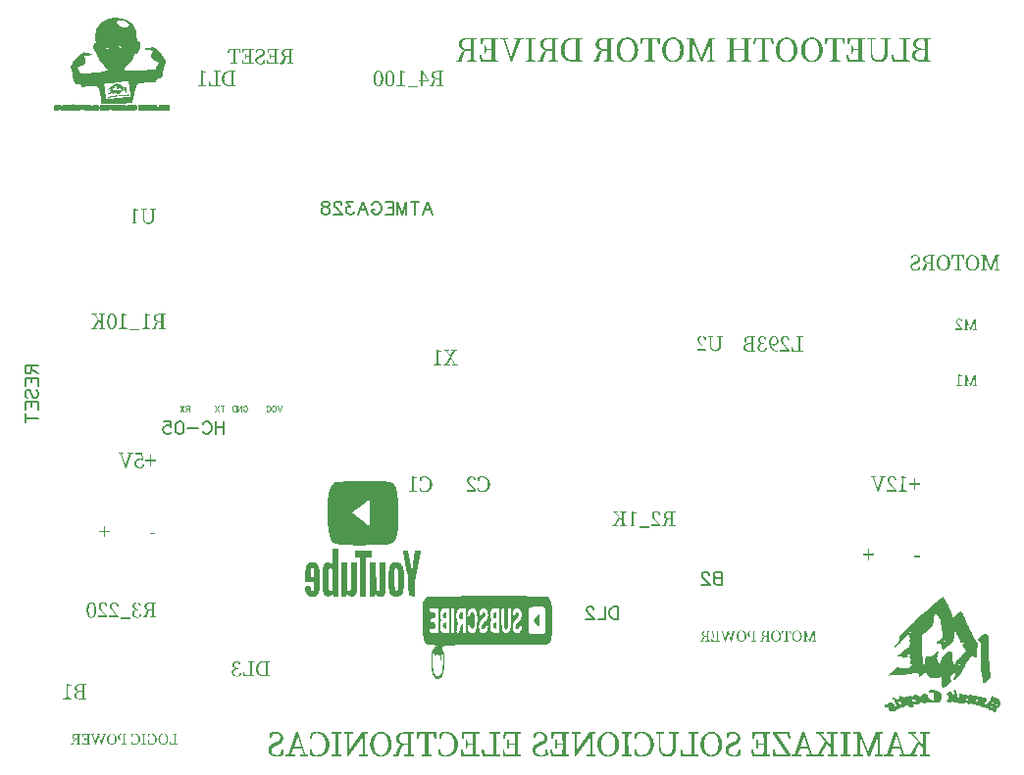
<source format=gbo>
G04 Layer: BottomSilkscreenLayer*
G04 EasyEDA v6.5.22, 2022-12-08 11:34:22*
G04 ba10e971585544e28f5e26b8275f6fe8,362fd913e7484c3682bebf37a00ceee6,10*
G04 Gerber Generator version 0.2*
G04 Scale: 100 percent, Rotated: No, Reflected: No *
G04 Dimensions in millimeters *
G04 leading zeros omitted , absolute positions ,4 integer and 5 decimal *
%FSLAX45Y45*%
%MOMM*%

%ADD10C,0.1524*%
%ADD11C,0.1000*%

%LPD*%
G36*
X11265306Y9501784D02*
G01*
X11252200Y9501428D01*
X11239500Y9500514D01*
X11227206Y9498939D01*
X11215319Y9496704D01*
X11203736Y9493910D01*
X11192459Y9490456D01*
X11181537Y9486341D01*
X11170818Y9481616D01*
X11160404Y9476232D01*
X11155273Y9473336D01*
X11146688Y9467596D01*
X11141710Y9463684D01*
X11275822Y9463684D01*
X11276279Y9467545D01*
X11278057Y9471050D01*
X11281206Y9474149D01*
X11285626Y9476943D01*
X11289639Y9478467D01*
X11294922Y9479635D01*
X11301120Y9480499D01*
X11307876Y9480956D01*
X11314887Y9481058D01*
X11321846Y9480804D01*
X11328349Y9480092D01*
X11334191Y9478975D01*
X11340846Y9477044D01*
X11347450Y9474504D01*
X11353850Y9471558D01*
X11359794Y9468205D01*
X11365230Y9464598D01*
X11369903Y9460839D01*
X11373713Y9456978D01*
X11376507Y9453168D01*
X11378641Y9448850D01*
X11379962Y9444786D01*
X11380520Y9440926D01*
X11380317Y9437370D01*
X11379454Y9434068D01*
X11377879Y9431121D01*
X11375644Y9428480D01*
X11372799Y9426194D01*
X11369395Y9424314D01*
X11365433Y9422841D01*
X11360962Y9421774D01*
X11356035Y9421164D01*
X11350650Y9421012D01*
X11344910Y9421368D01*
X11338712Y9422231D01*
X11332210Y9423654D01*
X11308029Y9429750D01*
X11303863Y9431528D01*
X11298529Y9434880D01*
X11292738Y9439402D01*
X11287150Y9444532D01*
X11282324Y9449866D01*
X11278870Y9454845D01*
X11276685Y9459417D01*
X11275822Y9463684D01*
X11141710Y9463684D01*
X11133836Y9456724D01*
X11125657Y9448342D01*
X11118037Y9439402D01*
X11111179Y9430105D01*
X11105286Y9420707D01*
X11102746Y9416084D01*
X11098784Y9406991D01*
X11097158Y9402267D01*
X11094313Y9391294D01*
X11091976Y9378848D01*
X11090148Y9365488D01*
X11088979Y9351772D01*
X11088471Y9338259D01*
X11088624Y9325559D01*
X11089589Y9314230D01*
X11091976Y9299143D01*
X11091926Y9292844D01*
X11089944Y9288678D01*
X11081207Y9280702D01*
X11077651Y9275775D01*
X11076619Y9273692D01*
X11092789Y9273692D01*
X11093297Y9275216D01*
X11095431Y9277858D01*
X11097107Y9278315D01*
X11098174Y9276689D01*
X11098580Y9272930D01*
X11098276Y9270898D01*
X11097463Y9269577D01*
X11096345Y9269120D01*
X11094923Y9269526D01*
X11093653Y9270695D01*
X11092942Y9272168D01*
X11092789Y9273692D01*
X11076619Y9273692D01*
X11074908Y9270238D01*
X11073028Y9264192D01*
X11071961Y9257792D01*
X11071766Y9252762D01*
X11085322Y9252762D01*
X11092281Y9250680D01*
X11096498Y9246362D01*
X11098157Y9240316D01*
X11120170Y9240316D01*
X11121136Y9245549D01*
X11123726Y9247276D01*
X11127079Y9245396D01*
X11130534Y9239961D01*
X11132566Y9235135D01*
X11133023Y9232595D01*
X11131854Y9231985D01*
X11128959Y9232798D01*
X11124438Y9234424D01*
X11121644Y9235084D01*
X11121085Y9235490D01*
X11120577Y9236608D01*
X11120170Y9240316D01*
X11098157Y9240316D01*
X11098631Y9238589D01*
X11098314Y9231934D01*
X11179810Y9231934D01*
X11179860Y9233204D01*
X11180826Y9235795D01*
X11182502Y9239250D01*
X11190884Y9253169D01*
X11195114Y9248597D01*
X11290096Y9248597D01*
X11290401Y9251645D01*
X11294567Y9256776D01*
X11299799Y9262059D01*
X11303508Y9263380D01*
X11306962Y9260636D01*
X11311382Y9253474D01*
X11314639Y9247682D01*
X11358422Y9247682D01*
X11360505Y9251899D01*
X11363198Y9259062D01*
X11365788Y9267647D01*
X11367160Y9269628D01*
X11368938Y9269171D01*
X11371478Y9266428D01*
X11374069Y9261805D01*
X11373764Y9257538D01*
X11370513Y9253423D01*
X11364112Y9249206D01*
X11360708Y9247530D01*
X11358880Y9247022D01*
X11358422Y9247682D01*
X11314639Y9247682D01*
X11317325Y9242907D01*
X11294414Y9246666D01*
X11290096Y9248597D01*
X11195114Y9248597D01*
X11207292Y9235541D01*
X11188903Y9232188D01*
X11184483Y9231680D01*
X11181283Y9231579D01*
X11179810Y9231934D01*
X11098314Y9231934D01*
X11098276Y9231122D01*
X11094974Y9227820D01*
X11092434Y9228074D01*
X11091672Y9228378D01*
X11091367Y9228734D01*
X11085830Y9249613D01*
X11085322Y9252762D01*
X11071766Y9252762D01*
X11071707Y9251238D01*
X11072266Y9244634D01*
X11073638Y9238132D01*
X11075822Y9231884D01*
X11078819Y9226042D01*
X11082629Y9220758D01*
X11089792Y9213850D01*
X11092180Y9211005D01*
X11094567Y9207601D01*
X11096853Y9203690D01*
X11099088Y9199219D01*
X11103356Y9188653D01*
X11107318Y9177070D01*
X11112398Y9164726D01*
X11118545Y9151975D01*
X11125047Y9140342D01*
X11132667Y9128861D01*
X11142167Y9115653D01*
X11152022Y9102648D01*
X11161776Y9090304D01*
X11171123Y9079179D01*
X11179606Y9069730D01*
X11186820Y9062415D01*
X11192357Y9057741D01*
X11200993Y9052560D01*
X11202314Y9049359D01*
X11198402Y9047276D01*
X11182604Y9046006D01*
X11174069Y9044787D01*
X11164874Y9042958D01*
X11141710Y9036862D01*
X11132261Y9034678D01*
X11122558Y9032748D01*
X11101019Y9029496D01*
X11074298Y9026804D01*
X11039703Y9024213D01*
X10962284Y9019235D01*
X10936884Y9073388D01*
X10947146Y9077706D01*
X10951311Y9079738D01*
X10955121Y9081973D01*
X10958118Y9084157D01*
X10961573Y9087612D01*
X10964468Y9088882D01*
X10968075Y9089745D01*
X10977118Y9090355D01*
X10981639Y9091371D01*
X10985754Y9093047D01*
X10989310Y9095384D01*
X10992459Y9098483D01*
X10995152Y9102242D01*
X10997336Y9106763D01*
X10999114Y9112046D01*
X11000435Y9118041D01*
X11001349Y9124797D01*
X11001857Y9132366D01*
X11001908Y9140698D01*
X11001400Y9148673D01*
X11000028Y9154668D01*
X10997590Y9159240D01*
X10993882Y9162846D01*
X10990630Y9165590D01*
X10989056Y9167926D01*
X10989259Y9169806D01*
X10991392Y9171381D01*
X10995660Y9172702D01*
X11002213Y9173819D01*
X11011204Y9174886D01*
X11036706Y9177274D01*
X11046612Y9179102D01*
X11053368Y9181541D01*
X11057686Y9184843D01*
X11059922Y9187637D01*
X11061446Y9190177D01*
X11062157Y9192209D01*
X11061903Y9193428D01*
X11058855Y9194292D01*
X11051743Y9195358D01*
X11018062Y9198356D01*
X11008156Y9199727D01*
X11001298Y9201251D01*
X10998454Y9202724D01*
X10994593Y9205772D01*
X10987989Y9205874D01*
X10981080Y9203385D01*
X10976254Y9198813D01*
X10974222Y9196019D01*
X10971530Y9193682D01*
X10968583Y9192158D01*
X10964011Y9191142D01*
X10961776Y9189872D01*
X10958931Y9187891D01*
X10951870Y9181896D01*
X10943285Y9173768D01*
X10933734Y9164015D01*
X10923727Y9153144D01*
X10913719Y9141815D01*
X10904270Y9130487D01*
X10895888Y9119717D01*
X10889030Y9110116D01*
X10874502Y9086138D01*
X10885982Y9047632D01*
X10889996Y9032036D01*
X10893602Y9015780D01*
X10896396Y9000794D01*
X10900816Y8972143D01*
X10903305Y8961983D01*
X10904778Y8957919D01*
X10906506Y8954262D01*
X10908487Y8950960D01*
X10910824Y8947861D01*
X10913516Y8944813D01*
X10920425Y8938310D01*
X10927638Y8932418D01*
X10928823Y8931757D01*
X11168024Y8931757D01*
X11168075Y8932875D01*
X11175492Y8933992D01*
X11223802Y8939428D01*
X11350802Y8952992D01*
X11371122Y8955328D01*
X11375847Y8955176D01*
X11378438Y8954008D01*
X11379250Y8951772D01*
X11383467Y8908389D01*
X11390731Y8838488D01*
X11392306Y8819642D01*
X11358981Y8815984D01*
X11208156Y8800592D01*
X11182248Y8798204D01*
X11181486Y8802116D01*
X11178438Y8827414D01*
X11174272Y8865412D01*
X11170412Y8903462D01*
X11168024Y8931757D01*
X10928823Y8931757D01*
X10933379Y8929217D01*
X10938967Y8928201D01*
X10952327Y8929827D01*
X10956747Y8928862D01*
X10960100Y8925204D01*
X10967618Y8910675D01*
X10971326Y8907018D01*
X10977016Y8906103D01*
X11020298Y8910574D01*
X11039449Y8912148D01*
X11056112Y8913063D01*
X11070437Y8913266D01*
X11082578Y8912758D01*
X11087862Y8912250D01*
X11097056Y8910675D01*
X11100968Y8909608D01*
X11104422Y8908389D01*
X11107521Y8907018D01*
X11112601Y8903665D01*
X11114582Y8901684D01*
X11116056Y8899652D01*
X11117580Y8896756D01*
X11120729Y8888730D01*
X11123980Y8878163D01*
X11127130Y8865819D01*
X11130127Y8852204D01*
X11132769Y8838082D01*
X11134953Y8824010D01*
X11136579Y8810650D01*
X11137442Y8798661D01*
X11137493Y8788704D01*
X11136325Y8763711D01*
X11339728Y8763812D01*
X11373967Y8764168D01*
X11395202Y8764879D01*
X11404447Y8765794D01*
X11408105Y8766556D01*
X11410289Y8767521D01*
X11411305Y8768689D01*
X11412270Y8775547D01*
X11417046Y8799220D01*
X11428984Y8851493D01*
X11436858Y8887002D01*
X11440261Y8900871D01*
X11443868Y8913164D01*
X11445595Y8918346D01*
X11447272Y8922613D01*
X11448796Y8925814D01*
X11450116Y8927795D01*
X11451996Y8929674D01*
X11454282Y8931402D01*
X11456924Y8933027D01*
X11463629Y8935821D01*
X11467744Y8937040D01*
X11472468Y8938158D01*
X11483746Y8940088D01*
X11497919Y8941663D01*
X11515293Y8942933D01*
X11536273Y8944000D01*
X11611152Y8946845D01*
X11615216Y8959494D01*
X11617706Y8965895D01*
X11620703Y8970060D01*
X11624767Y8972550D01*
X11636857Y8975648D01*
X11643207Y8978442D01*
X11649303Y8982202D01*
X11655044Y8986774D01*
X11660225Y8991904D01*
X11664543Y8997543D01*
X11667947Y9003436D01*
X11670131Y9009430D01*
X11673840Y9026956D01*
X11680240Y9062618D01*
X11683441Y9076436D01*
X11687098Y9089898D01*
X11694058Y9111081D01*
X11696750Y9119870D01*
X11698579Y9126677D01*
X11699290Y9130639D01*
X11698884Y9132671D01*
X11697766Y9135516D01*
X11695988Y9139072D01*
X11690705Y9147911D01*
X11683441Y9158630D01*
X11674754Y9170619D01*
X11665102Y9183217D01*
X11654942Y9195917D01*
X11644884Y9207957D01*
X11635282Y9218879D01*
X11626748Y9227921D01*
X11622989Y9231630D01*
X11616842Y9236811D01*
X11614556Y9238234D01*
X11610035Y9239250D01*
X11606733Y9240824D01*
X11603380Y9243110D01*
X11600383Y9245955D01*
X11594439Y9250578D01*
X11587937Y9252966D01*
X11582704Y9252762D01*
X11580571Y9249714D01*
X11578132Y9248292D01*
X11571427Y9246920D01*
X11561521Y9245854D01*
X11538458Y9244634D01*
X11529822Y9243872D01*
X11523472Y9242755D01*
X11519204Y9241231D01*
X11516969Y9239250D01*
X11516664Y9236760D01*
X11518138Y9233712D01*
X11521338Y9230055D01*
X11525046Y9227515D01*
X11530380Y9225686D01*
X11537289Y9224568D01*
X11554053Y9223857D01*
X11562892Y9223044D01*
X11571173Y9221825D01*
X11577878Y9220352D01*
X11591391Y9216593D01*
X11582298Y9208617D01*
X11578996Y9205010D01*
X11576405Y9200692D01*
X11574475Y9195663D01*
X11573256Y9189872D01*
X11572748Y9183370D01*
X11572900Y9176105D01*
X11573764Y9168180D01*
X11575338Y9159494D01*
X11577015Y9154668D01*
X11579860Y9149842D01*
X11583568Y9145320D01*
X11587886Y9141358D01*
X11592458Y9138107D01*
X11597030Y9135872D01*
X11601348Y9134856D01*
X11607495Y9135414D01*
X11610594Y9134449D01*
X11614048Y9132519D01*
X11620754Y9127083D01*
X11624208Y9124797D01*
X11627358Y9123222D01*
X11629796Y9122664D01*
X11633454Y9121140D01*
X11634114Y9116263D01*
X11631726Y9107678D01*
X11626291Y9094927D01*
X11615267Y9072016D01*
X11611457Y9064853D01*
X11608409Y9060078D01*
X11605920Y9057386D01*
X11603634Y9056370D01*
X11601399Y9056725D01*
X11596573Y9059113D01*
X11593576Y9059824D01*
X11589664Y9060180D01*
X11584584Y9060180D01*
X11570411Y9059011D01*
X11506200Y9050629D01*
X11484914Y9048496D01*
X11465864Y9047480D01*
X11456111Y9047327D01*
X11434114Y9047683D01*
X11343487Y9051239D01*
X11341252Y9061653D01*
X11340744Y9065056D01*
X11341049Y9068308D01*
X11342420Y9071914D01*
X11345265Y9076232D01*
X11349786Y9081719D01*
X11356340Y9088729D01*
X11392001Y9124137D01*
X11402720Y9135364D01*
X11409984Y9144101D01*
X11412626Y9147962D01*
X11414760Y9151721D01*
X11416538Y9155480D01*
X11419484Y9163913D01*
X11424361Y9180474D01*
X11427409Y9187383D01*
X11430711Y9190685D01*
X11434978Y9191548D01*
X11438432Y9191853D01*
X11441785Y9192818D01*
X11445138Y9194292D01*
X11448389Y9196425D01*
X11451590Y9199016D01*
X11454688Y9202216D01*
X11457686Y9205874D01*
X11460581Y9209989D01*
X11463324Y9214612D01*
X11465966Y9219692D01*
X11468404Y9225127D01*
X11470690Y9231020D01*
X11472773Y9237268D01*
X11474653Y9243872D01*
X11476329Y9250781D01*
X11477802Y9258046D01*
X11478717Y9264751D01*
X11478920Y9271101D01*
X11478615Y9276943D01*
X11477650Y9282277D01*
X11476228Y9287002D01*
X11474297Y9291066D01*
X11471960Y9294368D01*
X11469217Y9296806D01*
X11466068Y9298381D01*
X11462664Y9298940D01*
X11459006Y9298533D01*
X11452961Y9295942D01*
X11451285Y9295942D01*
X11450015Y9297314D01*
X11449050Y9300464D01*
X11448338Y9305798D01*
X11447729Y9313824D01*
X11445951Y9355734D01*
X11444986Y9369145D01*
X11443716Y9380270D01*
X11441988Y9389719D01*
X11439804Y9398152D01*
X11437061Y9406229D01*
X11434876Y9411512D01*
X11429695Y9421825D01*
X11426748Y9426854D01*
X11420094Y9436455D01*
X11416436Y9441078D01*
X11408460Y9449917D01*
X11399672Y9458198D01*
X11390122Y9465868D01*
X11379860Y9472879D01*
X11368938Y9479229D01*
X11357457Y9484817D01*
X11345418Y9489694D01*
X11332921Y9493707D01*
X11326520Y9495434D01*
X11313414Y9498177D01*
X11300002Y9500006D01*
X11285778Y9501174D01*
X11272012Y9501733D01*
G37*
G36*
X11275720Y8941409D02*
G01*
X11273891Y8940749D01*
X11266017Y8936126D01*
X11254333Y8928303D01*
X11240820Y8918651D01*
X11227460Y8908694D01*
X11216335Y8899753D01*
X11212220Y8896146D01*
X11206988Y8890965D01*
X11203025Y8886342D01*
X11200790Y8882786D01*
X11200587Y8880856D01*
X11202263Y8880652D01*
X11205159Y8881973D01*
X11208816Y8884462D01*
X11212830Y8887968D01*
X11222685Y8897467D01*
X11223012Y8891422D01*
X11243208Y8891422D01*
X11243919Y8895283D01*
X11246459Y8898128D01*
X11254943Y8902954D01*
X11257838Y8905798D01*
X11259769Y8908999D01*
X11260429Y8912301D01*
X11260836Y8916568D01*
X11261953Y8919057D01*
X11263680Y8919819D01*
X11265916Y8918956D01*
X11268557Y8916568D01*
X11271453Y8912656D01*
X11274450Y8907373D01*
X11277549Y8900769D01*
X11279428Y8895943D01*
X11279936Y8893251D01*
X11279073Y8892336D01*
X11274704Y8893200D01*
X11272570Y8892794D01*
X11270640Y8891676D01*
X11269218Y8889949D01*
X11268405Y8888323D01*
X11268151Y8887358D01*
X11268506Y8887206D01*
X11269421Y8887866D01*
X11270945Y8888577D01*
X11272926Y8888577D01*
X11275110Y8887866D01*
X11279936Y8884818D01*
X11282629Y8884666D01*
X11285626Y8885986D01*
X11289284Y8888882D01*
X11292027Y8891828D01*
X11294313Y8895080D01*
X11295837Y8898280D01*
X11296396Y8900922D01*
X11297056Y8902852D01*
X11298986Y8902649D01*
X11302390Y8900414D01*
X11307318Y8895943D01*
X11318240Y8885428D01*
X11310010Y8879078D01*
X11305590Y8875928D01*
X11302542Y8874760D01*
X11300155Y8875471D01*
X11297818Y8878062D01*
X11293652Y8882075D01*
X11289436Y8883040D01*
X11285270Y8881059D01*
X11281156Y8876131D01*
X11277396Y8871153D01*
X11274196Y8869121D01*
X11272012Y8870188D01*
X11271199Y8874302D01*
X11270691Y8878265D01*
X11268506Y8879332D01*
X11264036Y8877350D01*
X11251438Y8868867D01*
X11248237Y8867444D01*
X11246561Y8867800D01*
X11246053Y8869984D01*
X11245443Y8876792D01*
X11243919Y8885834D01*
X11243208Y8891422D01*
X11223012Y8891422D01*
X11223142Y8889034D01*
X11222837Y8884970D01*
X11221313Y8881567D01*
X11218570Y8878722D01*
X11210493Y8874201D01*
X11208359Y8872169D01*
X11208004Y8870238D01*
X11209375Y8868105D01*
X11211509Y8866479D01*
X11213592Y8865971D01*
X11215878Y8866581D01*
X11221059Y8870188D01*
X11222939Y8870340D01*
X11224310Y8868765D01*
X11225479Y8865311D01*
X11226038Y8861552D01*
X11224971Y8859316D01*
X11221770Y8858199D01*
X11211052Y8857437D01*
X11205972Y8856218D01*
X11201298Y8854541D01*
X11197691Y8852458D01*
X11194186Y8849512D01*
X11193881Y8847937D01*
X11197285Y8847277D01*
X11204905Y8847124D01*
X11211356Y8847378D01*
X11218367Y8848090D01*
X11225123Y8849207D01*
X11236096Y8851798D01*
X11239703Y8852103D01*
X11241786Y8851442D01*
X11242446Y8849766D01*
X11242649Y8848090D01*
X11243360Y8847480D01*
X11244580Y8848039D01*
X11246459Y8849715D01*
X11249202Y8851290D01*
X11253266Y8852052D01*
X11258194Y8852154D01*
X11263477Y8851646D01*
X11268710Y8850579D01*
X11273434Y8849004D01*
X11277193Y8847023D01*
X11279530Y8844737D01*
X11283746Y8842146D01*
X11289385Y8843467D01*
X11294364Y8847632D01*
X11296700Y8853576D01*
X11296954Y8855659D01*
X11297412Y8856726D01*
X11298021Y8856675D01*
X11298732Y8855506D01*
X11301730Y8852560D01*
X11306302Y8853830D01*
X11311788Y8858859D01*
X11321237Y8872524D01*
X11324945Y8876436D01*
X11328704Y8878874D01*
X11332260Y8879738D01*
X11335766Y8880144D01*
X11338052Y8881313D01*
X11339017Y8883345D01*
X11338763Y8886291D01*
X11337239Y8890254D01*
X11334343Y8895232D01*
X11330178Y8901328D01*
X11324691Y8908542D01*
X11316716Y8918143D01*
X11310874Y8923528D01*
X11306048Y8925610D01*
X11301018Y8925204D01*
X11296497Y8924594D01*
X11292586Y8925458D01*
X11288928Y8927896D01*
X11285067Y8932164D01*
X11282121Y8935770D01*
X11279378Y8938666D01*
X11277142Y8940647D01*
G37*
G36*
X11349736Y8908440D02*
G01*
X11346129Y8906865D01*
X11341150Y8903411D01*
X11338763Y8901379D01*
X11337391Y8899652D01*
X11337188Y8898483D01*
X11338204Y8897975D01*
X11339931Y8896502D01*
X11341557Y8892540D01*
X11342979Y8886647D01*
X11344910Y8872169D01*
X11346078Y8866174D01*
X11347500Y8861450D01*
X11349278Y8858097D01*
X11351260Y8856014D01*
X11353546Y8855303D01*
X11356136Y8855862D01*
X11358981Y8857691D01*
X11361369Y8860282D01*
X11362436Y8863177D01*
X11362283Y8866733D01*
X11359642Y8875623D01*
X11358575Y8881059D01*
X11357813Y8886748D01*
X11357356Y8896858D01*
X11356848Y8901176D01*
X11356086Y8904478D01*
X11355171Y8906357D01*
X11352580Y8908237D01*
G37*
G36*
X11371173Y8840571D02*
G01*
X11367617Y8839758D01*
X11364518Y8838285D01*
X11362182Y8836253D01*
X11360200Y8834069D01*
X11358829Y8833205D01*
X11357965Y8833612D01*
X11357660Y8835339D01*
X11356644Y8837269D01*
X11353800Y8838692D01*
X11349228Y8839555D01*
X11343182Y8839860D01*
X11337086Y8839555D01*
X11332565Y8838692D01*
X11329720Y8837269D01*
X11328704Y8835339D01*
X11328552Y8833612D01*
X11328044Y8832900D01*
X11327180Y8833256D01*
X11326012Y8834678D01*
X11323777Y8836202D01*
X11319662Y8837422D01*
X11314226Y8838234D01*
X11308080Y8838539D01*
X11300612Y8838285D01*
X11295888Y8837269D01*
X11293500Y8835339D01*
X11292789Y8832240D01*
X11293652Y8828989D01*
X11297310Y8827262D01*
X11305184Y8826754D01*
X11324437Y8827363D01*
X11335918Y8827363D01*
X11346942Y8826957D01*
X11356086Y8826195D01*
X11366347Y8824722D01*
X11371630Y8824722D01*
X11375593Y8825687D01*
X11378387Y8827668D01*
X11381841Y8832443D01*
X11382349Y8836253D01*
X11379962Y8838946D01*
X11374628Y8840571D01*
G37*
G36*
X11274653Y8838082D02*
G01*
X11271961Y8837980D01*
X11262207Y8836456D01*
X11261242Y8836050D01*
X11261293Y8835085D01*
X11262207Y8833764D01*
X11266525Y8830310D01*
X11267236Y8829395D01*
X11266068Y8829497D01*
X11263020Y8830360D01*
X11260023Y8830818D01*
X11255603Y8830818D01*
X11250015Y8830360D01*
X11236604Y8828430D01*
X11221974Y8825534D01*
X11208512Y8822029D01*
X11202873Y8820251D01*
X11198352Y8818473D01*
X11195253Y8816797D01*
X11191189Y8813749D01*
X11189766Y8811717D01*
X11190884Y8810040D01*
X11194542Y8807856D01*
X11197539Y8806688D01*
X11200841Y8806180D01*
X11203990Y8806281D01*
X11206581Y8807145D01*
X11210798Y8808923D01*
X11217503Y8811158D01*
X11235029Y8815933D01*
X11252860Y8820048D01*
X11259870Y8821267D01*
X11267897Y8822029D01*
X11271707Y8822893D01*
X11275517Y8824112D01*
X11278870Y8825636D01*
X11282121Y8827719D01*
X11283696Y8829700D01*
X11283645Y8831834D01*
X11282070Y8834323D01*
X11280038Y8836101D01*
X11277447Y8837422D01*
G37*
G36*
X10900156Y8756345D02*
G01*
X10893044Y8755837D01*
X10889945Y8752586D01*
X10889386Y8751214D01*
X10887862Y8750503D01*
X10885525Y8750452D01*
X10879328Y8751671D01*
X10875924Y8751570D01*
X10872774Y8750757D01*
X10867999Y8747760D01*
X10866018Y8747150D01*
X10864392Y8747607D01*
X10863072Y8749030D01*
X10861395Y8750046D01*
X10857941Y8750808D01*
X10853064Y8751265D01*
X10847171Y8751468D01*
X10833557Y8751163D01*
X10819739Y8750046D01*
X10808462Y8748217D01*
X10804601Y8747048D01*
X10800334Y8744508D01*
X10798048Y8744356D01*
X10795406Y8745474D01*
X10792409Y8747810D01*
X10785906Y8751163D01*
X10778947Y8751112D01*
X10773460Y8748115D01*
X10771124Y8742629D01*
X10770971Y8739479D01*
X10770514Y8738412D01*
X10769447Y8739428D01*
X10767568Y8742476D01*
X10765129Y8745575D01*
X10761929Y8748014D01*
X10758119Y8749792D01*
X10753902Y8750858D01*
X10749432Y8751214D01*
X10744962Y8750757D01*
X10740644Y8749538D01*
X10736681Y8747506D01*
X10732312Y8743899D01*
X10729671Y8739530D01*
X10728401Y8733282D01*
X10728183Y8727694D01*
X10814405Y8727694D01*
X10814659Y8729014D01*
X10815472Y8730081D01*
X10816590Y8730843D01*
X10817961Y8731097D01*
X10819384Y8730640D01*
X10820552Y8729421D01*
X10821292Y8727694D01*
X10897108Y8727694D01*
X10897412Y8729014D01*
X10898174Y8730081D01*
X10899343Y8730843D01*
X10900714Y8731097D01*
X10902137Y8730640D01*
X10903254Y8729421D01*
X10904016Y8727643D01*
X10904321Y8725458D01*
X10979861Y8725458D01*
X10980216Y8729218D01*
X10981334Y8730843D01*
X10982960Y8730386D01*
X10985110Y8727694D01*
X10997844Y8727694D01*
X10998149Y8729014D01*
X10998911Y8730081D01*
X11000028Y8730843D01*
X11001451Y8731097D01*
X11002822Y8730640D01*
X11003991Y8729421D01*
X11004753Y8727643D01*
X11005058Y8725458D01*
X11004753Y8723426D01*
X11003991Y8722106D01*
X11002822Y8721598D01*
X11001451Y8722055D01*
X11000028Y8723172D01*
X10998911Y8724595D01*
X10998149Y8726170D01*
X10997844Y8727694D01*
X10985110Y8727694D01*
X10985601Y8726220D01*
X10985500Y8724646D01*
X10984788Y8723223D01*
X10983518Y8722055D01*
X10982096Y8721648D01*
X10980928Y8722106D01*
X10980166Y8723426D01*
X10979861Y8725458D01*
X10904321Y8725458D01*
X10904016Y8723426D01*
X10903254Y8722106D01*
X10902137Y8721598D01*
X10900714Y8722055D01*
X10899343Y8723172D01*
X10898174Y8724595D01*
X10897412Y8726170D01*
X10897108Y8727694D01*
X10821314Y8727643D01*
X10821568Y8725458D01*
X10821314Y8723426D01*
X10820552Y8722106D01*
X10819384Y8721598D01*
X10817961Y8722055D01*
X10816590Y8723172D01*
X10815472Y8724595D01*
X10814659Y8726170D01*
X10814405Y8727694D01*
X10728183Y8727694D01*
X10728045Y8724138D01*
X10728350Y8715908D01*
X10729366Y8710015D01*
X10731144Y8706256D01*
X10733735Y8704275D01*
X10738459Y8703106D01*
X10744758Y8702344D01*
X10752023Y8702090D01*
X10759592Y8702243D01*
X10766907Y8702751D01*
X10773359Y8703665D01*
X10778388Y8704884D01*
X10781284Y8706459D01*
X10783214Y8708136D01*
X10784586Y8708745D01*
X10785348Y8708288D01*
X10785602Y8706764D01*
X10786211Y8705799D01*
X10788091Y8704986D01*
X10791190Y8704275D01*
X10801096Y8703157D01*
X10815929Y8702497D01*
X10835386Y8702344D01*
X10850727Y8702649D01*
X10856112Y8703056D01*
X10860074Y8703665D01*
X10862767Y8704427D01*
X10864291Y8705392D01*
X10864799Y8706561D01*
X10864951Y8708491D01*
X10865459Y8709202D01*
X10866272Y8708644D01*
X10867542Y8706866D01*
X10868914Y8705951D01*
X10871657Y8705088D01*
X10880496Y8703767D01*
X10892993Y8702903D01*
X10907776Y8702446D01*
X10923778Y8702395D01*
X10939729Y8702802D01*
X10954410Y8703564D01*
X10966602Y8704732D01*
X10971428Y8705443D01*
X10975136Y8706256D01*
X10977676Y8707170D01*
X10978794Y8708136D01*
X10980013Y8710574D01*
X10981537Y8711285D01*
X10983722Y8710320D01*
X10988446Y8706459D01*
X10990224Y8705545D01*
X10992510Y8704732D01*
X10995456Y8704072D01*
X11003584Y8703157D01*
X11015675Y8702700D01*
X11032744Y8702649D01*
X11118342Y8703919D01*
X11119815Y8738920D01*
X11119053Y8745982D01*
X11116614Y8749436D01*
X11111941Y8751163D01*
X11107369Y8751925D01*
X11101222Y8752332D01*
X11094313Y8752433D01*
X11087506Y8752179D01*
X11071606Y8751062D01*
X11070488Y8735618D01*
X11069675Y8728811D01*
X11068354Y8723985D01*
X11066526Y8721140D01*
X11064189Y8720226D01*
X11061852Y8721039D01*
X11060226Y8723630D01*
X11059312Y8728151D01*
X11058804Y8740394D01*
X11058194Y8745118D01*
X11057331Y8748369D01*
X11056315Y8749690D01*
X11048796Y8750401D01*
X11036858Y8750858D01*
X11004397Y8751214D01*
X10968431Y8750858D01*
X10938560Y8749842D01*
X10928858Y8749131D01*
X10924235Y8748318D01*
X10920679Y8746794D01*
X10917936Y8746591D01*
X10915599Y8747810D01*
X10913465Y8750503D01*
X10908080Y8754465D01*
G37*
G36*
X11487708Y8752840D02*
G01*
X11474500Y8752382D01*
X11469674Y8751773D01*
X11465966Y8750808D01*
X11463121Y8749334D01*
X11461089Y8747302D01*
X11459718Y8744610D01*
X11458905Y8741156D01*
X11458544Y8737752D01*
X11556644Y8737752D01*
X11556796Y8738362D01*
X11559133Y8736888D01*
X11562283Y8733485D01*
X11565026Y8729624D01*
X11566194Y8726728D01*
X11565178Y8723934D01*
X11562740Y8724087D01*
X11559997Y8726627D01*
X11557965Y8731097D01*
X11556644Y8737752D01*
X11458544Y8737752D01*
X11458295Y8731554D01*
X11458295Y8702090D01*
X11506149Y8702141D01*
X11521186Y8702700D01*
X11532108Y8703818D01*
X11535918Y8704580D01*
X11538661Y8705443D01*
X11540286Y8706459D01*
X11542217Y8708186D01*
X11543588Y8708796D01*
X11544350Y8708288D01*
X11544604Y8706764D01*
X11545925Y8705596D01*
X11549583Y8704580D01*
X11555171Y8703818D01*
X11570614Y8702751D01*
X11589054Y8702497D01*
X11607241Y8703106D01*
X11615267Y8703716D01*
X11621973Y8704580D01*
X11631625Y8706713D01*
X11635130Y8707018D01*
X11637365Y8706612D01*
X11639296Y8703868D01*
X11642344Y8702802D01*
X11646814Y8702243D01*
X11652046Y8702192D01*
X11657533Y8702598D01*
X11662714Y8703462D01*
X11666982Y8704732D01*
X11669776Y8706459D01*
X11671808Y8708237D01*
X11673128Y8708898D01*
X11673890Y8708339D01*
X11674094Y8706561D01*
X11675719Y8704732D01*
X11680748Y8703462D01*
X11689130Y8702802D01*
X11701068Y8702700D01*
X11728043Y8703005D01*
X11727942Y8734399D01*
X11727535Y8741918D01*
X11726976Y8747302D01*
X11726316Y8749741D01*
X11723217Y8750401D01*
X11716004Y8750909D01*
X11705844Y8751163D01*
X11693702Y8751112D01*
X11679885Y8750655D01*
X11669725Y8749690D01*
X11663121Y8748166D01*
X11659971Y8746032D01*
X11658498Y8744051D01*
X11657279Y8743543D01*
X11656110Y8744559D01*
X11654942Y8747099D01*
X11651640Y8751620D01*
X11646865Y8752484D01*
X11641226Y8749842D01*
X11635181Y8743797D01*
X11630460Y8737752D01*
X11686184Y8737752D01*
X11686286Y8738362D01*
X11688622Y8736888D01*
X11691772Y8733485D01*
X11694515Y8729624D01*
X11695684Y8726728D01*
X11694668Y8723934D01*
X11692229Y8724087D01*
X11689486Y8726627D01*
X11687454Y8731097D01*
X11686336Y8736228D01*
X11686184Y8737752D01*
X11630460Y8737752D01*
X11628120Y8734755D01*
X11620246Y8746744D01*
X11618264Y8748877D01*
X11616029Y8750452D01*
X11613134Y8751468D01*
X11609273Y8752078D01*
X11604091Y8752281D01*
X11588546Y8751874D01*
X11577421Y8751265D01*
X11567718Y8750350D01*
X11560403Y8749233D01*
X11554714Y8747404D01*
X11552885Y8747353D01*
X11551259Y8747963D01*
X11546789Y8752027D01*
X11542420Y8752636D01*
X11537492Y8751112D01*
X11532616Y8747506D01*
X11529771Y8744864D01*
X11527891Y8743950D01*
X11526520Y8744864D01*
X11525300Y8747506D01*
X11522964Y8750046D01*
X11517884Y8751671D01*
X11509298Y8752586D01*
G37*
G36*
X11430254Y8751366D02*
G01*
X11425885Y8750706D01*
X11418468Y8749131D01*
X11415420Y8748725D01*
X11413286Y8748674D01*
X11399062Y8749792D01*
X11384330Y8750401D01*
X11372189Y8750503D01*
X11368024Y8750300D01*
X11365636Y8749944D01*
X11363858Y8748268D01*
X11362436Y8744864D01*
X11361470Y8740038D01*
X11360708Y8727694D01*
X11360356Y8726220D01*
X11391341Y8726220D01*
X11391900Y8727744D01*
X11393982Y8730386D01*
X11395659Y8730843D01*
X11396726Y8729218D01*
X11397132Y8725458D01*
X11396827Y8723426D01*
X11396065Y8722106D01*
X11394897Y8721648D01*
X11393474Y8722055D01*
X11392204Y8723223D01*
X11391493Y8724646D01*
X11391341Y8726220D01*
X11360356Y8726220D01*
X11359591Y8723020D01*
X11357914Y8720328D01*
X11355984Y8719515D01*
X11353952Y8720683D01*
X11352072Y8723731D01*
X11350599Y8728659D01*
X11349685Y8735466D01*
X11348567Y8750655D01*
X11214862Y8750858D01*
X11173409Y8750452D01*
X11158321Y8750046D01*
X11146739Y8749436D01*
X11138458Y8748725D01*
X11133124Y8747861D01*
X11131550Y8747353D01*
X11130686Y8746794D01*
X11128400Y8743391D01*
X11126724Y8738666D01*
X11125657Y8733078D01*
X11125185Y8725662D01*
X11242446Y8725662D01*
X11242751Y8727795D01*
X11243513Y8729522D01*
X11244630Y8730691D01*
X11246053Y8731097D01*
X11247424Y8730691D01*
X11248593Y8729522D01*
X11249369Y8727694D01*
X11289233Y8727694D01*
X11289487Y8729014D01*
X11290249Y8730081D01*
X11291417Y8730843D01*
X11292789Y8731097D01*
X11294211Y8730640D01*
X11295329Y8729421D01*
X11296142Y8727643D01*
X11296396Y8725458D01*
X11296142Y8723426D01*
X11295329Y8722106D01*
X11294211Y8721598D01*
X11292789Y8722055D01*
X11291417Y8723172D01*
X11290249Y8724595D01*
X11289487Y8726170D01*
X11289233Y8727694D01*
X11249369Y8727694D01*
X11249660Y8725662D01*
X11249355Y8723528D01*
X11248593Y8721801D01*
X11247424Y8720632D01*
X11246053Y8720226D01*
X11244630Y8720632D01*
X11243513Y8721801D01*
X11242751Y8723528D01*
X11242446Y8725662D01*
X11125185Y8725662D01*
X11125301Y8721090D01*
X11126063Y8715552D01*
X11127435Y8710930D01*
X11129518Y8707678D01*
X11132413Y8706053D01*
X11137392Y8704630D01*
X11143996Y8703513D01*
X11151819Y8702700D01*
X11160455Y8702090D01*
X11178540Y8701836D01*
X11187176Y8702141D01*
X11194999Y8702751D01*
X11201552Y8703665D01*
X11206480Y8704884D01*
X11209375Y8706459D01*
X11211306Y8708186D01*
X11212626Y8708796D01*
X11213439Y8708288D01*
X11213693Y8706764D01*
X11214100Y8706307D01*
X11217351Y8705545D01*
X11223498Y8704834D01*
X11243259Y8703716D01*
X11270589Y8702954D01*
X11302796Y8702598D01*
X11337239Y8702548D01*
X11371072Y8702802D01*
X11401704Y8703462D01*
X11426342Y8704478D01*
X11435588Y8705088D01*
X11442344Y8705799D01*
X11446205Y8706561D01*
X11446967Y8707018D01*
X11448288Y8709812D01*
X11449354Y8714435D01*
X11450116Y8720226D01*
X11450472Y8726525D01*
X11450167Y8734145D01*
X11448897Y8739835D01*
X11446510Y8744051D01*
X11442750Y8747506D01*
X11438839Y8749690D01*
X11434572Y8751011D01*
G37*
G36*
X13445947Y5500014D02*
G01*
X13368629Y5499506D01*
X13293547Y5498236D01*
X13234924Y5496458D01*
X13210336Y5495391D01*
X13189762Y5494172D01*
X13168020Y5492191D01*
X13163499Y5491429D01*
X13160552Y5490718D01*
X13155523Y5487720D01*
X13151408Y5484774D01*
X13147344Y5481370D01*
X13143382Y5477611D01*
X13135711Y5469178D01*
X13132054Y5464505D01*
X13125246Y5454497D01*
X13119150Y5443677D01*
X13113969Y5432348D01*
X13111734Y5426506D01*
X13109803Y5420664D01*
X13107314Y5411165D01*
X13105688Y5403189D01*
X13102844Y5384393D01*
X13100405Y5362244D01*
X13098424Y5337352D01*
X13096951Y5310174D01*
X13095579Y5266385D01*
X13095293Y5225542D01*
X13308076Y5225542D01*
X13341705Y5251348D01*
X13401141Y5296357D01*
X13441629Y5326684D01*
X13461441Y5340756D01*
X13461339Y5189423D01*
X13460476Y5132933D01*
X13459815Y5116525D01*
X13459460Y5112156D01*
X13459053Y5110632D01*
X13456767Y5111902D01*
X13443661Y5121097D01*
X13422172Y5136946D01*
X13360907Y5183378D01*
X13335965Y5202682D01*
X13317270Y5217464D01*
X13308380Y5225034D01*
X13308076Y5225542D01*
X13095293Y5225542D01*
X13095579Y5197652D01*
X13096646Y5159857D01*
X13098068Y5130800D01*
X13099948Y5103368D01*
X13102336Y5078069D01*
X13103707Y5066385D01*
X13105231Y5055514D01*
X13107263Y5043220D01*
X13110362Y5029606D01*
X13112140Y5023104D01*
X13116255Y5010912D01*
X13120979Y4999736D01*
X13126313Y4989728D01*
X13129209Y4985156D01*
X13132257Y4980838D01*
X13135406Y4976876D01*
X13138708Y4973269D01*
X13142112Y4969967D01*
X13147090Y4966004D01*
X13150596Y4964074D01*
X13155015Y4962194D01*
X13160248Y4960416D01*
X13166344Y4958740D01*
X13181025Y4955641D01*
X13198754Y4952898D01*
X13219480Y4950510D01*
X13242950Y4948529D01*
X13269061Y4946954D01*
X13297611Y4945786D01*
X13328396Y4945024D01*
X13361365Y4944719D01*
X13405205Y4944922D01*
X13442289Y4945634D01*
X13478154Y4946700D01*
X13541298Y4949291D01*
X13568832Y4950764D01*
X13592352Y4952339D01*
X13610793Y4953863D01*
X13623137Y4955286D01*
X13626744Y4955946D01*
X13633704Y4957927D01*
X13640307Y4960315D01*
X13646505Y4963109D01*
X13652347Y4966360D01*
X13657834Y4970170D01*
X13662913Y4974437D01*
X13667689Y4979365D01*
X13672108Y4984851D01*
X13676223Y4990947D01*
X13680033Y4997754D01*
X13683488Y5005273D01*
X13686688Y5013553D01*
X13689584Y5022545D01*
X13692174Y5032400D01*
X13694511Y5043068D01*
X13696594Y5054600D01*
X13698474Y5067046D01*
X13700048Y5080457D01*
X13701420Y5094833D01*
X13702588Y5110175D01*
X13703554Y5126583D01*
X13704824Y5162702D01*
X13705433Y5203342D01*
X13705382Y5244541D01*
X13704722Y5280761D01*
X13703452Y5314340D01*
X13701623Y5344972D01*
X13699236Y5372455D01*
X13697864Y5384952D01*
X13694714Y5407304D01*
X13691107Y5425998D01*
X13689076Y5433872D01*
X13686993Y5440781D01*
X13684757Y5446572D01*
X13682421Y5451348D01*
X13676172Y5461660D01*
X13673023Y5466130D01*
X13669822Y5470194D01*
X13666520Y5473852D01*
X13663117Y5477205D01*
X13659510Y5480151D01*
X13655649Y5482793D01*
X13651585Y5485180D01*
X13647216Y5487263D01*
X13642543Y5489092D01*
X13637513Y5490718D01*
X13626134Y5493410D01*
X13612825Y5495544D01*
X13599566Y5496814D01*
X13581176Y5497880D01*
X13558469Y5498693D01*
X13532053Y5499303D01*
X13470890Y5499963D01*
G37*
G36*
X13138607Y4918202D02*
G01*
X13138607Y4769815D01*
X13126212Y4785055D01*
X13119607Y4791913D01*
X13112496Y4796637D01*
X13104672Y4799380D01*
X13095833Y4800244D01*
X13092074Y4800142D01*
X13088569Y4799736D01*
X13085216Y4799076D01*
X13082015Y4798110D01*
X13079069Y4796840D01*
X13076224Y4795266D01*
X13073583Y4793335D01*
X13071094Y4791100D01*
X13068757Y4788509D01*
X13066623Y4785512D01*
X13064591Y4782159D01*
X13062712Y4778451D01*
X13060984Y4774285D01*
X13059410Y4769713D01*
X13056666Y4759248D01*
X13054431Y4746955D01*
X13052653Y4732731D01*
X13051332Y4716475D01*
X13050469Y4698034D01*
X13049910Y4677410D01*
X13049781Y4649774D01*
X13101167Y4649774D01*
X13101574Y4680559D01*
X13102590Y4707534D01*
X13103301Y4718710D01*
X13104164Y4727854D01*
X13105028Y4734610D01*
X13106044Y4738573D01*
X13108787Y4743704D01*
X13112140Y4747310D01*
X13115950Y4749495D01*
X13119963Y4750155D01*
X13123976Y4749393D01*
X13127736Y4747158D01*
X13131139Y4743450D01*
X13133882Y4738268D01*
X13134949Y4734052D01*
X13135863Y4727143D01*
X13136626Y4717745D01*
X13137184Y4706061D01*
X13137743Y4676597D01*
X13137591Y4640478D01*
X13136626Y4591100D01*
X13135559Y4570120D01*
X13134340Y4561890D01*
X13133527Y4559096D01*
X13132612Y4557014D01*
X13131444Y4555490D01*
X13130123Y4554474D01*
X13126872Y4553305D01*
X13121995Y4552543D01*
X13119354Y4552442D01*
X13116966Y4552746D01*
X13114782Y4553458D01*
X13112800Y4554626D01*
X13111022Y4556252D01*
X13109397Y4558385D01*
X13107974Y4561078D01*
X13106704Y4564380D01*
X13105587Y4568291D01*
X13104621Y4572863D01*
X13103148Y4584090D01*
X13102082Y4598466D01*
X13101472Y4616196D01*
X13101167Y4649774D01*
X13049781Y4649774D01*
X13050215Y4617313D01*
X13050774Y4601362D01*
X13051637Y4587036D01*
X13052755Y4574184D01*
X13054177Y4562703D01*
X13055904Y4552492D01*
X13057936Y4543399D01*
X13060324Y4535373D01*
X13063067Y4528210D01*
X13066166Y4521911D01*
X13069722Y4516272D01*
X13073176Y4512056D01*
X13077291Y4508601D01*
X13081812Y4505858D01*
X13086740Y4503877D01*
X13091972Y4502658D01*
X13097459Y4502200D01*
X13103047Y4502454D01*
X13108635Y4503470D01*
X13114223Y4505248D01*
X13119607Y4507788D01*
X13124840Y4511090D01*
X13129717Y4515154D01*
X13143280Y4527956D01*
X13143280Y4515154D01*
X13144042Y4508449D01*
X13146989Y4504537D01*
X13153390Y4502759D01*
X13164362Y4502302D01*
X13185394Y4502302D01*
X13185394Y4918202D01*
G37*
G36*
X13766952Y4899609D02*
G01*
X13757300Y4899202D01*
X13749426Y4898237D01*
X13744143Y4896713D01*
X13742212Y4894935D01*
X13743432Y4887722D01*
X13753642Y4837988D01*
X13775182Y4736896D01*
X13780566Y4710023D01*
X13784630Y4687214D01*
X13787628Y4666945D01*
X13789812Y4647539D01*
X13791336Y4627473D01*
X13792504Y4605223D01*
X13795959Y4505401D01*
X13845082Y4501642D01*
X13845235Y4583938D01*
X13845844Y4601565D01*
X13847114Y4618685D01*
X13849248Y4636871D01*
X13852499Y4657750D01*
X13857071Y4682896D01*
X13871092Y4752340D01*
X13899489Y4888738D01*
X13899845Y4894376D01*
X13896949Y4897678D01*
X13889482Y4899202D01*
X13876172Y4899609D01*
X13850518Y4899609D01*
X13833601Y4791760D01*
X13827760Y4756251D01*
X13824915Y4741621D01*
X13822730Y4732528D01*
X13822019Y4730648D01*
X13821663Y4730648D01*
X13820546Y4733239D01*
X13817041Y4747666D01*
X13812316Y4772202D01*
X13806881Y4804054D01*
X13791692Y4899609D01*
G37*
G36*
X13330428Y4899609D02*
G01*
X13330428Y4843729D01*
X13377214Y4843729D01*
X13377214Y4502302D01*
X13428675Y4502302D01*
X13428675Y4843729D01*
X13475462Y4843729D01*
X13475462Y4899609D01*
G37*
G36*
X13685977Y4799838D02*
G01*
X13679830Y4799431D01*
X13673734Y4798568D01*
X13667892Y4797247D01*
X13662304Y4795469D01*
X13657224Y4793234D01*
X13652652Y4790541D01*
X13646861Y4785969D01*
X13641781Y4780635D01*
X13639495Y4777587D01*
X13635329Y4770729D01*
X13631773Y4762652D01*
X13628776Y4753254D01*
X13626338Y4742383D01*
X13624356Y4729886D01*
X13622832Y4715611D01*
X13621715Y4699406D01*
X13620995Y4680762D01*
X13672616Y4680762D01*
X13672870Y4708702D01*
X13673531Y4728718D01*
X13674242Y4736642D01*
X13676172Y4743145D01*
X13679068Y4747666D01*
X13682573Y4750155D01*
X13686485Y4750663D01*
X13690498Y4749190D01*
X13694359Y4745837D01*
X13697813Y4740605D01*
X13700556Y4733544D01*
X13701572Y4728464D01*
X13702436Y4720793D01*
X13703147Y4710938D01*
X13704011Y4685538D01*
X13704214Y4670552D01*
X13703960Y4637633D01*
X13703350Y4614418D01*
X13702588Y4595063D01*
X13701522Y4579213D01*
X13700150Y4566666D01*
X13698423Y4557318D01*
X13697407Y4553712D01*
X13696238Y4550816D01*
X13695019Y4548632D01*
X13693648Y4547057D01*
X13692124Y4546092D01*
X13690498Y4545736D01*
X13688669Y4545939D01*
X13686739Y4546701D01*
X13684656Y4547920D01*
X13681151Y4550816D01*
X13680033Y4552289D01*
X13678154Y4556201D01*
X13676680Y4561992D01*
X13675512Y4570222D01*
X13674648Y4581550D01*
X13673937Y4596485D01*
X13672972Y4639513D01*
X13672616Y4680762D01*
X13620995Y4680762D01*
X13620648Y4660646D01*
X13620597Y4638903D01*
X13620800Y4619498D01*
X13621257Y4602480D01*
X13622019Y4587544D01*
X13623086Y4574489D01*
X13624560Y4563160D01*
X13626439Y4553305D01*
X13628827Y4544669D01*
X13631672Y4537100D01*
X13635126Y4530394D01*
X13639088Y4524248D01*
X13646302Y4515764D01*
X13650061Y4512157D01*
X13653922Y4509211D01*
X13657986Y4506874D01*
X13662507Y4505096D01*
X13667587Y4503775D01*
X13673378Y4502912D01*
X13680135Y4502454D01*
X13693038Y4502404D01*
X13702538Y4503216D01*
X13711021Y4504944D01*
X13714933Y4506163D01*
X13718641Y4507636D01*
X13722096Y4509414D01*
X13725347Y4511446D01*
X13728395Y4513732D01*
X13731189Y4516374D01*
X13733881Y4519320D01*
X13736319Y4522571D01*
X13738606Y4526178D01*
X13742669Y4534408D01*
X13744448Y4539081D01*
X13747546Y4549597D01*
X13750036Y4561687D01*
X13752068Y4575454D01*
X13753592Y4591050D01*
X13754760Y4608474D01*
X13755522Y4627321D01*
X13755878Y4645304D01*
X13755928Y4662170D01*
X13755624Y4677918D01*
X13754912Y4692599D01*
X13753846Y4706213D01*
X13752372Y4718862D01*
X13750544Y4730445D01*
X13748308Y4741113D01*
X13745667Y4750816D01*
X13742669Y4759553D01*
X13739215Y4767427D01*
X13735354Y4774438D01*
X13731138Y4780584D01*
X13726413Y4785868D01*
X13721334Y4790389D01*
X13718641Y4792319D01*
X13714272Y4794758D01*
X13709345Y4796739D01*
X13703960Y4798212D01*
X13698169Y4799228D01*
X13692174Y4799787D01*
G37*
G36*
X12961112Y4799838D02*
G01*
X12954965Y4799533D01*
X12948970Y4798720D01*
X12943179Y4797501D01*
X12937744Y4795875D01*
X12932816Y4793742D01*
X12928447Y4791202D01*
X12925602Y4789017D01*
X12922910Y4786528D01*
X12920421Y4783683D01*
X12918033Y4780483D01*
X12915849Y4776927D01*
X12913766Y4773015D01*
X12911836Y4768748D01*
X12910058Y4764125D01*
X12906959Y4753813D01*
X12904419Y4741926D01*
X12902488Y4728565D01*
X12901117Y4713681D01*
X12900233Y4696307D01*
X12946837Y4696307D01*
X12947091Y4707585D01*
X12947700Y4718913D01*
X12948564Y4728870D01*
X12949631Y4736185D01*
X12951307Y4742230D01*
X12953441Y4747006D01*
X12956082Y4750460D01*
X12959029Y4752594D01*
X12962178Y4753356D01*
X12965582Y4752644D01*
X12968986Y4750460D01*
X12972389Y4746802D01*
X12974015Y4744059D01*
X12975488Y4740503D01*
X12976707Y4736185D01*
X12977723Y4731105D01*
X12979095Y4718761D01*
X12979552Y4703622D01*
X12979552Y4669891D01*
X12957810Y4669993D01*
X12953796Y4670348D01*
X12950901Y4671364D01*
X12948920Y4673346D01*
X12947751Y4676495D01*
X12947091Y4681169D01*
X12946837Y4696307D01*
X12900233Y4696307D01*
X12899999Y4679086D01*
X12899999Y4626457D01*
X12979552Y4626457D01*
X12979552Y4596587D01*
X12979349Y4587748D01*
X12978790Y4579670D01*
X12977876Y4572355D01*
X12976606Y4565853D01*
X12975082Y4560214D01*
X12973202Y4555490D01*
X12971119Y4551781D01*
X12968782Y4549089D01*
X12966242Y4547463D01*
X12963550Y4546955D01*
X12960654Y4547616D01*
X12957606Y4549495D01*
X12954203Y4553712D01*
X12951155Y4560163D01*
X12948869Y4567936D01*
X12947650Y4576165D01*
X12947091Y4582668D01*
X12946430Y4587494D01*
X12945262Y4590948D01*
X12943484Y4593234D01*
X12940741Y4594453D01*
X12936778Y4594910D01*
X12931394Y4594758D01*
X12924231Y4594199D01*
X12912394Y4592675D01*
X12905638Y4589932D01*
X12902285Y4584700D01*
X12900914Y4575657D01*
X12900710Y4570171D01*
X12901066Y4564380D01*
X12901930Y4558436D01*
X12903200Y4552340D01*
X12904927Y4546244D01*
X12907060Y4540199D01*
X12909550Y4534357D01*
X12912344Y4528769D01*
X12915442Y4523486D01*
X12918744Y4518710D01*
X12922300Y4514443D01*
X12926009Y4510786D01*
X12929057Y4508500D01*
X12932714Y4506518D01*
X12936880Y4504740D01*
X12941452Y4503267D01*
X12946430Y4502099D01*
X12951764Y4501235D01*
X12957352Y4500727D01*
X12963144Y4500524D01*
X12968071Y4500626D01*
X12977114Y4501540D01*
X12985343Y4503470D01*
X12989153Y4504842D01*
X12992709Y4506468D01*
X12996113Y4508398D01*
X12999313Y4510633D01*
X13002310Y4513122D01*
X13005104Y4515967D01*
X13007746Y4519117D01*
X13010235Y4522622D01*
X13012521Y4526432D01*
X13014655Y4530598D01*
X13016636Y4535170D01*
X13018465Y4540046D01*
X13020141Y4545330D01*
X13023088Y4557064D01*
X13025475Y4570425D01*
X13027355Y4585512D01*
X13028828Y4602327D01*
X13029895Y4620971D01*
X13030555Y4641291D01*
X13030758Y4660290D01*
X13030454Y4677968D01*
X13029692Y4694326D01*
X13028371Y4709464D01*
X13026593Y4723333D01*
X13024256Y4735982D01*
X13021462Y4747463D01*
X13018109Y4757724D01*
X13014248Y4766868D01*
X13012115Y4771034D01*
X13007441Y4778451D01*
X13002260Y4784801D01*
X12999466Y4787595D01*
X12996519Y4790084D01*
X12993420Y4792319D01*
X12989153Y4794707D01*
X12984276Y4796637D01*
X12978942Y4798161D01*
X12973202Y4799177D01*
X12967208Y4799736D01*
G37*
G36*
X13461441Y4794046D02*
G01*
X13461441Y4502302D01*
X13482472Y4502302D01*
X13494004Y4502708D01*
X13500354Y4504740D01*
X13502995Y4509566D01*
X13503554Y4518355D01*
X13503554Y4534458D01*
X13517930Y4518355D01*
X13523315Y4512919D01*
X13528852Y4508500D01*
X13534491Y4504994D01*
X13540181Y4502556D01*
X13545921Y4501083D01*
X13551611Y4500575D01*
X13557250Y4501083D01*
X13562787Y4502556D01*
X13568172Y4505045D01*
X13573353Y4508500D01*
X13578332Y4512970D01*
X13584478Y4520234D01*
X13586917Y4523689D01*
X13588949Y4527296D01*
X13590625Y4531512D01*
X13591997Y4536897D01*
X13593063Y4543907D01*
X13593876Y4553102D01*
X13594537Y4564888D01*
X13595400Y4598314D01*
X13597788Y4794046D01*
X13545667Y4794046D01*
X13545464Y4653381D01*
X13544956Y4619955D01*
X13544143Y4591913D01*
X13543076Y4571339D01*
X13542467Y4564481D01*
X13541857Y4560214D01*
X13541552Y4559198D01*
X13539114Y4556099D01*
X13535456Y4553915D01*
X13531037Y4552797D01*
X13526414Y4552950D01*
X13515238Y4555083D01*
X13512698Y4794046D01*
G37*
G36*
X13213486Y4794046D02*
G01*
X13213486Y4502302D01*
X13234517Y4502302D01*
X13246150Y4502708D01*
X13252450Y4504791D01*
X13255040Y4509770D01*
X13255599Y4518914D01*
X13255599Y4535525D01*
X13266115Y4522419D01*
X13270738Y4517136D01*
X13275411Y4512513D01*
X13280186Y4508652D01*
X13285012Y4505502D01*
X13289889Y4503064D01*
X13294715Y4501337D01*
X13299490Y4500321D01*
X13304266Y4500016D01*
X13308939Y4500422D01*
X13313460Y4501540D01*
X13317880Y4503369D01*
X13322147Y4505909D01*
X13326262Y4509211D01*
X13330123Y4513173D01*
X13333780Y4517847D01*
X13338200Y4525213D01*
X13340130Y4529175D01*
X13341756Y4533544D01*
X13343077Y4538675D01*
X13344245Y4544974D01*
X13345160Y4552797D01*
X13345922Y4562551D01*
X13347039Y4589272D01*
X13347852Y4628184D01*
X13349986Y4794046D01*
X13297662Y4794046D01*
X13297509Y4644542D01*
X13297306Y4621784D01*
X13296900Y4603038D01*
X13296290Y4587951D01*
X13295426Y4576114D01*
X13294207Y4567174D01*
X13292632Y4560773D01*
X13291667Y4558385D01*
X13290600Y4556506D01*
X13289432Y4555083D01*
X13288111Y4554016D01*
X13286689Y4553356D01*
X13285114Y4552950D01*
X13281558Y4552899D01*
X13267283Y4555083D01*
X13264743Y4794046D01*
G37*
G36*
X14539366Y4505858D02*
G01*
X13945717Y4503978D01*
X13917777Y4446117D01*
X13916151Y4273397D01*
X13916304Y4231538D01*
X13916864Y4207306D01*
X13975486Y4207306D01*
X13975689Y4212539D01*
X13976248Y4216654D01*
X13977518Y4219752D01*
X13979499Y4222038D01*
X13982496Y4223512D01*
X13986611Y4224477D01*
X13992098Y4224934D01*
X14006728Y4225086D01*
X14012519Y4225493D01*
X14016685Y4226509D01*
X14019530Y4228439D01*
X14021257Y4231640D01*
X14022171Y4236364D01*
X14022476Y4242917D01*
X14022476Y4260088D01*
X14022171Y4266539D01*
X14021358Y4271264D01*
X14019885Y4274464D01*
X14017548Y4276496D01*
X14014145Y4277614D01*
X14009471Y4278071D01*
X14003324Y4278172D01*
X13993368Y4278833D01*
X13987526Y4281373D01*
X13984782Y4286758D01*
X13984071Y4295851D01*
X13984782Y4304995D01*
X13987526Y4310380D01*
X13993368Y4312920D01*
X14003324Y4313580D01*
X14009471Y4313682D01*
X14014145Y4314139D01*
X14017548Y4315256D01*
X14019885Y4317288D01*
X14021358Y4320489D01*
X14022171Y4325213D01*
X14022476Y4331665D01*
X14022476Y4348835D01*
X14022171Y4355388D01*
X14021257Y4360113D01*
X14019530Y4363313D01*
X14016685Y4365244D01*
X14012519Y4366260D01*
X14006728Y4366666D01*
X13992098Y4366818D01*
X13986611Y4367276D01*
X13982496Y4368190D01*
X13979499Y4369714D01*
X13977518Y4372000D01*
X13976248Y4375099D01*
X13975689Y4379214D01*
X13975486Y4384446D01*
X13975689Y4389882D01*
X13976451Y4394098D01*
X13978178Y4397197D01*
X13981125Y4399381D01*
X13985646Y4400854D01*
X13992047Y4401667D01*
X14000683Y4402023D01*
X14048232Y4402124D01*
X14048232Y4244340D01*
X14064538Y4244340D01*
X14064538Y4251807D01*
X14064945Y4259224D01*
X14065859Y4266438D01*
X14067231Y4273397D01*
X14069060Y4280001D01*
X14074901Y4294987D01*
X14076121Y4301388D01*
X14075105Y4306925D01*
X14071854Y4313377D01*
X14069517Y4318609D01*
X14067688Y4325213D01*
X14066418Y4332782D01*
X14065656Y4340961D01*
X14065504Y4349343D01*
X14065910Y4357573D01*
X14066926Y4365294D01*
X14068602Y4372051D01*
X14070584Y4376623D01*
X14073581Y4381906D01*
X14077238Y4387240D01*
X14081099Y4391964D01*
X14083487Y4393996D01*
X14086789Y4395927D01*
X14090751Y4397654D01*
X14095323Y4399127D01*
X14100301Y4400397D01*
X14105585Y4401312D01*
X14110969Y4401921D01*
X14116405Y4402124D01*
X14185087Y4402124D01*
X14185087Y4336084D01*
X14206677Y4336084D01*
X14206728Y4342079D01*
X14207032Y4347972D01*
X14207642Y4353712D01*
X14208556Y4359249D01*
X14209826Y4364634D01*
X14211350Y4369816D01*
X14213179Y4374743D01*
X14215313Y4379417D01*
X14217751Y4383786D01*
X14221104Y4388713D01*
X14224609Y4392777D01*
X14228419Y4395978D01*
X14232737Y4398416D01*
X14237665Y4400143D01*
X14243507Y4401312D01*
X14250365Y4401921D01*
X14258391Y4402124D01*
X14287754Y4402124D01*
X14287754Y4336288D01*
X14300606Y4336288D01*
X14301063Y4341317D01*
X14302333Y4347921D01*
X14304213Y4355541D01*
X14306550Y4363720D01*
X14309191Y4371898D01*
X14311985Y4379468D01*
X14314779Y4385919D01*
X14317319Y4390796D01*
X14321536Y4395012D01*
X14327987Y4398467D01*
X14335810Y4400905D01*
X14344091Y4401870D01*
X14349933Y4401718D01*
X14354810Y4401007D01*
X14358874Y4399584D01*
X14362430Y4397248D01*
X14365630Y4393742D01*
X14368627Y4388967D01*
X14371726Y4382770D01*
X14377162Y4369511D01*
X14380616Y4359249D01*
X14383054Y4348937D01*
X14384731Y4337659D01*
X14385696Y4324451D01*
X14386102Y4308500D01*
X14386051Y4289958D01*
X14385442Y4272584D01*
X14384172Y4256684D01*
X14382976Y4246626D01*
X14401088Y4246626D01*
X14401292Y4252620D01*
X14401952Y4258513D01*
X14403019Y4264152D01*
X14404441Y4269689D01*
X14406321Y4275074D01*
X14408607Y4280357D01*
X14411299Y4285437D01*
X14414398Y4290466D01*
X14417903Y4295343D01*
X14421866Y4300169D01*
X14426234Y4304893D01*
X14437004Y4315206D01*
X14442033Y4320489D01*
X14446097Y4325467D01*
X14449298Y4330242D01*
X14451685Y4334865D01*
X14453362Y4339437D01*
X14454276Y4344111D01*
X14454581Y4348886D01*
X14453971Y4357573D01*
X14451939Y4363008D01*
X14447926Y4365904D01*
X14441627Y4366717D01*
X14436242Y4365752D01*
X14431619Y4363008D01*
X14428165Y4358792D01*
X14424456Y4348276D01*
X14421459Y4344060D01*
X14417649Y4341215D01*
X14413484Y4340148D01*
X14410436Y4340758D01*
X14407896Y4342384D01*
X14405914Y4345025D01*
X14404441Y4348429D01*
X14403578Y4352493D01*
X14403222Y4357116D01*
X14403425Y4362145D01*
X14404187Y4367428D01*
X14405457Y4372813D01*
X14407337Y4378198D01*
X14409775Y4383430D01*
X14412772Y4388358D01*
X14418056Y4393742D01*
X14425371Y4398162D01*
X14433753Y4401058D01*
X14442389Y4402124D01*
X14448129Y4401921D01*
X14452904Y4401210D01*
X14456968Y4399838D01*
X14460372Y4397705D01*
X14463369Y4394657D01*
X14466112Y4390593D01*
X14468754Y4385360D01*
X14471396Y4378807D01*
X14474850Y4369104D01*
X14477644Y4359910D01*
X14479574Y4352290D01*
X14480286Y4347210D01*
X14480032Y4341469D01*
X14479320Y4335780D01*
X14478152Y4330039D01*
X14476476Y4324350D01*
X14474393Y4318711D01*
X14471853Y4313123D01*
X14468906Y4307636D01*
X14465503Y4302201D01*
X14461693Y4296918D01*
X14457476Y4291787D01*
X14452854Y4286758D01*
X14442033Y4276140D01*
X14437055Y4270298D01*
X14432838Y4264355D01*
X14429384Y4258462D01*
X14426793Y4252620D01*
X14425015Y4246930D01*
X14424101Y4241495D01*
X14424101Y4236415D01*
X14424913Y4231690D01*
X14426692Y4227474D01*
X14429384Y4223766D01*
X14433042Y4220718D01*
X14436750Y4219397D01*
X14440916Y4219752D01*
X14445234Y4221530D01*
X14449348Y4224477D01*
X14453107Y4228338D01*
X14456105Y4232910D01*
X14458137Y4237888D01*
X14458899Y4243070D01*
X14459915Y4246372D01*
X14462658Y4249064D01*
X14466773Y4250944D01*
X14471802Y4251604D01*
X14484756Y4251604D01*
X14483501Y4246575D01*
X14497354Y4246575D01*
X14497913Y4258868D01*
X14498472Y4264914D01*
X14500250Y4275886D01*
X14501368Y4280509D01*
X14502587Y4284370D01*
X14507210Y4293666D01*
X14508276Y4299000D01*
X14507210Y4305046D01*
X14501723Y4319016D01*
X14499996Y4324858D01*
X14498726Y4330852D01*
X14497964Y4336948D01*
X14497710Y4343095D01*
X14497862Y4349191D01*
X14498523Y4355287D01*
X14499640Y4361332D01*
X14501215Y4367225D01*
X14503247Y4372965D01*
X14505686Y4378502D01*
X14508632Y4383786D01*
X14511934Y4388662D01*
X14515388Y4392625D01*
X14519097Y4395825D01*
X14523262Y4398264D01*
X14527987Y4400092D01*
X14533473Y4401261D01*
X14539823Y4401921D01*
X14547138Y4402124D01*
X14574367Y4402124D01*
X14574367Y4331004D01*
X14595856Y4331004D01*
X14596110Y4374032D01*
X14596668Y4386732D01*
X14597684Y4394860D01*
X14598396Y4397552D01*
X14599259Y4399483D01*
X14600275Y4400753D01*
X14601494Y4401566D01*
X14602917Y4401972D01*
X14608301Y4402124D01*
X14609978Y4401972D01*
X14611400Y4401566D01*
X14612619Y4400804D01*
X14613636Y4399584D01*
X14614499Y4397806D01*
X14615210Y4395317D01*
X14616226Y4387799D01*
X14616785Y4376166D01*
X14617090Y4359503D01*
X14617242Y4302252D01*
X14617496Y4284675D01*
X14617954Y4270044D01*
X14618614Y4258005D01*
X14619478Y4248302D01*
X14620646Y4240631D01*
X14622119Y4234637D01*
X14623846Y4230116D01*
X14628723Y4220718D01*
X14632432Y4217111D01*
X14636699Y4218787D01*
X14643100Y4225340D01*
X14645538Y4228642D01*
X14647468Y4232910D01*
X14648891Y4238853D01*
X14649957Y4247184D01*
X14650669Y4258614D01*
X14651126Y4273804D01*
X14651329Y4293463D01*
X14651380Y4402124D01*
X14677034Y4402124D01*
X14676932Y4311954D01*
X14676323Y4281779D01*
X14675154Y4255312D01*
X14674152Y4241139D01*
X14691817Y4241139D01*
X14691817Y4247337D01*
X14692223Y4253382D01*
X14692985Y4259224D01*
X14694103Y4264914D01*
X14695678Y4270400D01*
X14697557Y4275734D01*
X14699894Y4280966D01*
X14702586Y4286046D01*
X14705685Y4290974D01*
X14709241Y4295800D01*
X14713153Y4300575D01*
X14717471Y4305198D01*
X14728240Y4315510D01*
X14733219Y4320743D01*
X14737283Y4325620D01*
X14740382Y4330141D01*
X14742617Y4334459D01*
X14744039Y4338675D01*
X14744700Y4342790D01*
X14744649Y4346956D01*
X14743074Y4353915D01*
X14740077Y4359351D01*
X14736063Y4363161D01*
X14731542Y4365244D01*
X14726919Y4365498D01*
X14722703Y4363821D01*
X14719300Y4360011D01*
X14715388Y4348632D01*
X14712391Y4344212D01*
X14708581Y4341266D01*
X14704364Y4340148D01*
X14701316Y4340758D01*
X14698776Y4342384D01*
X14696795Y4345025D01*
X14695322Y4348429D01*
X14694458Y4352493D01*
X14694103Y4357116D01*
X14694306Y4362145D01*
X14695068Y4367428D01*
X14696389Y4372813D01*
X14698218Y4378198D01*
X14700656Y4383430D01*
X14703653Y4388358D01*
X14707717Y4393285D01*
X14712289Y4397197D01*
X14717217Y4399991D01*
X14722398Y4401820D01*
X14727732Y4402582D01*
X14733168Y4402328D01*
X14738502Y4401058D01*
X14743684Y4398822D01*
X14748611Y4395622D01*
X14753132Y4391507D01*
X14757196Y4386427D01*
X14760651Y4380382D01*
X14763191Y4374845D01*
X14765324Y4369358D01*
X14767102Y4364024D01*
X14768474Y4358690D01*
X14769490Y4353509D01*
X14770150Y4348378D01*
X14770404Y4343298D01*
X14770252Y4338320D01*
X14769744Y4333392D01*
X14768880Y4328515D01*
X14767610Y4323689D01*
X14765934Y4318914D01*
X14763902Y4314190D01*
X14761463Y4309465D01*
X14758669Y4304842D01*
X14755469Y4300220D01*
X14751773Y4295495D01*
X14828672Y4295495D01*
X14829028Y4336186D01*
X14829942Y4365142D01*
X14830602Y4377385D01*
X14831415Y4387799D01*
X14832330Y4395876D01*
X14833447Y4401362D01*
X14834006Y4403039D01*
X14835479Y4404664D01*
X14838172Y4406290D01*
X14841982Y4407814D01*
X14846706Y4409287D01*
X14858695Y4411929D01*
X14873122Y4414215D01*
X14888972Y4415942D01*
X14905228Y4417110D01*
X14920976Y4417568D01*
X14928342Y4417517D01*
X14941448Y4416755D01*
X14946884Y4416044D01*
X14951506Y4415129D01*
X14955062Y4413910D01*
X14960498Y4411268D01*
X14962835Y4409744D01*
X14964918Y4408017D01*
X14966797Y4406036D01*
X14968474Y4403699D01*
X14969896Y4400956D01*
X14971166Y4397705D01*
X14972284Y4393946D01*
X14974011Y4384395D01*
X14975179Y4371848D01*
X14975941Y4355693D01*
X14976297Y4335373D01*
X14976398Y4269333D01*
X14976195Y4247642D01*
X14975738Y4230319D01*
X14975078Y4216704D01*
X14974163Y4206290D01*
X14972944Y4198518D01*
X14971369Y4192778D01*
X14969388Y4188460D01*
X14967610Y4186478D01*
X14964816Y4184599D01*
X14961107Y4182922D01*
X14956536Y4181398D01*
X14951252Y4180078D01*
X14938806Y4177893D01*
X14924532Y4176420D01*
X14909139Y4175658D01*
X14893442Y4175556D01*
X14878100Y4176217D01*
X14863978Y4177537D01*
X14857577Y4178452D01*
X14851735Y4179570D01*
X14846604Y4180890D01*
X14842185Y4182364D01*
X14838629Y4183989D01*
X14836038Y4185818D01*
X14834463Y4187850D01*
X14833295Y4191914D01*
X14832228Y4198772D01*
X14831313Y4208068D01*
X14829891Y4232605D01*
X14829028Y4262628D01*
X14828672Y4295495D01*
X14751773Y4295495D01*
X14747849Y4291025D01*
X14743480Y4286453D01*
X14732914Y4276140D01*
X14727936Y4270298D01*
X14723719Y4264355D01*
X14720265Y4258462D01*
X14717674Y4252620D01*
X14715896Y4246930D01*
X14714982Y4241495D01*
X14714982Y4236415D01*
X14715794Y4231690D01*
X14717572Y4227474D01*
X14720265Y4223766D01*
X14723922Y4220718D01*
X14727631Y4219397D01*
X14731796Y4219752D01*
X14736114Y4221530D01*
X14740229Y4224477D01*
X14743988Y4228338D01*
X14746986Y4232910D01*
X14749018Y4237888D01*
X14749729Y4243070D01*
X14750592Y4246372D01*
X14752878Y4249064D01*
X14756282Y4250944D01*
X14760448Y4251604D01*
X14764054Y4250994D01*
X14766848Y4249216D01*
X14768779Y4246473D01*
X14769998Y4242866D01*
X14770506Y4238548D01*
X14770354Y4233722D01*
X14769592Y4228439D01*
X14768220Y4222902D01*
X14766290Y4217263D01*
X14763902Y4211624D01*
X14761057Y4206189D01*
X14757755Y4201058D01*
X14754098Y4196384D01*
X14750135Y4192320D01*
X14745919Y4189018D01*
X14741398Y4186580D01*
X14736572Y4185158D01*
X14731644Y4184700D01*
X14726666Y4185208D01*
X14721738Y4186529D01*
X14716963Y4188663D01*
X14712340Y4191558D01*
X14708073Y4195165D01*
X14704161Y4199331D01*
X14700707Y4204106D01*
X14697811Y4209389D01*
X14695576Y4215079D01*
X14694052Y4221124D01*
X14692934Y4228033D01*
X14692223Y4234688D01*
X14691817Y4241139D01*
X14674152Y4241139D01*
X14672767Y4229608D01*
X14670938Y4221734D01*
X14668398Y4214469D01*
X14665299Y4207916D01*
X14661642Y4202023D01*
X14657527Y4196994D01*
X14653107Y4192727D01*
X14648332Y4189425D01*
X14643354Y4187139D01*
X14638274Y4185818D01*
X14633143Y4185665D01*
X14627961Y4186631D01*
X14622932Y4188866D01*
X14617446Y4192320D01*
X14612772Y4196130D01*
X14610689Y4198264D01*
X14608810Y4200601D01*
X14607082Y4203192D01*
X14605507Y4206036D01*
X14604085Y4209186D01*
X14601647Y4216501D01*
X14599767Y4225442D01*
X14598345Y4236262D01*
X14597278Y4249267D01*
X14596567Y4264710D01*
X14595957Y4304030D01*
X14595856Y4331004D01*
X14574367Y4331004D01*
X14574367Y4189628D01*
X14538960Y4189780D01*
X14533067Y4190339D01*
X14527682Y4191254D01*
X14522805Y4192524D01*
X14518386Y4194301D01*
X14514474Y4196435D01*
X14511019Y4199077D01*
X14507972Y4202176D01*
X14505330Y4205782D01*
X14503146Y4209897D01*
X14501317Y4214571D01*
X14499844Y4219752D01*
X14498726Y4225544D01*
X14497964Y4231944D01*
X14497507Y4238955D01*
X14497354Y4246575D01*
X14483501Y4246575D01*
X14478203Y4225340D01*
X14476425Y4219244D01*
X14474291Y4213656D01*
X14471802Y4208526D01*
X14469059Y4203903D01*
X14466011Y4199839D01*
X14462810Y4196232D01*
X14459356Y4193133D01*
X14455749Y4190542D01*
X14452041Y4188510D01*
X14448231Y4186936D01*
X14444319Y4185920D01*
X14440458Y4185412D01*
X14436547Y4185412D01*
X14432686Y4185970D01*
X14428927Y4187037D01*
X14425269Y4188612D01*
X14421764Y4190746D01*
X14418411Y4193387D01*
X14415312Y4196588D01*
X14412417Y4200296D01*
X14409826Y4204563D01*
X14407540Y4209338D01*
X14405610Y4214723D01*
X14404035Y4220616D01*
X14402714Y4227423D01*
X14401749Y4234027D01*
X14401241Y4240428D01*
X14401088Y4246626D01*
X14382976Y4246626D01*
X14381226Y4235653D01*
X14378482Y4223562D01*
X14376907Y4218127D01*
X14373351Y4208424D01*
X14371370Y4204208D01*
X14369237Y4200347D01*
X14367001Y4196943D01*
X14364614Y4193946D01*
X14362074Y4191406D01*
X14359483Y4189222D01*
X14356689Y4187545D01*
X14353844Y4186224D01*
X14350847Y4185412D01*
X14347698Y4185005D01*
X14344497Y4185005D01*
X14341144Y4185513D01*
X14337690Y4186428D01*
X14334083Y4187850D01*
X14330426Y4189679D01*
X14324482Y4193387D01*
X14319453Y4197350D01*
X14315338Y4201871D01*
X14311934Y4207154D01*
X14309090Y4213402D01*
X14306753Y4220921D01*
X14304772Y4229862D01*
X14302994Y4240530D01*
X14301825Y4251045D01*
X14302689Y4257090D01*
X14306092Y4259783D01*
X14312646Y4260443D01*
X14318538Y4259478D01*
X14322856Y4256328D01*
X14325803Y4250842D01*
X14328698Y4237177D01*
X14330578Y4232605D01*
X14333067Y4229049D01*
X14336013Y4226509D01*
X14339265Y4224934D01*
X14342719Y4224375D01*
X14346275Y4224782D01*
X14349730Y4226255D01*
X14353032Y4228693D01*
X14355978Y4232148D01*
X14358467Y4236669D01*
X14360347Y4242155D01*
X14361363Y4246778D01*
X14362938Y4258360D01*
X14364004Y4272432D01*
X14364563Y4287875D01*
X14364563Y4303877D01*
X14364004Y4319320D01*
X14362938Y4333341D01*
X14361363Y4344974D01*
X14360347Y4349597D01*
X14358467Y4355084D01*
X14355978Y4359554D01*
X14353032Y4363059D01*
X14349730Y4365498D01*
X14346275Y4366971D01*
X14342719Y4367377D01*
X14339265Y4366818D01*
X14336013Y4365244D01*
X14333067Y4362704D01*
X14330578Y4359148D01*
X14328698Y4354576D01*
X14325803Y4340961D01*
X14322907Y4335424D01*
X14318691Y4332274D01*
X14312950Y4331309D01*
X14308124Y4331665D01*
X14304213Y4332782D01*
X14301571Y4334357D01*
X14300606Y4336288D01*
X14287754Y4336288D01*
X14287754Y4189628D01*
X14270837Y4189729D01*
X14267738Y4190441D01*
X14265452Y4192117D01*
X14263878Y4195165D01*
X14262912Y4199991D01*
X14262354Y4207052D01*
X14261744Y4248200D01*
X14261338Y4255109D01*
X14260677Y4260494D01*
X14259813Y4264507D01*
X14258696Y4267250D01*
X14257274Y4268825D01*
X14255648Y4269333D01*
X14254124Y4268470D01*
X14252397Y4266184D01*
X14250416Y4262475D01*
X14248333Y4257598D01*
X14246148Y4251706D01*
X14243964Y4244949D01*
X14239798Y4229455D01*
X14237055Y4218228D01*
X14234617Y4209237D01*
X14232280Y4202277D01*
X14229943Y4197096D01*
X14227556Y4193489D01*
X14224914Y4191203D01*
X14221917Y4189984D01*
X14218462Y4189628D01*
X14213789Y4189679D01*
X14210385Y4190339D01*
X14208251Y4192015D01*
X14207337Y4195267D01*
X14207591Y4200652D01*
X14209064Y4208627D01*
X14215211Y4234586D01*
X14223949Y4270044D01*
X14215211Y4293006D01*
X14213078Y4299102D01*
X14211249Y4305249D01*
X14209725Y4311446D01*
X14208506Y4317644D01*
X14207591Y4323842D01*
X14206982Y4329988D01*
X14206677Y4336084D01*
X14185087Y4336084D01*
X14185087Y4189628D01*
X14163700Y4189628D01*
X14163700Y4402124D01*
X14142313Y4402124D01*
X14142313Y4189628D01*
X14112849Y4189628D01*
X14105128Y4189831D01*
X14098473Y4190441D01*
X14092682Y4191508D01*
X14087754Y4193133D01*
X14083487Y4195318D01*
X14079829Y4198061D01*
X14076629Y4201515D01*
X14073835Y4205630D01*
X14071193Y4210812D01*
X14069009Y4216603D01*
X14067231Y4223004D01*
X14065859Y4229862D01*
X14064996Y4237024D01*
X14064538Y4244340D01*
X14048232Y4244340D01*
X14048232Y4189628D01*
X14000683Y4189729D01*
X13992047Y4190085D01*
X13985646Y4190898D01*
X13981125Y4192371D01*
X13978178Y4194556D01*
X13976451Y4197654D01*
X13975689Y4201871D01*
X13975486Y4207306D01*
X13916864Y4207306D01*
X13918082Y4180840D01*
X13919149Y4166920D01*
X13920520Y4154322D01*
X13922197Y4143095D01*
X13924229Y4133037D01*
X13926616Y4124198D01*
X13929360Y4116374D01*
X13932560Y4109618D01*
X13936167Y4103827D01*
X13940231Y4098950D01*
X13942415Y4096765D01*
X13947241Y4093057D01*
X13952524Y4090111D01*
X13958417Y4087723D01*
X13964818Y4085996D01*
X13971879Y4084726D01*
X13979499Y4083913D01*
X13987780Y4083507D01*
X14005560Y4083202D01*
X14013230Y4082745D01*
X14019733Y4082034D01*
X14025016Y4081068D01*
X14029029Y4079798D01*
X14031772Y4078274D01*
X14033195Y4076496D01*
X14033246Y4074515D01*
X14031569Y4071061D01*
X14028928Y4068267D01*
X14025727Y4066336D01*
X14019072Y4065015D01*
X14016431Y4063339D01*
X14014653Y4060799D01*
X14013180Y4054246D01*
X14010894Y4050588D01*
X14007592Y4047134D01*
X14001648Y4043172D01*
X13999870Y4041444D01*
X13998295Y4039260D01*
X13996771Y4036568D01*
X13994180Y4029710D01*
X13992047Y4020870D01*
X13990421Y4010050D01*
X13989304Y3997147D01*
X13988592Y3982161D01*
X13988440Y3965092D01*
X13988558Y3952494D01*
X14000988Y3952494D01*
X14001140Y3973677D01*
X14001546Y3986631D01*
X14002207Y3998061D01*
X14003172Y4007662D01*
X14004391Y4015028D01*
X14005051Y4017721D01*
X14005864Y4019702D01*
X14006677Y4020921D01*
X14007592Y4021378D01*
X14010284Y4019854D01*
X14012265Y4015486D01*
X14013535Y4008475D01*
X14014348Y3990644D01*
X14015262Y3983583D01*
X14016634Y3978859D01*
X14018260Y3977081D01*
X14019936Y3979875D01*
X14021307Y3987495D01*
X14022222Y3998772D01*
X14022882Y4026255D01*
X14023797Y4037533D01*
X14025168Y4045153D01*
X14026845Y4047947D01*
X14028470Y4045813D01*
X14029842Y4040124D01*
X14030756Y4031691D01*
X14031468Y4011066D01*
X14032382Y4002582D01*
X14033703Y3996893D01*
X14035379Y3994810D01*
X14037056Y3997604D01*
X14038427Y4005224D01*
X14039342Y4016451D01*
X14040002Y4046524D01*
X14040459Y4052671D01*
X14041119Y4057548D01*
X14042034Y4061206D01*
X14043101Y4063695D01*
X14044472Y4065168D01*
X14046098Y4065625D01*
X14047673Y4065168D01*
X14049044Y4063695D01*
X14050162Y4061206D01*
X14051026Y4057548D01*
X14051686Y4052671D01*
X14052143Y4046524D01*
X14052854Y4016451D01*
X14053769Y4005224D01*
X14055090Y3997604D01*
X14056766Y3994810D01*
X14057630Y3995928D01*
X14058442Y3999229D01*
X14059204Y4004462D01*
X14060322Y4019854D01*
X14060982Y4040581D01*
X14061135Y4064152D01*
X14061795Y4084828D01*
X14062913Y4100271D01*
X14063624Y4105503D01*
X14064437Y4108754D01*
X14065351Y4109923D01*
X14065961Y4109262D01*
X14067078Y4104132D01*
X14067993Y4094276D01*
X14068755Y4080306D01*
X14069313Y4062577D01*
X14069771Y4007916D01*
X14070177Y3988562D01*
X14070787Y3972661D01*
X14071650Y3960672D01*
X14072666Y3953154D01*
X14073276Y3951173D01*
X14073886Y3950512D01*
X14075562Y3953306D01*
X14076883Y3960926D01*
X14077848Y3972204D01*
X14078508Y4002278D01*
X14078966Y4008374D01*
X14079626Y4013250D01*
X14080490Y4016908D01*
X14081607Y4019448D01*
X14082979Y4020870D01*
X14084604Y4021378D01*
X14085620Y4020870D01*
X14086636Y4019499D01*
X14087500Y4017213D01*
X14089024Y4010304D01*
X14090192Y4000703D01*
X14091005Y3988815D01*
X14091462Y3975201D01*
X14091615Y3960266D01*
X14091462Y3944569D01*
X14090954Y3928516D01*
X14090142Y3912666D01*
X14089024Y3897426D01*
X14087601Y3883355D01*
X14085874Y3870858D01*
X14083893Y3860495D01*
X14082776Y3856228D01*
X14080744Y3849979D01*
X14078508Y3844239D01*
X14076172Y3838956D01*
X14073632Y3834180D01*
X14070939Y3829964D01*
X14068145Y3826205D01*
X14065250Y3822954D01*
X14062252Y3820160D01*
X14059204Y3817924D01*
X14056055Y3816146D01*
X14052905Y3814826D01*
X14049705Y3814013D01*
X14046504Y3813708D01*
X14043253Y3813860D01*
X14040104Y3814521D01*
X14036903Y3815638D01*
X14033804Y3817264D01*
X14030756Y3819347D01*
X14027810Y3821887D01*
X14024965Y3824884D01*
X14022171Y3828389D01*
X14019580Y3832351D01*
X14017091Y3836771D01*
X14014805Y3841648D01*
X14012621Y3847033D01*
X14010690Y3852824D01*
X14008963Y3859072D01*
X14006525Y3870655D01*
X14004950Y3881831D01*
X14003629Y3894480D01*
X14002562Y3908298D01*
X14001750Y3922826D01*
X14000988Y3952494D01*
X13988558Y3952494D01*
X13988999Y3935476D01*
X13989913Y3915054D01*
X13991234Y3897223D01*
X13992961Y3880815D01*
X13995146Y3865778D01*
X13997787Y3852164D01*
X14000886Y3839921D01*
X14004442Y3829050D01*
X14008506Y3819601D01*
X14012976Y3811473D01*
X14015415Y3807917D01*
X14017955Y3804716D01*
X14020596Y3801872D01*
X14023340Y3799332D01*
X14026235Y3797147D01*
X14029283Y3795318D01*
X14032382Y3793794D01*
X14035633Y3792626D01*
X14038986Y3791813D01*
X14042491Y3791305D01*
X14046098Y3791153D01*
X14049552Y3791305D01*
X14052905Y3791813D01*
X14056156Y3792626D01*
X14059306Y3793744D01*
X14062354Y3795217D01*
X14065300Y3797046D01*
X14068145Y3799128D01*
X14070888Y3801567D01*
X14076019Y3807409D01*
X14080744Y3814521D01*
X14085011Y3822903D01*
X14088872Y3832504D01*
X14092326Y3843375D01*
X14095272Y3855415D01*
X14096644Y3861917D01*
X14098930Y3875836D01*
X14100810Y3890924D01*
X14102232Y3907231D01*
X14103146Y3924706D01*
X14103654Y3943400D01*
X14103705Y3965448D01*
X14103451Y3985463D01*
X14102638Y4000550D01*
X14101978Y4006748D01*
X14101114Y4012234D01*
X14100048Y4017213D01*
X14098727Y4021836D01*
X14095323Y4030776D01*
X14085722Y4050182D01*
X14083233Y4056278D01*
X14082268Y4060545D01*
X14082268Y4062526D01*
X14082522Y4064355D01*
X14083182Y4066082D01*
X14084249Y4067708D01*
X14085722Y4069232D01*
X14087703Y4070654D01*
X14090142Y4071975D01*
X14093139Y4073245D01*
X14100810Y4075429D01*
X14110969Y4077258D01*
X14123873Y4078782D01*
X14139824Y4080052D01*
X14159077Y4081068D01*
X14181836Y4081830D01*
X14208404Y4082440D01*
X14273936Y4083151D01*
X14394383Y4083405D01*
X14710816Y4083507D01*
X14797836Y4083812D01*
X14865451Y4084421D01*
X14916251Y4085336D01*
X14952726Y4086758D01*
X14966391Y4087672D01*
X14977465Y4088688D01*
X14986254Y4089857D01*
X14993010Y4091228D01*
X14998141Y4092752D01*
X15000224Y4093565D01*
X15004084Y4095851D01*
X15006777Y4098442D01*
X15010333Y4103115D01*
X15013584Y4107891D01*
X15016480Y4113022D01*
X15019070Y4118559D01*
X15021407Y4124706D01*
X15023439Y4131462D01*
X15025217Y4139031D01*
X15026741Y4147464D01*
X15028011Y4156964D01*
X15029078Y4167632D01*
X15029942Y4179570D01*
X15031110Y4207713D01*
X15031567Y4242460D01*
X15031516Y4284675D01*
X15031008Y4339132D01*
X15030297Y4385970D01*
X15029332Y4417872D01*
X15028672Y4429404D01*
X15027757Y4438751D01*
X15026640Y4446320D01*
X15025268Y4452620D01*
X15023642Y4458106D01*
X15019274Y4468825D01*
X15014448Y4478629D01*
X15009164Y4487824D01*
X15004186Y4495241D01*
X14999716Y4500168D01*
X14996718Y4500727D01*
X14981682Y4501794D01*
X14955418Y4502708D01*
X14918944Y4503572D01*
X14873224Y4504334D01*
X14757806Y4505401D01*
X14690090Y4505706D01*
G37*
G36*
X14249400Y4366717D02*
G01*
X14243710Y4365599D01*
X14238884Y4362297D01*
X14235023Y4356912D01*
X14232331Y4349648D01*
X14230299Y4339894D01*
X14229435Y4331157D01*
X14229740Y4323486D01*
X14231213Y4316984D01*
X14233753Y4311751D01*
X14237360Y4307890D01*
X14241983Y4305554D01*
X14247571Y4304741D01*
X14252143Y4304842D01*
X14255648Y4305452D01*
X14258239Y4306824D01*
X14260017Y4309211D01*
X14261134Y4313021D01*
X14261744Y4318508D01*
X14262049Y4325975D01*
X14262049Y4345228D01*
X14261744Y4352544D01*
X14261134Y4358030D01*
X14260118Y4361891D01*
X14258544Y4364431D01*
X14256308Y4365853D01*
X14253311Y4366564D01*
G37*
G36*
X14108633Y4366717D02*
G01*
X14103553Y4365904D01*
X14099032Y4363567D01*
X14095222Y4359960D01*
X14092174Y4355134D01*
X14089938Y4349394D01*
X14088668Y4342790D01*
X14088363Y4335627D01*
X14089227Y4328007D01*
X14091310Y4321759D01*
X14094917Y4317288D01*
X14099997Y4314494D01*
X14106448Y4313580D01*
X14110868Y4313732D01*
X14114272Y4314342D01*
X14116862Y4315561D01*
X14118640Y4317746D01*
X14119860Y4321048D01*
X14120520Y4325772D01*
X14120876Y4332020D01*
X14120926Y4340148D01*
X14120520Y4354169D01*
X14118844Y4362196D01*
X14115135Y4365853D01*
G37*
G36*
X14546732Y4365904D02*
G01*
X14543430Y4365802D01*
X14539061Y4365040D01*
X14532000Y4362805D01*
X14527784Y4358690D01*
X14525701Y4351528D01*
X14525193Y4340148D01*
X14525701Y4328769D01*
X14527784Y4321606D01*
X14532000Y4317492D01*
X14539061Y4315256D01*
X14543430Y4314494D01*
X14546732Y4314393D01*
X14549170Y4315155D01*
X14550898Y4316984D01*
X14552015Y4320184D01*
X14552625Y4324959D01*
X14552930Y4331512D01*
X14552930Y4348784D01*
X14552625Y4355338D01*
X14552015Y4360113D01*
X14550898Y4363313D01*
X14549170Y4365142D01*
G37*
G36*
X14918283Y4348988D02*
G01*
X14916454Y4348022D01*
X14913406Y4345381D01*
X14904770Y4336237D01*
X14894356Y4324096D01*
X14884349Y4311497D01*
X14876780Y4300982D01*
X14874595Y4297273D01*
X14873833Y4295089D01*
X14874595Y4292904D01*
X14876780Y4289298D01*
X14880082Y4284573D01*
X14889124Y4273092D01*
X14899538Y4260748D01*
X14909342Y4250131D01*
X14913356Y4246219D01*
X14916404Y4243679D01*
X14918232Y4242765D01*
X14918740Y4243832D01*
X14919248Y4246930D01*
X14920112Y4258360D01*
X14920671Y4275226D01*
X14920874Y4295851D01*
X14920671Y4316526D01*
X14920112Y4333392D01*
X14919299Y4344822D01*
X14918791Y4347921D01*
G37*
G36*
X14545970Y4277461D02*
G01*
X14542058Y4277258D01*
X14536928Y4276496D01*
X14528596Y4274312D01*
X14523719Y4270349D01*
X14521434Y4263237D01*
X14520926Y4251604D01*
X14521434Y4239971D01*
X14523719Y4232859D01*
X14528596Y4228896D01*
X14536928Y4226712D01*
X14542058Y4225950D01*
X14545970Y4225747D01*
X14548764Y4226458D01*
X14550745Y4228236D01*
X14551964Y4231386D01*
X14552625Y4236161D01*
X14552930Y4242816D01*
X14552930Y4260392D01*
X14552625Y4267047D01*
X14551964Y4271822D01*
X14550745Y4274972D01*
X14548764Y4276750D01*
G37*
G36*
X14113916Y4277461D02*
G01*
X14110004Y4277258D01*
X14104874Y4276496D01*
X14096542Y4274312D01*
X14091666Y4270349D01*
X14089430Y4263237D01*
X14088872Y4251604D01*
X14089430Y4239971D01*
X14091666Y4232859D01*
X14096542Y4228896D01*
X14104874Y4226712D01*
X14110004Y4225950D01*
X14113916Y4225747D01*
X14116761Y4226458D01*
X14118691Y4228236D01*
X14119910Y4231386D01*
X14120622Y4236161D01*
X14120926Y4251604D01*
X14120622Y4267047D01*
X14119910Y4271822D01*
X14118691Y4274972D01*
X14116761Y4276750D01*
G37*
G36*
X15115286Y3604260D02*
G01*
X15114930Y3602228D01*
X15114473Y3593846D01*
X15113914Y3567379D01*
X15113914Y3538778D01*
X15114524Y3514140D01*
X15115133Y3505911D01*
X15115336Y3506266D01*
X15115895Y3521456D01*
X15116098Y3566871D01*
X15115743Y3596233D01*
X15115489Y3602990D01*
G37*
G36*
X18405398Y4500016D02*
G01*
X18404230Y4499762D01*
X18400166Y4497781D01*
X18394172Y4493869D01*
X18386348Y4488230D01*
X18376900Y4480966D01*
X18353735Y4462068D01*
X18340374Y4450740D01*
X18256453Y4377639D01*
X18200065Y4327956D01*
X18182132Y4311751D01*
X18169788Y4300016D01*
X18162066Y4291939D01*
X18159577Y4288942D01*
X18157901Y4286554D01*
X18156834Y4284573D01*
X18156377Y4282948D01*
X18156275Y4281525D01*
X18157545Y4275582D01*
X18157190Y4273296D01*
X18155513Y4272534D01*
X18152414Y4273194D01*
X18148858Y4273296D01*
X18144388Y4271772D01*
X18139410Y4268825D01*
X18134380Y4264660D01*
X18123103Y4253788D01*
X18146014Y4232046D01*
X18148960Y4228693D01*
X18147030Y4229049D01*
X18140476Y4232656D01*
X18135600Y4235704D01*
X18131586Y4238752D01*
X18128894Y4241444D01*
X18127929Y4243425D01*
X18127573Y4245559D01*
X18126608Y4246880D01*
X18124932Y4247337D01*
X18122646Y4246930D01*
X18119699Y4245711D01*
X18116092Y4243578D01*
X18111825Y4240682D01*
X18101411Y4232249D01*
X18088406Y4220514D01*
X18069243Y4201871D01*
X18110758Y4201871D01*
X18117413Y4199483D01*
X18124525Y4195876D01*
X18130164Y4192117D01*
X18132501Y4189272D01*
X18130570Y4186072D01*
X18125998Y4186123D01*
X18120360Y4188866D01*
X18115280Y4193997D01*
X18111622Y4199636D01*
X18110758Y4201312D01*
X18110758Y4201871D01*
X18069243Y4201871D01*
X18056555Y4189323D01*
X18045277Y4177741D01*
X18037403Y4168749D01*
X18034508Y4164888D01*
X18032272Y4161383D01*
X18030545Y4158132D01*
X18029326Y4154932D01*
X18028462Y4151731D01*
X18027904Y4148480D01*
X18027497Y4141165D01*
X18027345Y4130446D01*
X18026837Y4125010D01*
X18025821Y4120184D01*
X18024144Y4115663D01*
X18021554Y4111040D01*
X18017947Y4106011D01*
X18013121Y4100220D01*
X18000218Y4085793D01*
X17994884Y4079494D01*
X17990870Y4074312D01*
X17988178Y4070197D01*
X17986806Y4067098D01*
X17986654Y4065015D01*
X17987721Y4063796D01*
X17989956Y4063390D01*
X17991378Y4063898D01*
X17997068Y4067911D01*
X18005602Y4075023D01*
X18016118Y4084421D01*
X18027599Y4095140D01*
X18039130Y4106367D01*
X18049748Y4117187D01*
X18058536Y4126737D01*
X18065800Y4135272D01*
X18075503Y4145787D01*
X18086628Y4157065D01*
X18097652Y4167632D01*
X18107101Y4176115D01*
X18110758Y4179112D01*
X18113502Y4181043D01*
X18115076Y4181754D01*
X18115737Y4180840D01*
X18116042Y4178350D01*
X18115889Y4174642D01*
X18115330Y4170172D01*
X18115026Y4164888D01*
X18115889Y4159961D01*
X18117769Y4155592D01*
X18125389Y4146702D01*
X18127624Y4141825D01*
X18127218Y4138218D01*
X18121528Y4135983D01*
X18119699Y4133646D01*
X18119413Y4132834D01*
X18226887Y4132834D01*
X18226938Y4148734D01*
X18227243Y4160570D01*
X18227802Y4169054D01*
X18228767Y4174693D01*
X18229326Y4176623D01*
X18230037Y4178096D01*
X18230850Y4179214D01*
X18231764Y4179976D01*
X18233948Y4180789D01*
X18239333Y4182211D01*
X18243905Y4184142D01*
X18248274Y4186580D01*
X18251982Y4189323D01*
X18284901Y4218127D01*
X18294807Y4227372D01*
X18299176Y4231995D01*
X18303138Y4236567D01*
X18306745Y4241139D01*
X18309945Y4245762D01*
X18312841Y4250436D01*
X18315330Y4255211D01*
X18317514Y4260088D01*
X18319343Y4265066D01*
X18320867Y4270248D01*
X18322137Y4275582D01*
X18323052Y4281068D01*
X18323712Y4286808D01*
X18324118Y4292803D01*
X18324372Y4304182D01*
X18325744Y4315002D01*
X18326862Y4320540D01*
X18328233Y4325975D01*
X18329910Y4331309D01*
X18331789Y4336389D01*
X18333923Y4341164D01*
X18337936Y4348988D01*
X18341644Y4355388D01*
X18344642Y4359706D01*
X18346572Y4361281D01*
X18348756Y4359859D01*
X18351906Y4355998D01*
X18355665Y4350258D01*
X18359729Y4343298D01*
X18363742Y4335729D01*
X18367349Y4328160D01*
X18370194Y4321149D01*
X18373547Y4311040D01*
X18375731Y4307484D01*
X18378373Y4305046D01*
X18384012Y4303471D01*
X18385586Y4301134D01*
X18385891Y4296867D01*
X18384469Y4284472D01*
X18384774Y4278325D01*
X18385840Y4272737D01*
X18389549Y4263288D01*
X18391327Y4255516D01*
X18392648Y4246168D01*
X18394019Y4226458D01*
X18395035Y4217517D01*
X18396305Y4210354D01*
X18399252Y4201566D01*
X18400877Y4194149D01*
X18402401Y4184853D01*
X18403671Y4174642D01*
X18404433Y4166412D01*
X18404789Y4160113D01*
X18404687Y4155338D01*
X18403874Y4151731D01*
X18402249Y4148937D01*
X18399709Y4146499D01*
X18396051Y4144111D01*
X18387996Y4139387D01*
X18402706Y4139387D01*
X18403671Y4140098D01*
X18405856Y4140504D01*
X18409056Y4140606D01*
X18412256Y4140301D01*
X18413780Y4139793D01*
X18413679Y4139031D01*
X18411799Y4138117D01*
X18409259Y4137507D01*
X18406770Y4137355D01*
X18404636Y4137660D01*
X18403062Y4138472D01*
X18402706Y4139387D01*
X18387996Y4139387D01*
X18381980Y4135120D01*
X18376950Y4131106D01*
X18367920Y4122928D01*
X18409259Y4122928D01*
X18409767Y4126128D01*
X18411240Y4128008D01*
X18413730Y4128668D01*
X18415965Y4128211D01*
X18417336Y4126941D01*
X18417794Y4125010D01*
X18416574Y4119727D01*
X18417641Y4117848D01*
X18420537Y4116730D01*
X18430341Y4116171D01*
X18432576Y4115511D01*
X18432119Y4114292D01*
X18429224Y4112361D01*
X18421756Y4109059D01*
X18416168Y4108907D01*
X18412256Y4112056D01*
X18409869Y4118457D01*
X18409259Y4122928D01*
X18367920Y4122928D01*
X18362168Y4117187D01*
X18357900Y4112564D01*
X18354243Y4108196D01*
X18350542Y4103014D01*
X18415762Y4103014D01*
X18416168Y4103725D01*
X18426023Y4101337D01*
X18429833Y4100118D01*
X18431510Y4098645D01*
X18431205Y4096562D01*
X18428970Y4093718D01*
X18427141Y4090924D01*
X18426074Y4087520D01*
X18425922Y4084015D01*
X18426684Y4080764D01*
X18427750Y4077919D01*
X18427852Y4076446D01*
X18427039Y4076344D01*
X18425261Y4077665D01*
X18423280Y4080154D01*
X18421146Y4083862D01*
X18419216Y4088282D01*
X18417641Y4092956D01*
X18415914Y4100779D01*
X18415762Y4103014D01*
X18350542Y4103014D01*
X18349366Y4101084D01*
X18348502Y4098594D01*
X18348858Y4097121D01*
X18351144Y4096512D01*
X18355360Y4096613D01*
X18360847Y4097426D01*
X18375934Y4101033D01*
X18381116Y4100626D01*
X18384418Y4096715D01*
X18390260Y4081322D01*
X18397423Y4064812D01*
X18409259Y4041089D01*
X18451220Y4077360D01*
X18467476Y4092041D01*
X18480836Y4105046D01*
X18485967Y4110532D01*
X18489828Y4115104D01*
X18492266Y4118508D01*
X18493130Y4120692D01*
X18493689Y4124553D01*
X18495162Y4129938D01*
X18497346Y4136085D01*
X18501461Y4146042D01*
X18502782Y4150563D01*
X18503950Y4155744D01*
X18505728Y4167784D01*
X18506338Y4174337D01*
X18506948Y4195267D01*
X18507811Y4206748D01*
X18508573Y4210862D01*
X18509437Y4213809D01*
X18510453Y4215638D01*
X18511570Y4216298D01*
X18512790Y4215739D01*
X18514060Y4213961D01*
X18515431Y4210964D01*
X18516803Y4206646D01*
X18519597Y4195318D01*
X18521426Y4189323D01*
X18523356Y4183887D01*
X18525134Y4179671D01*
X18530062Y4169410D01*
X18536056Y4156201D01*
X18539002Y4150258D01*
X18542000Y4145432D01*
X18544692Y4142130D01*
X18548248Y4140200D01*
X18548878Y4139336D01*
X18572327Y4139336D01*
X18573038Y4140911D01*
X18574258Y4142486D01*
X18576848Y4144670D01*
X18577864Y4145026D01*
X18578626Y4144670D01*
X18579287Y4143806D01*
X18579896Y4140911D01*
X18579490Y4139336D01*
X18578474Y4138015D01*
X18576899Y4137151D01*
X18575020Y4136847D01*
X18573394Y4137151D01*
X18572480Y4138015D01*
X18572327Y4139336D01*
X18548878Y4139336D01*
X18549620Y4138320D01*
X18550686Y4135475D01*
X18552007Y4127703D01*
X18553379Y4122369D01*
X18555258Y4116832D01*
X18557392Y4111650D01*
X18560796Y4105706D01*
X18564961Y4102201D01*
X18571108Y4100525D01*
X18587313Y4099763D01*
X18592952Y4098899D01*
X18596762Y4097629D01*
X18598134Y4096004D01*
X18597219Y4094429D01*
X18594781Y4093159D01*
X18591174Y4092244D01*
X18581471Y4091381D01*
X18577864Y4089755D01*
X18575934Y4087114D01*
X18575578Y4083354D01*
X18576899Y4078630D01*
X18579795Y4072839D01*
X18584367Y4066133D01*
X18596559Y4050690D01*
X18600826Y4043730D01*
X18603061Y4038041D01*
X18603112Y4034078D01*
X18602045Y4032250D01*
X18597118Y4026154D01*
X18589294Y4017619D01*
X18579490Y4007662D01*
X18568873Y3997350D01*
X18559526Y3987546D01*
X18552414Y3979265D01*
X18549975Y3976014D01*
X18548451Y3973474D01*
X18547029Y3969207D01*
X18544590Y3966006D01*
X18540933Y3962704D01*
X18536078Y3959402D01*
X18552464Y3959402D01*
X18553684Y3961028D01*
X18557341Y3960774D01*
X18563539Y3958691D01*
X18572276Y3954729D01*
X18577153Y3952138D01*
X18580760Y3949700D01*
X18582843Y3947718D01*
X18582995Y3946448D01*
X18577204Y3947109D01*
X18566841Y3950919D01*
X18556884Y3955745D01*
X18552464Y3959402D01*
X18536078Y3959402D01*
X18532094Y3956608D01*
X18528436Y3953205D01*
X18525998Y3949852D01*
X18525083Y3946956D01*
X18524474Y3944061D01*
X18522746Y3940606D01*
X18520206Y3937000D01*
X18513450Y3929938D01*
X18509437Y3925112D01*
X18506311Y3920794D01*
X18538799Y3920794D01*
X18539053Y3922217D01*
X18539815Y3923385D01*
X18540882Y3924096D01*
X18542203Y3924300D01*
X18547384Y3921506D01*
X18553988Y3915714D01*
X18559322Y3909618D01*
X18560592Y3906012D01*
X18556020Y3906672D01*
X18548654Y3910837D01*
X18541796Y3916273D01*
X18538799Y3920794D01*
X18506311Y3920794D01*
X18499480Y3910329D01*
X18498413Y3909314D01*
X18497448Y3909212D01*
X18496686Y3910177D01*
X18496026Y3912311D01*
X18494857Y3920540D01*
X18491352Y3976420D01*
X18489676Y3992727D01*
X18487440Y4005630D01*
X18486069Y4010964D01*
X18484596Y4015536D01*
X18482868Y4019397D01*
X18480938Y4022648D01*
X18478804Y4025290D01*
X18476417Y4027373D01*
X18473775Y4028897D01*
X18470880Y4029964D01*
X18467730Y4030522D01*
X18464225Y4030726D01*
X18459856Y4030522D01*
X18455792Y4029760D01*
X18451677Y4028135D01*
X18447105Y4025341D01*
X18441619Y4021175D01*
X18434862Y4015282D01*
X18415914Y3997350D01*
X18408802Y3990289D01*
X18403163Y3984345D01*
X18398794Y3979164D01*
X18395594Y3974388D01*
X18393257Y3969664D01*
X18391632Y3964686D01*
X18390514Y3959047D01*
X18388380Y3942842D01*
X18386856Y3935476D01*
X18384926Y3930243D01*
X18382589Y3927094D01*
X18379694Y3925976D01*
X18376239Y3926789D01*
X18372124Y3929481D01*
X18367298Y3934053D01*
X18364200Y3937457D01*
X18361710Y3940759D01*
X18359780Y3944213D01*
X18358307Y3947972D01*
X18357291Y3952240D01*
X18356630Y3957167D01*
X18356275Y3963009D01*
X18356173Y3969867D01*
X18356681Y3980434D01*
X18358053Y3991152D01*
X18360136Y4000804D01*
X18361355Y4004818D01*
X18364606Y4012742D01*
X18365774Y4016654D01*
X18366282Y4019956D01*
X18366181Y4022598D01*
X18365419Y4024579D01*
X18364149Y4025950D01*
X18362371Y4026763D01*
X18360136Y4026966D01*
X18357545Y4026611D01*
X18354548Y4025696D01*
X18351246Y4024274D01*
X18347690Y4022344D01*
X18343880Y4019905D01*
X18339968Y4017010D01*
X18335904Y4013657D01*
X18331789Y4009847D01*
X18327624Y4005630D01*
X18323509Y4001008D01*
X18319496Y3995978D01*
X18315584Y3990644D01*
X18312282Y3988866D01*
X18305475Y3987190D01*
X18296128Y3985869D01*
X18285307Y3985056D01*
X18258028Y3983786D01*
X18251424Y3939794D01*
X18250103Y3932682D01*
X18247156Y3920490D01*
X18245632Y3915664D01*
X18244108Y3911904D01*
X18242635Y3909263D01*
X18241264Y3907840D01*
X18240349Y3907485D01*
X18239486Y3907485D01*
X18238673Y3907840D01*
X18237860Y3908551D01*
X18236387Y3911193D01*
X18235066Y3915460D01*
X18233847Y3921455D01*
X18232780Y3929329D01*
X18231815Y3939133D01*
X18230189Y3965041D01*
X18228919Y4000093D01*
X18227954Y4045000D01*
X18227141Y4100068D01*
X18226887Y4132834D01*
X18119413Y4132834D01*
X18118429Y4130040D01*
X18117769Y4125569D01*
X18117718Y4120489D01*
X18118328Y4115104D01*
X18119598Y4109720D01*
X18123611Y4099356D01*
X18124576Y4094937D01*
X18124424Y4091635D01*
X18123103Y4089755D01*
X18121426Y4088231D01*
X18120055Y4085793D01*
X18119140Y4082796D01*
X18118785Y4079595D01*
X18117159Y4075379D01*
X18112486Y4070197D01*
X18104967Y4064304D01*
X18089118Y4054500D01*
X18077637Y4047032D01*
X18066258Y4038904D01*
X18055285Y4030421D01*
X18044972Y4021785D01*
X18035676Y4013301D01*
X18027599Y4005224D01*
X18021147Y3997858D01*
X18016524Y3991406D01*
X18015051Y3988612D01*
X18014086Y3986174D01*
X18013781Y3984142D01*
X18014238Y3982974D01*
X18015407Y3982720D01*
X18017134Y3983431D01*
X18022366Y3987393D01*
X18025567Y3988866D01*
X18028920Y3989527D01*
X18032628Y3989324D01*
X18036743Y3988257D01*
X18041366Y3986225D01*
X18046598Y3983329D01*
X18061584Y3973626D01*
X18067883Y3971290D01*
X18074132Y3972153D01*
X18083072Y3975912D01*
X18091099Y3979621D01*
X18097398Y3982821D01*
X18102021Y3985514D01*
X18105170Y3987800D01*
X18106847Y3989781D01*
X18107202Y3991508D01*
X18106237Y3993134D01*
X18101513Y3996537D01*
X18100802Y3998214D01*
X18101970Y3999992D01*
X18105069Y4002125D01*
X18108472Y4003649D01*
X18112536Y4004970D01*
X18116854Y4005834D01*
X18120817Y4006189D01*
X18124881Y4005986D01*
X18126760Y4005224D01*
X18126506Y4003700D01*
X18124271Y4001363D01*
X18121782Y3998112D01*
X18120106Y3993743D01*
X18119140Y3988612D01*
X18118988Y3983126D01*
X18119547Y3977690D01*
X18120817Y3972712D01*
X18122798Y3968546D01*
X18125440Y3965549D01*
X18128742Y3962654D01*
X18129808Y3959860D01*
X18128640Y3956304D01*
X18125236Y3951224D01*
X18122493Y3946398D01*
X18120918Y3941216D01*
X18120563Y3935780D01*
X18121477Y3930142D01*
X18124525Y3920134D01*
X18127573Y3915257D01*
X18131840Y3914495D01*
X18143169Y3918965D01*
X18144439Y3918661D01*
X18142051Y3915664D01*
X18131028Y3904640D01*
X18127014Y3899865D01*
X18124322Y3895902D01*
X18122798Y3891279D01*
X18121223Y3889349D01*
X18118937Y3887622D01*
X18116143Y3886301D01*
X18112943Y3885488D01*
X18102935Y3884472D01*
X18089321Y3884117D01*
X18073624Y3884422D01*
X18057164Y3885285D01*
X18041467Y3886809D01*
X18028056Y3888638D01*
X18022519Y3889146D01*
X18017540Y3889298D01*
X18012918Y3888943D01*
X18008549Y3888028D01*
X18004231Y3886504D01*
X17999760Y3884269D01*
X17995036Y3881323D01*
X17989905Y3877513D01*
X17984114Y3872839D01*
X17977391Y3866997D01*
X18146166Y3866997D01*
X18146522Y3868775D01*
X18147538Y3870655D01*
X18148960Y3872331D01*
X18150738Y3873601D01*
X18152516Y3874262D01*
X18153989Y3874211D01*
X18154954Y3873449D01*
X18155310Y3872077D01*
X18154954Y3870248D01*
X18153989Y3868420D01*
X18152516Y3866743D01*
X18150738Y3865473D01*
X18148960Y3864813D01*
X18147538Y3864864D01*
X18146522Y3865626D01*
X18146166Y3866997D01*
X17977391Y3866997D01*
X17960441Y3851503D01*
X17952720Y3843934D01*
X17946776Y3837533D01*
X17942509Y3832098D01*
X17939766Y3827424D01*
X17938394Y3823309D01*
X17938292Y3819601D01*
X17939308Y3816045D01*
X17941137Y3812235D01*
X17942509Y3811270D01*
X17943830Y3813301D01*
X17945404Y3818534D01*
X17947538Y3824122D01*
X17951399Y3826967D01*
X17959171Y3827678D01*
X17994630Y3825646D01*
X18009260Y3825189D01*
X18023840Y3825036D01*
X18038318Y3825189D01*
X18052440Y3825595D01*
X18079212Y3827221D01*
X18091556Y3828389D01*
X18102986Y3829812D01*
X18113400Y3831437D01*
X18122595Y3833266D01*
X18130418Y3835298D01*
X18136819Y3837533D01*
X18145506Y3841089D01*
X18152719Y3842765D01*
X18160593Y3843731D01*
X18168721Y3843985D01*
X18176697Y3843477D01*
X18184063Y3842359D01*
X18190362Y3840479D01*
X18195239Y3837940D01*
X18197474Y3835400D01*
X18199303Y3831590D01*
X18200522Y3826967D01*
X18201233Y3817518D01*
X18201995Y3813810D01*
X18203113Y3811270D01*
X18204484Y3810355D01*
X18207786Y3812032D01*
X18214136Y3816553D01*
X18222620Y3823208D01*
X18244312Y3841343D01*
X18252440Y3846880D01*
X18257570Y3848506D01*
X18260669Y3846677D01*
X18262244Y3844036D01*
X18263565Y3841038D01*
X18264479Y3838092D01*
X18264784Y3835552D01*
X18265546Y3832961D01*
X18267527Y3829710D01*
X18270626Y3826001D01*
X18274639Y3821988D01*
X18279313Y3817772D01*
X18284494Y3813505D01*
X18295670Y3805580D01*
X18301208Y3802176D01*
X18306491Y3799332D01*
X18311317Y3797198D01*
X18315482Y3795979D01*
X18320664Y3795217D01*
X18326201Y3794760D01*
X18332094Y3794658D01*
X18344235Y3795420D01*
X18350331Y3796182D01*
X18356224Y3797249D01*
X18361914Y3798570D01*
X18367197Y3800144D01*
X18372023Y3801872D01*
X18376290Y3803853D01*
X18379846Y3805986D01*
X18390412Y3813403D01*
X18390514Y3761384D01*
X18390768Y3752392D01*
X18391225Y3744722D01*
X18391886Y3738219D01*
X18392749Y3732936D01*
X18393867Y3728669D01*
X18395137Y3725468D01*
X18396712Y3723233D01*
X18403214Y3718814D01*
X18410936Y3716680D01*
X18417387Y3717188D01*
X18420080Y3720592D01*
X18420638Y3722166D01*
X18422162Y3723436D01*
X18424398Y3724351D01*
X18427141Y3724656D01*
X18429782Y3725468D01*
X18433897Y3727805D01*
X18439130Y3731361D01*
X18451677Y3740962D01*
X18464834Y3752240D01*
X18476163Y3762908D01*
X18480278Y3767378D01*
X18483021Y3770833D01*
X18483986Y3773119D01*
X18483478Y3774897D01*
X18482005Y3777132D01*
X18479820Y3779520D01*
X18477179Y3781806D01*
X18473826Y3785260D01*
X18471642Y3789679D01*
X18470626Y3794861D01*
X18470626Y3800551D01*
X18471642Y3806596D01*
X18473572Y3812794D01*
X18476315Y3818940D01*
X18479820Y3824833D01*
X18484037Y3830320D01*
X18488863Y3835196D01*
X18494197Y3839260D01*
X18500039Y3842258D01*
X18505678Y3844188D01*
X18509843Y3844645D01*
X18512586Y3843477D01*
X18513856Y3840632D01*
X18513653Y3836060D01*
X18512028Y3829558D01*
X18509030Y3821074D01*
X18495010Y3788003D01*
X18493994Y3784701D01*
X18493943Y3782822D01*
X18494756Y3781958D01*
X18496381Y3781755D01*
X18498718Y3781806D01*
X18501512Y3782771D01*
X18505932Y3785463D01*
X18511672Y3789578D01*
X18525540Y3800805D01*
X18540222Y3813860D01*
X18552820Y3826205D01*
X18557494Y3831285D01*
X18560542Y3835196D01*
X18561608Y3837686D01*
X18562523Y3841546D01*
X18565012Y3847947D01*
X18568873Y3856482D01*
X18579896Y3878376D01*
X18593612Y3903675D01*
X18608192Y3928922D01*
X18615202Y3940505D01*
X18621756Y3950766D01*
X18627598Y3959301D01*
X18633186Y3966921D01*
X18638367Y3973322D01*
X18643193Y3978656D01*
X18647714Y3982872D01*
X18651982Y3985971D01*
X18656096Y3988054D01*
X18660059Y3989120D01*
X18664021Y3989120D01*
X18667933Y3988206D01*
X18671946Y3986276D01*
X18676061Y3983431D01*
X18685154Y3975658D01*
X18689421Y3973169D01*
X18692876Y3972356D01*
X18695416Y3973220D01*
X18695974Y3974287D01*
X18697244Y3979316D01*
X18698464Y3987749D01*
X18699581Y3999026D01*
X18700597Y4012488D01*
X18701410Y4027576D01*
X18703848Y4093972D01*
X18676772Y4142994D01*
X18666663Y4162348D01*
X18655334Y4185208D01*
X18643346Y4210100D01*
X18628512Y4242003D01*
X18617539Y4266438D01*
X18608090Y4288383D01*
X18600826Y4306366D01*
X18596356Y4318304D01*
X18591225Y4329328D01*
X18584824Y4341215D01*
X18578017Y4352594D01*
X18571565Y4362196D01*
X18568670Y4365955D01*
X18566180Y4368749D01*
X18564148Y4370425D01*
X18561304Y4372000D01*
X18558560Y4372762D01*
X18555614Y4372457D01*
X18552007Y4370832D01*
X18547384Y4367733D01*
X18541339Y4362856D01*
X18511621Y4336897D01*
X18501817Y4329125D01*
X18494857Y4324400D01*
X18492724Y4323435D01*
X18491758Y4323537D01*
X18490742Y4326026D01*
X18489371Y4330496D01*
X18484799Y4349648D01*
X18482056Y4358030D01*
X18478449Y4367784D01*
X18474080Y4378604D01*
X18463564Y4402378D01*
X18451626Y4427067D01*
X18439282Y4450537D01*
X18433237Y4461052D01*
X18427547Y4470400D01*
X18419927Y4481880D01*
X18413272Y4491278D01*
X18408192Y4497628D01*
G37*
G36*
X18769228Y4181754D02*
G01*
X18766028Y4180840D01*
X18761405Y4178401D01*
X18755664Y4174693D01*
X18749111Y4170019D01*
X18734938Y4158691D01*
X18727978Y4152646D01*
X18721578Y4146702D01*
X18715990Y4141165D01*
X18711621Y4136288D01*
X18708725Y4132376D01*
X18707709Y4129684D01*
X18708573Y4126737D01*
X18711011Y4123131D01*
X18714567Y4119372D01*
X18722797Y4112768D01*
X18726150Y4109415D01*
X18729045Y4105605D01*
X18731382Y4101439D01*
X18733312Y4096816D01*
X18734735Y4091686D01*
X18735751Y4085996D01*
X18736310Y4079748D01*
X18736411Y4072890D01*
X18736106Y4065371D01*
X18735344Y4057192D01*
X18733719Y4044289D01*
X18732906Y4034485D01*
X18732246Y4022547D01*
X18731788Y4008780D01*
X18731484Y3977284D01*
X18731839Y3943096D01*
X18732754Y3909263D01*
X18734227Y3878681D01*
X18735141Y3865626D01*
X18736208Y3854551D01*
X18737326Y3845763D01*
X18738494Y3839718D01*
X18740170Y3834790D01*
X18742406Y3824986D01*
X18744539Y3811524D01*
X18746368Y3796131D01*
X18747740Y3780078D01*
X18749111Y3767074D01*
X18749975Y3762146D01*
X18751042Y3758285D01*
X18752312Y3755390D01*
X18753988Y3753561D01*
X18755969Y3752697D01*
X18758458Y3752850D01*
X18761456Y3754018D01*
X18765012Y3756151D01*
X18769228Y3759250D01*
X18779794Y3768293D01*
X18793764Y3781094D01*
X18809665Y3796334D01*
X18814643Y3801770D01*
X18817945Y3806190D01*
X18819876Y3810101D01*
X18820688Y3813860D01*
X18820536Y3817874D01*
X18816523Y3839210D01*
X18812611Y3863289D01*
X18809208Y3888841D01*
X18805601Y3922217D01*
X18802400Y3963162D01*
X18800724Y3996893D01*
X18800064Y4022953D01*
X18800165Y4053586D01*
X18801029Y4076039D01*
X18803518Y4106367D01*
X18804432Y4123944D01*
X18804331Y4131360D01*
X18803823Y4138015D01*
X18802908Y4144010D01*
X18801588Y4149394D01*
X18799810Y4154322D01*
X18797524Y4158792D01*
X18794780Y4163060D01*
X18791529Y4167073D01*
X18787770Y4170984D01*
X18782842Y4175150D01*
X18777712Y4178554D01*
X18772987Y4180890D01*
G37*
G36*
X18323306Y3698595D02*
G01*
X18319800Y3698392D01*
X18297956Y3694023D01*
X18291454Y3692398D01*
X18286831Y3690264D01*
X18284037Y3687521D01*
X18283123Y3684219D01*
X18283986Y3680764D01*
X18286323Y3677462D01*
X18289828Y3674516D01*
X18294197Y3671976D01*
X18299176Y3670096D01*
X18304408Y3668928D01*
X18309640Y3668674D01*
X18314568Y3669385D01*
X18317616Y3670147D01*
X18320004Y3670249D01*
X18321680Y3669385D01*
X18322899Y3667201D01*
X18323610Y3663442D01*
X18324017Y3657752D01*
X18324220Y3618534D01*
X18347029Y3618534D01*
X18347182Y3620109D01*
X18347639Y3621430D01*
X18348299Y3622294D01*
X18349061Y3622649D01*
X18350077Y3622294D01*
X18351296Y3621430D01*
X18353887Y3618534D01*
X18354598Y3616960D01*
X18354446Y3615639D01*
X18353532Y3614775D01*
X18351906Y3614470D01*
X18350026Y3614775D01*
X18348452Y3615639D01*
X18347436Y3616960D01*
X18347029Y3618534D01*
X18324220Y3618534D01*
X18324220Y3606698D01*
X18303951Y3613404D01*
X18293029Y3617468D01*
X18286526Y3621633D01*
X18282869Y3627221D01*
X18279008Y3641496D01*
X18276214Y3646728D01*
X18272506Y3651453D01*
X18267984Y3655517D01*
X18262752Y3658870D01*
X18256961Y3661359D01*
X18250712Y3662883D01*
X18244108Y3663442D01*
X18238673Y3662730D01*
X18232932Y3660698D01*
X18227243Y3657701D01*
X18221858Y3653891D01*
X18217083Y3649522D01*
X18213273Y3644849D01*
X18210682Y3640124D01*
X18209666Y3635603D01*
X18209310Y3629456D01*
X18208853Y3627323D01*
X18207888Y3628999D01*
X18206110Y3634536D01*
X18203570Y3639312D01*
X18198998Y3643579D01*
X18192343Y3647338D01*
X18183301Y3650792D01*
X18171972Y3654298D01*
X18165114Y3655110D01*
X18160339Y3653129D01*
X18150433Y3643376D01*
X18146318Y3641242D01*
X18141543Y3641445D01*
X18128843Y3645712D01*
X18123458Y3646373D01*
X18118175Y3645560D01*
X18107660Y3641394D01*
X18103037Y3640378D01*
X18098973Y3640226D01*
X18096077Y3640937D01*
X18093131Y3641394D01*
X18089118Y3640378D01*
X18084546Y3638143D01*
X18079923Y3634841D01*
X18070424Y3626865D01*
X18242940Y3626865D01*
X18244464Y3632454D01*
X18247766Y3632555D01*
X18249087Y3630320D01*
X18250154Y3626662D01*
X18250814Y3621989D01*
X18251068Y3616858D01*
X18250814Y3610660D01*
X18250606Y3609898D01*
X18265444Y3609898D01*
X18265749Y3613048D01*
X18266460Y3615537D01*
X18267324Y3616553D01*
X18267984Y3615537D01*
X18268442Y3612692D01*
X18268543Y3608324D01*
X18268340Y3604158D01*
X18268108Y3603091D01*
X18361812Y3603091D01*
X18363234Y3605529D01*
X18366130Y3609086D01*
X18382894Y3626713D01*
X18383250Y3626408D01*
X18383504Y3625494D01*
X18383554Y3624072D01*
X18380811Y3618737D01*
X18374461Y3611473D01*
X18367298Y3605022D01*
X18362066Y3602228D01*
X18361812Y3603091D01*
X18268108Y3603091D01*
X18267832Y3601821D01*
X18267121Y3601465D01*
X18266257Y3603294D01*
X18265648Y3606495D01*
X18265444Y3609898D01*
X18250606Y3609898D01*
X18250052Y3607866D01*
X18248630Y3608273D01*
X18246191Y3611524D01*
X18243448Y3618890D01*
X18242940Y3626865D01*
X18070424Y3626865D01*
X18069153Y3625799D01*
X18055590Y3634384D01*
X18049087Y3638245D01*
X18043448Y3640886D01*
X18038622Y3642410D01*
X18034660Y3642766D01*
X18031510Y3642004D01*
X18029275Y3640074D01*
X18027954Y3637026D01*
X18027142Y3628847D01*
X18026126Y3625646D01*
X18024703Y3623411D01*
X18021147Y3622141D01*
X18019674Y3620871D01*
X18018709Y3618941D01*
X18017744Y3614115D01*
X18016016Y3612743D01*
X18013375Y3612540D01*
X18010022Y3613404D01*
X18006110Y3615232D01*
X18001792Y3617976D01*
X17997322Y3621582D01*
X17988229Y3630218D01*
X17983809Y3632962D01*
X17979593Y3634079D01*
X17975732Y3633622D01*
X17969738Y3629660D01*
X17968518Y3624224D01*
X17971820Y3618534D01*
X17979390Y3613759D01*
X17984470Y3611321D01*
X17987264Y3608832D01*
X17987975Y3606088D01*
X17987162Y3603955D01*
X18105983Y3603955D01*
X18106339Y3608882D01*
X18107152Y3612946D01*
X18107914Y3615334D01*
X18108574Y3615893D01*
X18108705Y3615486D01*
X18141696Y3615486D01*
X18142712Y3617823D01*
X18146318Y3617671D01*
X18153024Y3615029D01*
X18163286Y3609644D01*
X18169534Y3605987D01*
X18173954Y3602786D01*
X18176595Y3600094D01*
X18177408Y3597910D01*
X18176443Y3596233D01*
X18173649Y3595014D01*
X18169077Y3594303D01*
X18162676Y3594049D01*
X18157596Y3594354D01*
X18153278Y3595268D01*
X18149722Y3596843D01*
X18146826Y3599078D01*
X18144591Y3602024D01*
X18143016Y3605733D01*
X18142051Y3610203D01*
X18141696Y3615486D01*
X18108705Y3615486D01*
X18111470Y3602583D01*
X18113705Y3593439D01*
X18113705Y3591051D01*
X18112435Y3590798D01*
X18109895Y3592525D01*
X18107914Y3595268D01*
X18106593Y3599230D01*
X18105983Y3603955D01*
X17987162Y3603955D01*
X17985536Y3599535D01*
X17985755Y3597097D01*
X18021249Y3597097D01*
X18021706Y3599738D01*
X18023230Y3600704D01*
X18025465Y3601516D01*
X18028005Y3602024D01*
X18030647Y3602228D01*
X18034558Y3600805D01*
X18038216Y3596944D01*
X18041315Y3591407D01*
X18042620Y3587953D01*
X18127929Y3587953D01*
X18128030Y3591915D01*
X18128437Y3595115D01*
X18128996Y3597351D01*
X18129656Y3598164D01*
X18130520Y3597351D01*
X18131536Y3595115D01*
X18132602Y3591915D01*
X18133618Y3587953D01*
X18134126Y3583990D01*
X18133974Y3580739D01*
X18133212Y3578555D01*
X18131840Y3577742D01*
X18130316Y3578555D01*
X18129046Y3580739D01*
X18128234Y3583990D01*
X18127929Y3587953D01*
X18042620Y3587953D01*
X18043753Y3584956D01*
X18045226Y3578250D01*
X18045582Y3572001D01*
X18044566Y3566972D01*
X18041975Y3563874D01*
X18039638Y3564585D01*
X18036336Y3567937D01*
X18032526Y3573221D01*
X18028666Y3579571D01*
X18025160Y3586175D01*
X18022570Y3592322D01*
X18021249Y3597097D01*
X17985755Y3597097D01*
X17985892Y3595573D01*
X17987822Y3591102D01*
X17995493Y3580282D01*
X17998948Y3574440D01*
X18001386Y3568903D01*
X18002910Y3563874D01*
X18003418Y3559556D01*
X18002859Y3556203D01*
X18001132Y3554018D01*
X17998287Y3553256D01*
X17995442Y3553764D01*
X17993106Y3555288D01*
X17991531Y3557473D01*
X17990159Y3563518D01*
X17988026Y3567734D01*
X17984876Y3572256D01*
X17981015Y3576472D01*
X17976697Y3579876D01*
X17971820Y3582568D01*
X17966588Y3584397D01*
X17961102Y3585514D01*
X17955564Y3585870D01*
X17950078Y3585464D01*
X17944795Y3584397D01*
X17939816Y3582619D01*
X17935295Y3580180D01*
X17931434Y3577132D01*
X17928336Y3573373D01*
X17926100Y3569055D01*
X17924729Y3567023D01*
X17922494Y3566414D01*
X17919090Y3567074D01*
X17908930Y3571341D01*
X17905425Y3571798D01*
X17903037Y3570427D01*
X17901158Y3567125D01*
X17900091Y3563315D01*
X17900243Y3559606D01*
X17901462Y3556203D01*
X17903799Y3553104D01*
X17907050Y3550462D01*
X17911216Y3548329D01*
X17916144Y3546754D01*
X17928894Y3544824D01*
X17933263Y3542995D01*
X17935549Y3539947D01*
X17936171Y3535324D01*
X17949875Y3535324D01*
X17950027Y3539134D01*
X17950535Y3542233D01*
X17951246Y3544315D01*
X17952161Y3545078D01*
X17953024Y3544519D01*
X17953786Y3542944D01*
X17954244Y3540607D01*
X17954904Y3534460D01*
X17956123Y3531057D01*
X17957952Y3527806D01*
X17960136Y3525265D01*
X17962626Y3522827D01*
X17963134Y3521659D01*
X17961559Y3521710D01*
X17957850Y3522827D01*
X17954701Y3524656D01*
X17952161Y3527551D01*
X17950484Y3531260D01*
X17949875Y3535324D01*
X17936171Y3535324D01*
X17937226Y3530955D01*
X17940020Y3525621D01*
X17944185Y3520084D01*
X17949214Y3515004D01*
X17953278Y3511905D01*
X17957342Y3509467D01*
X17961457Y3507689D01*
X17965623Y3506571D01*
X17969839Y3506114D01*
X17974106Y3506266D01*
X17978424Y3507130D01*
X17982793Y3508603D01*
X17987264Y3510737D01*
X17991785Y3513582D01*
X17996357Y3517036D01*
X18006466Y3525672D01*
X18012359Y3529380D01*
X18017947Y3531920D01*
X18026481Y3533495D01*
X18030494Y3535324D01*
X18034101Y3538016D01*
X18039791Y3545230D01*
X18043448Y3547414D01*
X18048173Y3548024D01*
X18061381Y3546398D01*
X18066766Y3547262D01*
X18071592Y3550056D01*
X18080634Y3559098D01*
X18084596Y3562451D01*
X18088102Y3564686D01*
X18090692Y3565499D01*
X18099887Y3563823D01*
X18109031Y3559606D01*
X18115991Y3554069D01*
X18118785Y3548532D01*
X18119648Y3543350D01*
X18123052Y3541420D01*
X18130520Y3542741D01*
X18143321Y3547160D01*
X18153938Y3551377D01*
X18158663Y3554729D01*
X18158460Y3558844D01*
X18154345Y3565347D01*
X18151043Y3572205D01*
X18152567Y3575964D01*
X18158663Y3576472D01*
X18169026Y3573627D01*
X18176900Y3571189D01*
X18183352Y3570681D01*
X18190108Y3572256D01*
X18198846Y3576065D01*
X18204992Y3579520D01*
X18210022Y3583279D01*
X18213476Y3586886D01*
X18214746Y3589883D01*
X18215000Y3592169D01*
X18215660Y3593287D01*
X18216727Y3593134D01*
X18221452Y3588715D01*
X18226176Y3585870D01*
X18231764Y3583432D01*
X18237860Y3581450D01*
X18243854Y3580129D01*
X18249392Y3579571D01*
X18253862Y3579876D01*
X18256910Y3581247D01*
X18259450Y3583025D01*
X18262549Y3584498D01*
X18265851Y3585514D01*
X18272099Y3586429D01*
X18276062Y3587902D01*
X18280126Y3590036D01*
X18288660Y3596132D01*
X18292216Y3597351D01*
X18295721Y3596233D01*
X18304052Y3590340D01*
X18308269Y3588156D01*
X18313044Y3586378D01*
X18318175Y3585006D01*
X18323610Y3583990D01*
X18329300Y3583330D01*
X18335142Y3583127D01*
X18340984Y3583279D01*
X18346775Y3583889D01*
X18352465Y3584905D01*
X18357900Y3586327D01*
X18362980Y3588207D01*
X18368365Y3590747D01*
X18373293Y3593642D01*
X18377763Y3596843D01*
X18381827Y3600399D01*
X18385383Y3604260D01*
X18388533Y3608476D01*
X18391174Y3612946D01*
X18393359Y3617722D01*
X18395035Y3622852D01*
X18396254Y3628186D01*
X18397016Y3633876D01*
X18397270Y3639820D01*
X18397118Y3645560D01*
X18396661Y3650437D01*
X18395696Y3654704D01*
X18394172Y3658615D01*
X18391835Y3662426D01*
X18388685Y3666439D01*
X18384520Y3670858D01*
X18379186Y3675989D01*
X18370753Y3683304D01*
X18363742Y3688181D01*
X18358053Y3690518D01*
X18353684Y3690467D01*
X18350077Y3689959D01*
X18345607Y3690467D01*
X18340933Y3691839D01*
X18332196Y3696258D01*
X18327624Y3697833D01*
G37*
G36*
X18506186Y3695547D02*
G01*
X18502833Y3694887D01*
X18500394Y3692651D01*
X18499124Y3689146D01*
X18499124Y3684676D01*
X18500648Y3679545D01*
X18503900Y3673957D01*
X18507405Y3668776D01*
X18508624Y3665524D01*
X18507608Y3663442D01*
X18504357Y3661918D01*
X18501258Y3659428D01*
X18499175Y3654094D01*
X18498058Y3645357D01*
X18497397Y3620160D01*
X18496432Y3612083D01*
X18494654Y3607968D01*
X18492012Y3607358D01*
X18489777Y3609238D01*
X18488050Y3613048D01*
X18486882Y3618280D01*
X18486272Y3624529D01*
X18486272Y3631234D01*
X18486882Y3637991D01*
X18488152Y3644290D01*
X18490082Y3649726D01*
X18491504Y3654501D01*
X18490996Y3659327D01*
X18488456Y3664661D01*
X18483630Y3671163D01*
X18479566Y3675379D01*
X18475147Y3678885D01*
X18470626Y3681526D01*
X18466358Y3683304D01*
X18462498Y3684015D01*
X18459399Y3683660D01*
X18457367Y3682187D01*
X18455792Y3677056D01*
X18453608Y3673957D01*
X18450356Y3670554D01*
X18440654Y3662578D01*
X18438571Y3659581D01*
X18438876Y3659022D01*
X18470880Y3659022D01*
X18471235Y3660952D01*
X18472099Y3662324D01*
X18473166Y3662679D01*
X18473978Y3661765D01*
X18474436Y3659835D01*
X18474537Y3656990D01*
X18474182Y3654145D01*
X18473623Y3652723D01*
X18472759Y3652824D01*
X18471743Y3654501D01*
X18471032Y3656787D01*
X18470880Y3659022D01*
X18438876Y3659022D01*
X18440044Y3656888D01*
X18444972Y3653231D01*
X18448426Y3649522D01*
X18450915Y3644239D01*
X18452439Y3637838D01*
X18452896Y3630828D01*
X18452388Y3623614D01*
X18450915Y3616807D01*
X18448426Y3610762D01*
X18444921Y3606037D01*
X18441670Y3602329D01*
X18440857Y3599434D01*
X18442482Y3596487D01*
X18446648Y3592677D01*
X18454217Y3588054D01*
X18462142Y3586175D01*
X18470422Y3587140D01*
X18484037Y3592982D01*
X18488152Y3593337D01*
X18492317Y3591814D01*
X18502630Y3584346D01*
X18506795Y3582924D01*
X18511215Y3583787D01*
X18523153Y3590036D01*
X18527674Y3590899D01*
X18532246Y3589426D01*
X18543625Y3582060D01*
X18548299Y3580434D01*
X18552668Y3580384D01*
X18561710Y3583381D01*
X18566587Y3583736D01*
X18571921Y3582924D01*
X18584621Y3578606D01*
X18589498Y3578402D01*
X18593714Y3580587D01*
X18598692Y3585464D01*
X18601994Y3590290D01*
X18604738Y3596335D01*
X18606566Y3602888D01*
X18607989Y3615740D01*
X18609970Y3622446D01*
X18613069Y3628796D01*
X18617031Y3634232D01*
X18626785Y3645052D01*
X18623940Y3622649D01*
X18622518Y3613810D01*
X18620587Y3606393D01*
X18618504Y3601161D01*
X18616472Y3598824D01*
X18612612Y3595420D01*
X18612154Y3589477D01*
X18614796Y3582568D01*
X18620282Y3576218D01*
X18624245Y3573576D01*
X18628156Y3572001D01*
X18632017Y3571443D01*
X18635726Y3571849D01*
X18639231Y3573119D01*
X18642482Y3575202D01*
X18645378Y3578148D01*
X18647918Y3581806D01*
X18650051Y3586175D01*
X18651626Y3591204D01*
X18652591Y3596792D01*
X18653353Y3608730D01*
X18654318Y3614318D01*
X18655741Y3619195D01*
X18657468Y3622649D01*
X18659703Y3625392D01*
X18661075Y3626053D01*
X18661735Y3624478D01*
X18661888Y3620566D01*
X18661707Y3618534D01*
X18676315Y3618534D01*
X18676569Y3621278D01*
X18677280Y3623665D01*
X18678194Y3624834D01*
X18678906Y3624275D01*
X18679414Y3622090D01*
X18679617Y3618534D01*
X18679414Y3614978D01*
X18678906Y3612845D01*
X18678194Y3612286D01*
X18677280Y3613454D01*
X18676569Y3615842D01*
X18676315Y3618534D01*
X18661707Y3618534D01*
X18660516Y3609594D01*
X18655588Y3586683D01*
X18655080Y3580129D01*
X18655792Y3574897D01*
X18657773Y3570986D01*
X18661024Y3568344D01*
X18665647Y3566871D01*
X18671590Y3566617D01*
X18686221Y3568293D01*
X18691402Y3568039D01*
X18694806Y3566515D01*
X18696838Y3563620D01*
X18701054Y3559352D01*
X18707557Y3557524D01*
X18714364Y3558286D01*
X18719393Y3561842D01*
X18721476Y3563061D01*
X18724575Y3562451D01*
X18728639Y3559962D01*
X18735941Y3553561D01*
X18785890Y3553561D01*
X18786551Y3555593D01*
X18789294Y3560368D01*
X18793206Y3566160D01*
X18796254Y3569106D01*
X18798286Y3569055D01*
X18798997Y3566007D01*
X18798387Y3564178D01*
X18797903Y3563467D01*
X18862903Y3563467D01*
X18863665Y3565906D01*
X18865697Y3567836D01*
X18868745Y3569106D01*
X18872606Y3569563D01*
X18877330Y3569309D01*
X18879413Y3568446D01*
X18879108Y3566566D01*
X18876619Y3563467D01*
X18874079Y3561079D01*
X18871438Y3559149D01*
X18868948Y3557828D01*
X18866916Y3557320D01*
X18865392Y3557828D01*
X18864072Y3559149D01*
X18863259Y3561079D01*
X18862903Y3563467D01*
X18797903Y3563467D01*
X18796762Y3561791D01*
X18794374Y3559251D01*
X18791428Y3556812D01*
X18788713Y3554933D01*
X18812154Y3554933D01*
X18813373Y3556203D01*
X18816116Y3556508D01*
X18820079Y3555746D01*
X18825057Y3553866D01*
X18830848Y3550767D01*
X18838316Y3545941D01*
X18841720Y3542944D01*
X18841364Y3541420D01*
X18837402Y3541014D01*
X18833134Y3541420D01*
X18828410Y3542588D01*
X18823787Y3544315D01*
X18819774Y3546449D01*
X18815100Y3550005D01*
X18812662Y3552850D01*
X18812154Y3554933D01*
X18788713Y3554933D01*
X18787465Y3554069D01*
X18785890Y3553561D01*
X18735941Y3553561D01*
X18741085Y3548938D01*
X18746520Y3545890D01*
X18751499Y3546043D01*
X18757696Y3548938D01*
X18761100Y3550208D01*
X18764300Y3549904D01*
X18767450Y3548024D01*
X18774308Y3540861D01*
X18778220Y3538728D01*
X18782741Y3538067D01*
X18793053Y3539490D01*
X18796457Y3539185D01*
X18798387Y3537813D01*
X18799606Y3531666D01*
X18801334Y3528263D01*
X18804026Y3525062D01*
X18807480Y3522268D01*
X18811697Y3519881D01*
X18816370Y3518103D01*
X18821450Y3516934D01*
X18833185Y3516122D01*
X18837300Y3514801D01*
X18839434Y3512312D01*
X18840856Y3504437D01*
X18842888Y3501745D01*
X18845885Y3500323D01*
X18849492Y3500069D01*
X18853302Y3500932D01*
X18857061Y3503015D01*
X18860363Y3506165D01*
X18862903Y3510381D01*
X18864376Y3514750D01*
X18865240Y3519170D01*
X18865392Y3523183D01*
X18864834Y3526180D01*
X18865240Y3531870D01*
X18869660Y3538067D01*
X18876365Y3543046D01*
X18883630Y3545078D01*
X18886932Y3545687D01*
X18889827Y3547414D01*
X18892418Y3550158D01*
X18894653Y3553764D01*
X18896533Y3558082D01*
X18898006Y3562959D01*
X18899073Y3568293D01*
X18899733Y3573881D01*
X18899987Y3579672D01*
X18899835Y3585514D01*
X18899225Y3591204D01*
X18898158Y3596690D01*
X18896634Y3601770D01*
X18894653Y3606292D01*
X18892164Y3610152D01*
X18889167Y3613251D01*
X18884087Y3617163D01*
X18878905Y3620617D01*
X18873774Y3623614D01*
X18868694Y3626154D01*
X18863716Y3628136D01*
X18858890Y3629609D01*
X18854369Y3630472D01*
X18850051Y3630777D01*
X18846342Y3631387D01*
X18843040Y3633114D01*
X18840399Y3635705D01*
X18836944Y3643020D01*
X18834557Y3645763D01*
X18831763Y3647084D01*
X18828918Y3647186D01*
X18826226Y3646017D01*
X18823940Y3643680D01*
X18822416Y3640226D01*
X18821450Y3632860D01*
X18820434Y3629253D01*
X18818758Y3625037D01*
X18816574Y3620312D01*
X18813881Y3615232D01*
X18807379Y3604564D01*
X18796762Y3589832D01*
X18791224Y3582619D01*
X18786123Y3576726D01*
X18803670Y3576726D01*
X18804432Y3578707D01*
X18806464Y3581857D01*
X18809462Y3585768D01*
X18822365Y3600196D01*
X18813719Y3584549D01*
X18829782Y3584549D01*
X18830950Y3587902D01*
X18833642Y3591814D01*
X18836182Y3594557D01*
X18838367Y3596233D01*
X18839942Y3596741D01*
X18840653Y3595878D01*
X18841720Y3588054D01*
X18842177Y3581958D01*
X18842024Y3577539D01*
X18841313Y3574694D01*
X18839942Y3573424D01*
X18837910Y3573729D01*
X18835268Y3575507D01*
X18831915Y3578758D01*
X18830137Y3581552D01*
X18829782Y3584549D01*
X18813719Y3584549D01*
X18810427Y3579063D01*
X18806769Y3574592D01*
X18804382Y3573729D01*
X18803670Y3576726D01*
X18786123Y3576726D01*
X18783300Y3573983D01*
X18780302Y3572103D01*
X18777661Y3571544D01*
X18774968Y3572052D01*
X18772073Y3573424D01*
X18768771Y3577894D01*
X18769076Y3584752D01*
X18772682Y3592677D01*
X18782030Y3603599D01*
X18783604Y3607257D01*
X18784112Y3611118D01*
X18783706Y3615029D01*
X18782436Y3618788D01*
X18780404Y3622243D01*
X18777864Y3625189D01*
X18774816Y3627475D01*
X18771412Y3628948D01*
X18767755Y3629456D01*
X18764046Y3628796D01*
X18757341Y3625342D01*
X18754191Y3625443D01*
X18750788Y3627120D01*
X18746927Y3630371D01*
X18742558Y3633622D01*
X18736970Y3636060D01*
X18730417Y3637584D01*
X18723406Y3638143D01*
X18714466Y3637787D01*
X18709741Y3635857D01*
X18707811Y3630777D01*
X18706846Y3613200D01*
X18706033Y3606037D01*
X18704915Y3599738D01*
X18703442Y3594354D01*
X18701664Y3589934D01*
X18699840Y3586937D01*
X18735497Y3586937D01*
X18735497Y3589985D01*
X18735903Y3592982D01*
X18736818Y3596690D01*
X18738138Y3600602D01*
X18739662Y3604260D01*
X18743574Y3612438D01*
X18743828Y3604260D01*
X18743574Y3600602D01*
X18742710Y3596690D01*
X18741339Y3592982D01*
X18739662Y3589985D01*
X18737326Y3586937D01*
X18736005Y3585870D01*
X18735497Y3586937D01*
X18699840Y3586937D01*
X18697143Y3583990D01*
X18694400Y3582619D01*
X18691504Y3582568D01*
X18690132Y3585159D01*
X18690183Y3590950D01*
X18691555Y3600704D01*
X18693231Y3608628D01*
X18695416Y3615537D01*
X18697702Y3620719D01*
X18699886Y3623360D01*
X18701867Y3625240D01*
X18702426Y3628034D01*
X18701613Y3631895D01*
X18699327Y3637127D01*
X18695974Y3642614D01*
X18692368Y3645611D01*
X18687592Y3646525D01*
X18674892Y3645255D01*
X18668949Y3645712D01*
X18663412Y3647084D01*
X18653607Y3651758D01*
X18648222Y3652875D01*
X18642025Y3652672D01*
X18626734Y3649522D01*
X18620841Y3649319D01*
X18616066Y3650589D01*
X18604788Y3657396D01*
X18597524Y3659124D01*
X18591123Y3658412D01*
X18584621Y3653891D01*
X18581217Y3653942D01*
X18576594Y3655263D01*
X18564453Y3660851D01*
X18558814Y3662476D01*
X18554090Y3662730D01*
X18550229Y3661664D01*
X18547181Y3659225D01*
X18545048Y3655415D01*
X18543778Y3650234D01*
X18543336Y3642563D01*
X18557646Y3642563D01*
X18557900Y3645662D01*
X18558611Y3648201D01*
X18559475Y3649167D01*
X18560186Y3648151D01*
X18560592Y3645357D01*
X18560745Y3640988D01*
X18560491Y3636822D01*
X18560071Y3634892D01*
X18575883Y3634892D01*
X18576137Y3637584D01*
X18576848Y3639972D01*
X18577763Y3641140D01*
X18578474Y3640582D01*
X18578982Y3638448D01*
X18579134Y3634892D01*
X18578982Y3631285D01*
X18578474Y3629151D01*
X18577763Y3628593D01*
X18576848Y3629761D01*
X18576137Y3632149D01*
X18575883Y3634892D01*
X18560071Y3634892D01*
X18559983Y3634486D01*
X18559272Y3634130D01*
X18558459Y3635959D01*
X18557798Y3639159D01*
X18557646Y3642563D01*
X18543336Y3642563D01*
X18543117Y3635603D01*
X18542508Y3627983D01*
X18541542Y3620973D01*
X18540186Y3614470D01*
X18570752Y3614470D01*
X18571057Y3617620D01*
X18571972Y3620211D01*
X18573292Y3621989D01*
X18574867Y3622649D01*
X18576290Y3621989D01*
X18577102Y3620211D01*
X18577255Y3617620D01*
X18576645Y3614470D01*
X18575578Y3611270D01*
X18574410Y3608679D01*
X18573343Y3606952D01*
X18572480Y3606292D01*
X18571819Y3606952D01*
X18571260Y3608679D01*
X18570905Y3611270D01*
X18570752Y3614470D01*
X18540186Y3614470D01*
X18538799Y3609594D01*
X18537072Y3605631D01*
X18535192Y3603091D01*
X18533211Y3602228D01*
X18531586Y3604209D01*
X18530519Y3609695D01*
X18530062Y3618077D01*
X18530620Y3640277D01*
X18530011Y3649522D01*
X18528538Y3656126D01*
X18526201Y3659987D01*
X18524016Y3662781D01*
X18522188Y3666693D01*
X18520968Y3671163D01*
X18520105Y3680206D01*
X18518936Y3684625D01*
X18517158Y3688435D01*
X18515076Y3691178D01*
X18510351Y3694429D01*
G37*
G36*
X17274794Y9334550D02*
G01*
X17269714Y9334398D01*
X17264634Y9333941D01*
X17259604Y9333230D01*
X17249749Y9330944D01*
X17244923Y9329369D01*
X17235576Y9325406D01*
X17231055Y9322968D01*
X17226635Y9320276D01*
X17222368Y9317329D01*
X17218253Y9314129D01*
X17214291Y9310624D01*
X17210481Y9306864D01*
X17206874Y9302851D01*
X17203420Y9298584D01*
X17200219Y9294063D01*
X17197222Y9289288D01*
X17194479Y9284208D01*
X17191939Y9278924D01*
X17189653Y9273336D01*
X17187621Y9267545D01*
X17185894Y9261500D01*
X17184471Y9255201D01*
X17183303Y9248648D01*
X17182490Y9241891D01*
X17181982Y9234881D01*
X17181830Y9227616D01*
X17213580Y9227616D01*
X17213681Y9234779D01*
X17214138Y9241891D01*
X17214850Y9248902D01*
X17215866Y9255760D01*
X17217136Y9262465D01*
X17218761Y9268968D01*
X17220692Y9275216D01*
X17222876Y9281261D01*
X17225416Y9286951D01*
X17228261Y9292336D01*
X17231410Y9297365D01*
X17234916Y9301988D01*
X17238726Y9306204D01*
X17242840Y9309963D01*
X17247311Y9313214D01*
X17252137Y9315958D01*
X17257268Y9318142D01*
X17262754Y9319768D01*
X17268596Y9320733D01*
X17274794Y9321088D01*
X17279975Y9320834D01*
X17284954Y9320174D01*
X17289678Y9319056D01*
X17294199Y9317482D01*
X17298416Y9315551D01*
X17302480Y9313214D01*
X17306239Y9310522D01*
X17309795Y9307525D01*
X17313148Y9304172D01*
X17316246Y9300514D01*
X17319091Y9296552D01*
X17321784Y9292336D01*
X17326406Y9283192D01*
X17330166Y9273184D01*
X17331740Y9267901D01*
X17334179Y9256877D01*
X17335144Y9251188D01*
X17336363Y9239554D01*
X17336770Y9227616D01*
X17336363Y9215577D01*
X17335144Y9203791D01*
X17333061Y9192463D01*
X17331740Y9186976D01*
X17328388Y9176562D01*
X17326406Y9171635D01*
X17321784Y9162440D01*
X17319091Y9158173D01*
X17316246Y9154261D01*
X17313148Y9150553D01*
X17309795Y9147200D01*
X17306239Y9144203D01*
X17302480Y9141510D01*
X17298416Y9139174D01*
X17294199Y9137243D01*
X17289678Y9135668D01*
X17284954Y9134551D01*
X17279975Y9133840D01*
X17274794Y9133636D01*
X17269612Y9133840D01*
X17264634Y9134551D01*
X17259960Y9135668D01*
X17255490Y9137243D01*
X17251273Y9139174D01*
X17247311Y9141510D01*
X17243552Y9144203D01*
X17240046Y9147200D01*
X17236744Y9150553D01*
X17233696Y9154261D01*
X17230852Y9158173D01*
X17228261Y9162440D01*
X17225873Y9166910D01*
X17223689Y9171635D01*
X17219980Y9181693D01*
X17217136Y9192463D01*
X17215154Y9203791D01*
X17213935Y9215577D01*
X17213580Y9227616D01*
X17181830Y9227616D01*
X17181982Y9220504D01*
X17182490Y9213596D01*
X17183303Y9206941D01*
X17184420Y9200489D01*
X17185894Y9194241D01*
X17187570Y9188246D01*
X17189602Y9182455D01*
X17191837Y9176918D01*
X17194377Y9171635D01*
X17197120Y9166555D01*
X17200067Y9161729D01*
X17203267Y9157157D01*
X17206671Y9152839D01*
X17210278Y9148775D01*
X17214088Y9144965D01*
X17218050Y9141409D01*
X17222165Y9138107D01*
X17226432Y9135110D01*
X17230801Y9132366D01*
X17235373Y9129877D01*
X17239996Y9127693D01*
X17244720Y9125813D01*
X17249597Y9124188D01*
X17254524Y9122816D01*
X17259503Y9121800D01*
X17264532Y9121038D01*
X17269663Y9120581D01*
X17274794Y9120428D01*
X17285055Y9120987D01*
X17290135Y9121698D01*
X17295164Y9122714D01*
X17300092Y9123984D01*
X17304969Y9125559D01*
X17309744Y9127388D01*
X17314418Y9129522D01*
X17318990Y9131909D01*
X17323409Y9134551D01*
X17327676Y9137497D01*
X17331842Y9140698D01*
X17335804Y9144152D01*
X17339614Y9147911D01*
X17343221Y9151924D01*
X17346676Y9156192D01*
X17349876Y9160764D01*
X17352873Y9165539D01*
X17355616Y9170619D01*
X17358156Y9175902D01*
X17360442Y9181490D01*
X17362424Y9187332D01*
X17364151Y9193428D01*
X17365624Y9199778D01*
X17366742Y9206331D01*
X17367554Y9213189D01*
X17368062Y9220250D01*
X17368266Y9227616D01*
X17368062Y9234678D01*
X17367554Y9241536D01*
X17366742Y9248190D01*
X17365573Y9254642D01*
X17364151Y9260840D01*
X17362424Y9266834D01*
X17360392Y9272625D01*
X17358106Y9278112D01*
X17355566Y9283446D01*
X17352822Y9288475D01*
X17349774Y9293301D01*
X17346574Y9297873D01*
X17339513Y9306204D01*
X17335703Y9310014D01*
X17331740Y9313570D01*
X17327575Y9316872D01*
X17323257Y9319869D01*
X17318837Y9322612D01*
X17309642Y9327286D01*
X17304867Y9329166D01*
X17299990Y9330791D01*
X17295063Y9332163D01*
X17290084Y9333179D01*
X17285004Y9333941D01*
X17279924Y9334398D01*
G37*
G36*
X17055338Y9334550D02*
G01*
X17050258Y9334398D01*
X17045178Y9333941D01*
X17040148Y9333230D01*
X17030293Y9330944D01*
X17025467Y9329369D01*
X17016120Y9325406D01*
X17011599Y9322968D01*
X17007179Y9320276D01*
X17002912Y9317329D01*
X16998797Y9314129D01*
X16994835Y9310624D01*
X16991025Y9306864D01*
X16987418Y9302851D01*
X16983964Y9298584D01*
X16980763Y9294063D01*
X16977766Y9289288D01*
X16975023Y9284208D01*
X16972483Y9278924D01*
X16970197Y9273336D01*
X16968165Y9267545D01*
X16966438Y9261500D01*
X16965015Y9255201D01*
X16963847Y9248648D01*
X16963034Y9241891D01*
X16962526Y9234881D01*
X16962374Y9227616D01*
X16994378Y9227616D01*
X16994479Y9234779D01*
X16994936Y9241891D01*
X16995648Y9248902D01*
X16996613Y9255760D01*
X16997934Y9262465D01*
X16999508Y9268968D01*
X17001388Y9275216D01*
X17003623Y9281261D01*
X17006112Y9286951D01*
X17008906Y9292336D01*
X17012056Y9297365D01*
X17015510Y9301988D01*
X17019320Y9306204D01*
X17023435Y9309963D01*
X17027906Y9313214D01*
X17032681Y9315958D01*
X17037812Y9318142D01*
X17043298Y9319768D01*
X17049140Y9320733D01*
X17055338Y9321088D01*
X17060570Y9320834D01*
X17065548Y9320174D01*
X17070324Y9319056D01*
X17074845Y9317482D01*
X17079112Y9315551D01*
X17083125Y9313214D01*
X17086935Y9310522D01*
X17090542Y9307525D01*
X17093895Y9304172D01*
X17096994Y9300514D01*
X17099889Y9296552D01*
X17102531Y9292336D01*
X17104969Y9287865D01*
X17107204Y9283192D01*
X17110964Y9273184D01*
X17112538Y9267901D01*
X17114977Y9256877D01*
X17115942Y9251188D01*
X17117161Y9239554D01*
X17117568Y9227616D01*
X17117161Y9215577D01*
X17115942Y9203791D01*
X17113859Y9192463D01*
X17112538Y9186976D01*
X17109186Y9176562D01*
X17107204Y9171635D01*
X17104969Y9166910D01*
X17102531Y9162440D01*
X17099889Y9158173D01*
X17096994Y9154261D01*
X17093895Y9150553D01*
X17090542Y9147200D01*
X17086935Y9144203D01*
X17083125Y9141510D01*
X17079112Y9139174D01*
X17074845Y9137243D01*
X17070324Y9135668D01*
X17065548Y9134551D01*
X17060570Y9133840D01*
X17055338Y9133636D01*
X17050156Y9133840D01*
X17045228Y9134551D01*
X17040504Y9135668D01*
X17036084Y9137243D01*
X17031868Y9139174D01*
X17027906Y9141510D01*
X17024146Y9144203D01*
X17020641Y9147200D01*
X17017390Y9150553D01*
X17014342Y9154261D01*
X17011548Y9158173D01*
X17008906Y9162440D01*
X17004385Y9171635D01*
X17002455Y9176562D01*
X16999204Y9186976D01*
X16996816Y9198051D01*
X16995241Y9209633D01*
X16994733Y9215577D01*
X16994378Y9227616D01*
X16962374Y9227616D01*
X16962526Y9220504D01*
X16963034Y9213596D01*
X16963847Y9206941D01*
X16964964Y9200489D01*
X16966438Y9194241D01*
X16968114Y9188246D01*
X16970146Y9182455D01*
X16972381Y9176918D01*
X16974921Y9171635D01*
X16977664Y9166555D01*
X16980611Y9161729D01*
X16983811Y9157157D01*
X16987215Y9152839D01*
X16990822Y9148775D01*
X16994632Y9144965D01*
X16998594Y9141409D01*
X17002709Y9138107D01*
X17006976Y9135110D01*
X17011345Y9132366D01*
X17015917Y9129877D01*
X17020540Y9127693D01*
X17025264Y9125813D01*
X17030141Y9124188D01*
X17035068Y9122816D01*
X17040047Y9121800D01*
X17045076Y9121038D01*
X17050207Y9120581D01*
X17055338Y9120428D01*
X17060519Y9120581D01*
X17065650Y9120987D01*
X17070730Y9121698D01*
X17075810Y9122714D01*
X17080738Y9123984D01*
X17085614Y9125559D01*
X17090440Y9127388D01*
X17095114Y9129522D01*
X17099686Y9131909D01*
X17104106Y9134551D01*
X17108424Y9137497D01*
X17112589Y9140698D01*
X17116552Y9144152D01*
X17120362Y9147911D01*
X17124019Y9151924D01*
X17127423Y9156192D01*
X17130674Y9160764D01*
X17133671Y9165539D01*
X17136414Y9170619D01*
X17138954Y9175902D01*
X17141240Y9181490D01*
X17143222Y9187332D01*
X17144949Y9193428D01*
X17146422Y9199778D01*
X17147540Y9206331D01*
X17148352Y9213189D01*
X17148860Y9220250D01*
X17149064Y9227616D01*
X17148860Y9234678D01*
X17148352Y9241536D01*
X17147540Y9248190D01*
X17146371Y9254642D01*
X17144949Y9260840D01*
X17143222Y9266834D01*
X17141190Y9272625D01*
X17138904Y9278112D01*
X17136364Y9283446D01*
X17133570Y9288475D01*
X17130572Y9293301D01*
X17127372Y9297873D01*
X17123918Y9302140D01*
X17120260Y9306204D01*
X17116450Y9310014D01*
X17112488Y9313570D01*
X17108322Y9316872D01*
X17104004Y9319869D01*
X17099584Y9322612D01*
X17090339Y9327286D01*
X17085513Y9329166D01*
X17080636Y9330791D01*
X17075708Y9332163D01*
X17070679Y9333179D01*
X17065599Y9333941D01*
X17060468Y9334398D01*
G37*
G36*
X16076168Y9334550D02*
G01*
X16071088Y9334398D01*
X16066007Y9333941D01*
X16060978Y9333230D01*
X16051123Y9330944D01*
X16046297Y9329369D01*
X16036950Y9325406D01*
X16032429Y9322968D01*
X16028009Y9320276D01*
X16023742Y9317329D01*
X16019627Y9314129D01*
X16015665Y9310624D01*
X16011855Y9306864D01*
X16008248Y9302851D01*
X16004794Y9298584D01*
X16001593Y9294063D01*
X15998596Y9289288D01*
X15995853Y9284208D01*
X15993313Y9278924D01*
X15991027Y9273336D01*
X15988995Y9267545D01*
X15987268Y9261500D01*
X15985845Y9255201D01*
X15984677Y9248648D01*
X15983864Y9241891D01*
X15983356Y9234881D01*
X15983204Y9227616D01*
X16014954Y9227616D01*
X16015055Y9234779D01*
X16015512Y9241891D01*
X16016224Y9248902D01*
X16017240Y9255760D01*
X16018510Y9262465D01*
X16020135Y9268968D01*
X16022066Y9275216D01*
X16024250Y9281261D01*
X16026790Y9286951D01*
X16029635Y9292336D01*
X16032784Y9297365D01*
X16036290Y9301988D01*
X16040100Y9306204D01*
X16044214Y9309963D01*
X16048685Y9313214D01*
X16053511Y9315958D01*
X16058642Y9318142D01*
X16064128Y9319768D01*
X16069970Y9320733D01*
X16076168Y9321088D01*
X16081349Y9320834D01*
X16086328Y9320174D01*
X16091052Y9319056D01*
X16095573Y9317482D01*
X16099790Y9315551D01*
X16103854Y9313214D01*
X16107613Y9310522D01*
X16111169Y9307525D01*
X16114522Y9304172D01*
X16117620Y9300514D01*
X16120465Y9296552D01*
X16123157Y9292336D01*
X16127780Y9283192D01*
X16131540Y9273184D01*
X16133114Y9267901D01*
X16135553Y9256877D01*
X16136518Y9251188D01*
X16137737Y9239554D01*
X16138144Y9227616D01*
X16137737Y9215577D01*
X16136518Y9203791D01*
X16134435Y9192463D01*
X16133114Y9186976D01*
X16129762Y9176562D01*
X16127780Y9171635D01*
X16123157Y9162440D01*
X16120465Y9158173D01*
X16117620Y9154261D01*
X16114522Y9150553D01*
X16111169Y9147200D01*
X16107613Y9144203D01*
X16103854Y9141510D01*
X16099790Y9139174D01*
X16095573Y9137243D01*
X16091052Y9135668D01*
X16086328Y9134551D01*
X16081349Y9133840D01*
X16076168Y9133636D01*
X16070986Y9133840D01*
X16066007Y9134551D01*
X16061334Y9135668D01*
X16056863Y9137243D01*
X16052647Y9139174D01*
X16048685Y9141510D01*
X16044926Y9144203D01*
X16041420Y9147200D01*
X16038118Y9150553D01*
X16035070Y9154261D01*
X16032226Y9158173D01*
X16029635Y9162440D01*
X16027247Y9166910D01*
X16025063Y9171635D01*
X16021354Y9181693D01*
X16018510Y9192463D01*
X16016528Y9203791D01*
X16015309Y9215577D01*
X16014954Y9227616D01*
X15983204Y9227616D01*
X15983356Y9220504D01*
X15983864Y9213596D01*
X15984677Y9206941D01*
X15985794Y9200489D01*
X15987268Y9194241D01*
X15988944Y9188246D01*
X15990976Y9182455D01*
X15993211Y9176918D01*
X15995751Y9171635D01*
X15998494Y9166555D01*
X16001441Y9161729D01*
X16004641Y9157157D01*
X16008045Y9152839D01*
X16011651Y9148775D01*
X16015462Y9144965D01*
X16019424Y9141409D01*
X16023539Y9138107D01*
X16027806Y9135110D01*
X16032175Y9132366D01*
X16036747Y9129877D01*
X16041369Y9127693D01*
X16046094Y9125813D01*
X16050971Y9124188D01*
X16055898Y9122816D01*
X16060877Y9121800D01*
X16065906Y9121038D01*
X16071037Y9120581D01*
X16076168Y9120428D01*
X16086429Y9120987D01*
X16091509Y9121698D01*
X16096538Y9122714D01*
X16101466Y9123984D01*
X16106343Y9125559D01*
X16111118Y9127388D01*
X16115792Y9129522D01*
X16120363Y9131909D01*
X16124783Y9134551D01*
X16129050Y9137497D01*
X16133216Y9140698D01*
X16137178Y9144152D01*
X16140988Y9147911D01*
X16144595Y9151924D01*
X16148050Y9156192D01*
X16151250Y9160764D01*
X16154247Y9165539D01*
X16156990Y9170619D01*
X16159530Y9175902D01*
X16161816Y9181490D01*
X16163798Y9187332D01*
X16165525Y9193428D01*
X16166998Y9199778D01*
X16168116Y9206331D01*
X16168928Y9213189D01*
X16169436Y9220250D01*
X16169640Y9227616D01*
X16169436Y9234678D01*
X16168928Y9241536D01*
X16168116Y9248190D01*
X16166947Y9254642D01*
X16165525Y9260840D01*
X16163798Y9266834D01*
X16161766Y9272625D01*
X16159480Y9278112D01*
X16156940Y9283446D01*
X16154196Y9288475D01*
X16151148Y9293301D01*
X16147948Y9297873D01*
X16140887Y9306204D01*
X16137077Y9310014D01*
X16133114Y9313570D01*
X16128949Y9316872D01*
X16124631Y9319869D01*
X16120211Y9322612D01*
X16111016Y9327286D01*
X16106241Y9329166D01*
X16101364Y9330791D01*
X16096437Y9332163D01*
X16091458Y9333179D01*
X16086378Y9333941D01*
X16081298Y9334398D01*
G37*
G36*
X15681198Y9334550D02*
G01*
X15676118Y9334398D01*
X15671038Y9333941D01*
X15666008Y9333230D01*
X15656153Y9330944D01*
X15651327Y9329369D01*
X15641929Y9325406D01*
X15637408Y9322968D01*
X15632988Y9320276D01*
X15628670Y9317329D01*
X15624556Y9314129D01*
X15620542Y9310624D01*
X15616732Y9306864D01*
X15613126Y9302851D01*
X15609671Y9298584D01*
X15606471Y9294063D01*
X15603474Y9289288D01*
X15600680Y9284208D01*
X15598140Y9278924D01*
X15595854Y9273336D01*
X15593822Y9267545D01*
X15592094Y9261500D01*
X15590621Y9255201D01*
X15589504Y9248648D01*
X15588640Y9241891D01*
X15588132Y9234881D01*
X15587980Y9227616D01*
X15619984Y9227616D01*
X15620339Y9239554D01*
X15621558Y9251188D01*
X15622422Y9256877D01*
X15624810Y9267901D01*
X15626334Y9273184D01*
X15628061Y9278264D01*
X15632176Y9287865D01*
X15634563Y9292336D01*
X15637154Y9296552D01*
X15639999Y9300514D01*
X15643047Y9304172D01*
X15646349Y9307525D01*
X15649854Y9310522D01*
X15653613Y9313214D01*
X15657576Y9315551D01*
X15661843Y9317482D01*
X15666313Y9319056D01*
X15670987Y9320174D01*
X15675965Y9320834D01*
X15681198Y9321088D01*
X15686379Y9320834D01*
X15691357Y9320174D01*
X15696082Y9319056D01*
X15700603Y9317482D01*
X15704819Y9315551D01*
X15708884Y9313214D01*
X15712643Y9310522D01*
X15716199Y9307525D01*
X15719551Y9304172D01*
X15722650Y9300514D01*
X15725495Y9296552D01*
X15728188Y9292336D01*
X15732810Y9283192D01*
X15736569Y9273184D01*
X15738144Y9267901D01*
X15740583Y9256877D01*
X15741548Y9251188D01*
X15742767Y9239554D01*
X15743174Y9227616D01*
X15742767Y9215577D01*
X15741548Y9203791D01*
X15739465Y9192463D01*
X15738144Y9186976D01*
X15734792Y9176562D01*
X15732810Y9171635D01*
X15728188Y9162440D01*
X15725495Y9158173D01*
X15722650Y9154261D01*
X15719551Y9150553D01*
X15716199Y9147200D01*
X15712643Y9144203D01*
X15708884Y9141510D01*
X15704819Y9139174D01*
X15700603Y9137243D01*
X15696082Y9135668D01*
X15691357Y9134551D01*
X15686379Y9133840D01*
X15681198Y9133636D01*
X15675965Y9133840D01*
X15670987Y9134551D01*
X15666313Y9135668D01*
X15661843Y9137243D01*
X15657576Y9139174D01*
X15653613Y9141510D01*
X15649854Y9144203D01*
X15646349Y9147200D01*
X15643047Y9150553D01*
X15639999Y9154261D01*
X15637154Y9158173D01*
X15634563Y9162440D01*
X15632176Y9166910D01*
X15628061Y9176562D01*
X15624810Y9186976D01*
X15622422Y9198051D01*
X15620847Y9209633D01*
X15620339Y9215577D01*
X15619984Y9227616D01*
X15587980Y9227616D01*
X15588132Y9220504D01*
X15588640Y9213596D01*
X15589453Y9206941D01*
X15590570Y9200489D01*
X15592044Y9194241D01*
X15593720Y9188246D01*
X15595752Y9182455D01*
X15597987Y9176918D01*
X15600527Y9171635D01*
X15603270Y9166555D01*
X15606268Y9161729D01*
X15609468Y9157157D01*
X15612872Y9152839D01*
X15616478Y9148775D01*
X15620238Y9144965D01*
X15624251Y9141409D01*
X15628366Y9138107D01*
X15632633Y9135110D01*
X15637052Y9132366D01*
X15641574Y9129877D01*
X15646247Y9127693D01*
X15651022Y9125813D01*
X15655899Y9124188D01*
X15660827Y9122816D01*
X15665805Y9121800D01*
X15670885Y9121038D01*
X15676016Y9120581D01*
X15681198Y9120428D01*
X15691459Y9120987D01*
X15696539Y9121698D01*
X15701568Y9122714D01*
X15706496Y9123984D01*
X15711373Y9125559D01*
X15716148Y9127388D01*
X15720822Y9129522D01*
X15725394Y9131909D01*
X15729813Y9134551D01*
X15734080Y9137497D01*
X15738246Y9140698D01*
X15742208Y9144152D01*
X15746018Y9147911D01*
X15749625Y9151924D01*
X15753080Y9156192D01*
X15756280Y9160764D01*
X15759277Y9165539D01*
X15762020Y9170619D01*
X15764560Y9175902D01*
X15766846Y9181490D01*
X15768828Y9187332D01*
X15770555Y9193428D01*
X15772028Y9199778D01*
X15773146Y9206331D01*
X15773958Y9213189D01*
X15774466Y9220250D01*
X15774669Y9227616D01*
X15774466Y9234678D01*
X15773958Y9241536D01*
X15773146Y9248190D01*
X15771977Y9254642D01*
X15770555Y9260840D01*
X15768828Y9266834D01*
X15766796Y9272625D01*
X15764510Y9278112D01*
X15761969Y9283446D01*
X15759226Y9288475D01*
X15756178Y9293301D01*
X15752978Y9297873D01*
X15745917Y9306204D01*
X15742107Y9310014D01*
X15738144Y9313570D01*
X15733979Y9316872D01*
X15729661Y9319869D01*
X15725241Y9322612D01*
X15716046Y9327286D01*
X15711271Y9329166D01*
X15706394Y9330791D01*
X15701467Y9332163D01*
X15696488Y9333179D01*
X15691408Y9333941D01*
X15686328Y9334398D01*
G37*
G36*
X18216118Y9329724D02*
G01*
X18208142Y9329470D01*
X18200674Y9328759D01*
X18193715Y9327642D01*
X18187212Y9326067D01*
X18181269Y9324086D01*
X18175782Y9321698D01*
X18170804Y9318904D01*
X18166334Y9315805D01*
X18162371Y9312351D01*
X18158917Y9308592D01*
X18155970Y9304528D01*
X18153583Y9300159D01*
X18151703Y9295485D01*
X18150382Y9290608D01*
X18149570Y9285528D01*
X18149377Y9278924D01*
X18176748Y9278924D01*
X18177052Y9285427D01*
X18178018Y9291320D01*
X18179643Y9296552D01*
X18181929Y9301175D01*
X18184876Y9305188D01*
X18188482Y9308642D01*
X18192800Y9311487D01*
X18197779Y9313824D01*
X18203418Y9315551D01*
X18209717Y9316821D01*
X18216778Y9317532D01*
X18224500Y9317786D01*
X18245836Y9317786D01*
X18246445Y9284614D01*
X18246598Y9237268D01*
X18230342Y9237268D01*
X18221553Y9237522D01*
X18213578Y9238386D01*
X18206415Y9239758D01*
X18200065Y9241739D01*
X18194477Y9244279D01*
X18189702Y9247428D01*
X18185688Y9251137D01*
X18182437Y9255455D01*
X18179897Y9260382D01*
X18178119Y9265970D01*
X18177103Y9272117D01*
X18176748Y9278924D01*
X18149377Y9278924D01*
X18149570Y9274911D01*
X18150484Y9269679D01*
X18152008Y9264650D01*
X18154192Y9259773D01*
X18157037Y9255099D01*
X18160593Y9250730D01*
X18164860Y9246616D01*
X18169890Y9242856D01*
X18175681Y9239453D01*
X18182234Y9236506D01*
X18189600Y9233966D01*
X18197830Y9231934D01*
X18190260Y9230664D01*
X18183301Y9229090D01*
X18176900Y9227210D01*
X18171007Y9225026D01*
X18165673Y9222536D01*
X18160847Y9219844D01*
X18156529Y9216847D01*
X18152719Y9213646D01*
X18149417Y9210192D01*
X18146522Y9206534D01*
X18144134Y9202674D01*
X18142254Y9198660D01*
X18140730Y9194444D01*
X18139714Y9190024D01*
X18139105Y9185503D01*
X18138911Y9180626D01*
X18168112Y9180626D01*
X18168315Y9185910D01*
X18168975Y9190888D01*
X18170042Y9195562D01*
X18171617Y9199829D01*
X18173649Y9203791D01*
X18176138Y9207449D01*
X18179084Y9210751D01*
X18182539Y9213646D01*
X18186501Y9216288D01*
X18190972Y9218523D01*
X18195899Y9220454D01*
X18201436Y9222028D01*
X18207431Y9223248D01*
X18214035Y9224111D01*
X18221147Y9224619D01*
X18228818Y9224822D01*
X18246598Y9224822D01*
X18246496Y9179356D01*
X18245836Y9137192D01*
X18218810Y9137345D01*
X18212308Y9137904D01*
X18206262Y9138818D01*
X18200674Y9140037D01*
X18195493Y9141612D01*
X18190768Y9143542D01*
X18186450Y9145828D01*
X18182640Y9148419D01*
X18179237Y9151366D01*
X18176290Y9154617D01*
X18173801Y9158173D01*
X18171718Y9162034D01*
X18170144Y9166250D01*
X18169026Y9170720D01*
X18168315Y9175546D01*
X18168112Y9180626D01*
X18138911Y9180626D01*
X18139054Y9176664D01*
X18139562Y9172498D01*
X18140476Y9168384D01*
X18141696Y9164320D01*
X18143321Y9160357D01*
X18145353Y9156496D01*
X18147741Y9152737D01*
X18150586Y9149130D01*
X18153837Y9145676D01*
X18157494Y9142476D01*
X18161609Y9139428D01*
X18166130Y9136634D01*
X18171160Y9134043D01*
X18176646Y9131808D01*
X18182590Y9129776D01*
X18189041Y9128099D01*
X18196001Y9126778D01*
X18203418Y9125813D01*
X18211393Y9125204D01*
X18219928Y9125000D01*
X18303494Y9125000D01*
X18303494Y9135668D01*
X18275046Y9138716D01*
X18274538Y9186316D01*
X18274588Y9275826D01*
X18275046Y9316008D01*
X18303494Y9319056D01*
X18303494Y9329724D01*
G37*
G36*
X18032984Y9329724D02*
G01*
X18032984Y9319056D01*
X18061940Y9316008D01*
X18062295Y9289186D01*
X18062397Y9184182D01*
X18061940Y9138208D01*
X17991328Y9138208D01*
X17981422Y9182658D01*
X17965420Y9182658D01*
X17967706Y9125000D01*
X18119344Y9125000D01*
X18119344Y9135668D01*
X18090896Y9138716D01*
X18090388Y9185910D01*
X18090642Y9302699D01*
X18090896Y9316008D01*
X18119344Y9319056D01*
X18119344Y9329724D01*
G37*
G36*
X17754346Y9329724D02*
G01*
X17754346Y9319056D01*
X17781524Y9315500D01*
X17781930Y9200388D01*
X17782387Y9193072D01*
X17783098Y9186214D01*
X17784165Y9179712D01*
X17785486Y9173565D01*
X17787061Y9167774D01*
X17788890Y9162389D01*
X17791023Y9157360D01*
X17793360Y9152636D01*
X17796002Y9148318D01*
X17798846Y9144304D01*
X17801894Y9140596D01*
X17805146Y9137243D01*
X17808651Y9134246D01*
X17812359Y9131554D01*
X17816271Y9129166D01*
X17820335Y9127032D01*
X17824602Y9125254D01*
X17829072Y9123730D01*
X17838420Y9121597D01*
X17843347Y9120936D01*
X17848427Y9120530D01*
X17859095Y9120530D01*
X17864429Y9120936D01*
X17874589Y9122460D01*
X17884038Y9125102D01*
X17888508Y9126829D01*
X17892776Y9128861D01*
X17896789Y9131147D01*
X17900650Y9133738D01*
X17904256Y9136583D01*
X17907660Y9139783D01*
X17910810Y9143288D01*
X17913705Y9147048D01*
X17916398Y9151162D01*
X17918836Y9155582D01*
X17921020Y9160357D01*
X17922900Y9165437D01*
X17924526Y9170822D01*
X17925846Y9176562D01*
X17926913Y9182658D01*
X17927675Y9189059D01*
X17928183Y9195866D01*
X17928336Y9202978D01*
X17928590Y9316262D01*
X17954244Y9319056D01*
X17954244Y9329724D01*
X17868900Y9329724D01*
X17868900Y9319056D01*
X17899888Y9315754D01*
X17900243Y9289186D01*
X17900396Y9209836D01*
X17900142Y9200438D01*
X17899430Y9191802D01*
X17898313Y9183979D01*
X17896738Y9176918D01*
X17894757Y9170568D01*
X17892369Y9164878D01*
X17889575Y9159900D01*
X17886375Y9155531D01*
X17882819Y9151772D01*
X17878907Y9148622D01*
X17874640Y9146032D01*
X17870068Y9143949D01*
X17865140Y9142425D01*
X17859908Y9141307D01*
X17854371Y9140698D01*
X17848580Y9140494D01*
X17843347Y9140647D01*
X17838420Y9141104D01*
X17833746Y9141866D01*
X17829326Y9143034D01*
X17825161Y9144457D01*
X17821300Y9146286D01*
X17817693Y9148470D01*
X17814340Y9151061D01*
X17811242Y9154007D01*
X17808448Y9157360D01*
X17805857Y9161119D01*
X17803571Y9165285D01*
X17801590Y9169908D01*
X17799812Y9174937D01*
X17798338Y9180474D01*
X17797119Y9186418D01*
X17796205Y9192869D01*
X17795494Y9199778D01*
X17795087Y9207246D01*
X17795240Y9314992D01*
X17827498Y9319056D01*
X17827498Y9329724D01*
G37*
G36*
X17584166Y9329724D02*
G01*
X17582388Y9275876D01*
X17597374Y9275876D01*
X17605502Y9316262D01*
X17678146Y9316262D01*
X17678501Y9289643D01*
X17678654Y9235236D01*
X17632680Y9235236D01*
X17628108Y9265462D01*
X17615662Y9265462D01*
X17615662Y9193580D01*
X17628108Y9193580D01*
X17632426Y9223044D01*
X17678654Y9223044D01*
X17678146Y9138462D01*
X17599660Y9138462D01*
X17591532Y9179356D01*
X17576546Y9179356D01*
X17578070Y9125000D01*
X17735804Y9125000D01*
X17735804Y9135668D01*
X17707356Y9138716D01*
X17706848Y9185706D01*
X17707000Y9289186D01*
X17707356Y9316008D01*
X17735804Y9319056D01*
X17735804Y9329724D01*
G37*
G36*
X17388586Y9329724D02*
G01*
X17386554Y9275368D01*
X17401286Y9275368D01*
X17409922Y9316262D01*
X17458182Y9316262D01*
X17458588Y9282582D01*
X17458588Y9179356D01*
X17458182Y9138970D01*
X17426432Y9135668D01*
X17426432Y9125000D01*
X17518634Y9125000D01*
X17518634Y9135668D01*
X17487138Y9138970D01*
X17486680Y9178950D01*
X17486630Y9268968D01*
X17487138Y9316262D01*
X17535144Y9316262D01*
X17543526Y9275368D01*
X17559020Y9275368D01*
X17556480Y9329724D01*
G37*
G36*
X16774160Y9329724D02*
G01*
X16772128Y9275368D01*
X16786860Y9275368D01*
X16795496Y9316262D01*
X16843756Y9316262D01*
X16844162Y9282582D01*
X16844162Y9179356D01*
X16843756Y9138970D01*
X16812006Y9135668D01*
X16812006Y9125000D01*
X16904208Y9125000D01*
X16904208Y9135668D01*
X16872712Y9138970D01*
X16872254Y9178950D01*
X16872204Y9268968D01*
X16872712Y9316262D01*
X16920718Y9316262D01*
X16929100Y9275368D01*
X16944594Y9275368D01*
X16942054Y9329724D01*
G37*
G36*
X16538448Y9329724D02*
G01*
X16538448Y9319056D01*
X16567150Y9316008D01*
X16567556Y9282531D01*
X16567556Y9179306D01*
X16567150Y9138716D01*
X16538448Y9135668D01*
X16538448Y9125000D01*
X16624300Y9125000D01*
X16624300Y9135668D01*
X16596106Y9138716D01*
X16595750Y9165336D01*
X16595598Y9223806D01*
X16695419Y9223806D01*
X16695318Y9179458D01*
X16694657Y9138716D01*
X16666463Y9135668D01*
X16666463Y9125000D01*
X16752316Y9125000D01*
X16752316Y9135668D01*
X16723868Y9138716D01*
X16723360Y9185706D01*
X16723512Y9289186D01*
X16723868Y9316008D01*
X16752316Y9319056D01*
X16752316Y9329724D01*
X16666463Y9329724D01*
X16666463Y9319056D01*
X16694657Y9316008D01*
X16695267Y9282938D01*
X16695419Y9235998D01*
X16595598Y9235998D01*
X16595851Y9302750D01*
X16596106Y9316008D01*
X16624300Y9319056D01*
X16624300Y9329724D01*
G37*
G36*
X16191484Y9329724D02*
G01*
X16191484Y9319056D01*
X16219932Y9316008D01*
X16220643Y9268917D01*
X16220541Y9172549D01*
X16219932Y9138716D01*
X16191738Y9135668D01*
X16191738Y9125000D01*
X16275050Y9125000D01*
X16275050Y9135668D01*
X16248634Y9138716D01*
X16248024Y9171940D01*
X16247618Y9301022D01*
X16316706Y9125000D01*
X16329913Y9125000D01*
X16401288Y9300514D01*
X16399814Y9239808D01*
X16399763Y9139478D01*
X16373094Y9135668D01*
X16373094Y9125000D01*
X16441674Y9125000D01*
X16441674Y9135668D01*
X16413988Y9139478D01*
X16413734Y9315754D01*
X16441674Y9319056D01*
X16441674Y9329724D01*
X16385794Y9329724D01*
X16316706Y9159798D01*
X16250412Y9329724D01*
G37*
G36*
X15794736Y9329724D02*
G01*
X15792704Y9275368D01*
X15807690Y9275368D01*
X15816326Y9316262D01*
X15864332Y9316262D01*
X15864738Y9282582D01*
X15864738Y9179356D01*
X15864332Y9138970D01*
X15832836Y9135668D01*
X15832836Y9125000D01*
X15925038Y9125000D01*
X15925038Y9135668D01*
X15893288Y9138970D01*
X15892830Y9178950D01*
X15892780Y9268968D01*
X15893288Y9316262D01*
X15941548Y9316262D01*
X15949930Y9275368D01*
X15965169Y9275368D01*
X15962630Y9329724D01*
G37*
G36*
X15481046Y9329724D02*
G01*
X15472562Y9329470D01*
X15464536Y9328810D01*
X15456966Y9327642D01*
X15449905Y9326118D01*
X15443352Y9324086D01*
X15437307Y9321647D01*
X15431769Y9318853D01*
X15426740Y9315602D01*
X15422321Y9311944D01*
X15418409Y9307931D01*
X15415107Y9303512D01*
X15412313Y9298736D01*
X15410180Y9293606D01*
X15408605Y9288119D01*
X15407690Y9282277D01*
X15407398Y9276384D01*
X15436088Y9276384D01*
X15436392Y9282734D01*
X15437307Y9288627D01*
X15438831Y9294012D01*
X15441015Y9298838D01*
X15443809Y9303207D01*
X15447314Y9306966D01*
X15451429Y9310217D01*
X15456255Y9312910D01*
X15461792Y9315043D01*
X15467990Y9316567D01*
X15474899Y9317482D01*
X15482569Y9317786D01*
X15509240Y9317786D01*
X15509595Y9290558D01*
X15509748Y9232188D01*
X15484856Y9232188D01*
X15477032Y9232544D01*
X15469920Y9233712D01*
X15463519Y9235490D01*
X15457728Y9237980D01*
X15452648Y9241078D01*
X15448280Y9244736D01*
X15444520Y9248952D01*
X15441472Y9253626D01*
X15439136Y9258757D01*
X15437408Y9264294D01*
X15436392Y9270187D01*
X15436088Y9276384D01*
X15407398Y9276384D01*
X15407741Y9270187D01*
X15408808Y9264446D01*
X15410637Y9258858D01*
X15413177Y9253474D01*
X15416479Y9248444D01*
X15420492Y9243669D01*
X15425216Y9239300D01*
X15430652Y9235338D01*
X15436850Y9231833D01*
X15443707Y9228836D01*
X15451328Y9226397D01*
X15459710Y9224568D01*
X15452851Y9222638D01*
X15446806Y9219996D01*
X15441523Y9216593D01*
X15436850Y9212376D01*
X15432735Y9207296D01*
X15429128Y9201251D01*
X15425928Y9194139D01*
X15423134Y9185960D01*
X15408910Y9137954D01*
X15385288Y9135668D01*
X15385288Y9125000D01*
X15390012Y9123680D01*
X15395498Y9122714D01*
X15401645Y9122156D01*
X15408401Y9121952D01*
X15415056Y9122206D01*
X15420797Y9123019D01*
X15425674Y9124391D01*
X15429788Y9126372D01*
X15433141Y9129064D01*
X15435834Y9132468D01*
X15437866Y9136583D01*
X15439390Y9141510D01*
X15451836Y9190024D01*
X15454376Y9198457D01*
X15457424Y9205264D01*
X15461081Y9210598D01*
X15465501Y9214612D01*
X15470784Y9217406D01*
X15477134Y9219234D01*
X15484652Y9220200D01*
X15493492Y9220504D01*
X15509748Y9220504D01*
X15509240Y9138970D01*
X15480792Y9135668D01*
X15480792Y9125000D01*
X15566898Y9125000D01*
X15566898Y9135668D01*
X15538196Y9138716D01*
X15537688Y9185706D01*
X15537840Y9289186D01*
X15538196Y9316008D01*
X15566898Y9319056D01*
X15566898Y9329724D01*
G37*
G36*
X15206726Y9329724D02*
G01*
X15200376Y9329572D01*
X15194229Y9329166D01*
X15188234Y9328454D01*
X15182392Y9327489D01*
X15176754Y9326270D01*
X15171267Y9324746D01*
X15165984Y9322968D01*
X15160853Y9320936D01*
X15155976Y9318650D01*
X15151252Y9316059D01*
X15146731Y9313214D01*
X15142463Y9310166D01*
X15138400Y9306814D01*
X15134539Y9303207D01*
X15130932Y9299346D01*
X15127528Y9295282D01*
X15124379Y9290913D01*
X15121483Y9286341D01*
X15118842Y9281515D01*
X15116454Y9276435D01*
X15114320Y9271101D01*
X15112441Y9265564D01*
X15110815Y9259773D01*
X15108478Y9247479D01*
X15107716Y9240977D01*
X15107310Y9234271D01*
X15107157Y9227362D01*
X15138907Y9227362D01*
X15139009Y9234576D01*
X15139416Y9241536D01*
X15141041Y9254490D01*
X15142260Y9260586D01*
X15143734Y9266326D01*
X15145461Y9271812D01*
X15147442Y9276994D01*
X15149677Y9281871D01*
X15152166Y9286443D01*
X15154910Y9290710D01*
X15157856Y9294672D01*
X15161107Y9298330D01*
X15164562Y9301683D01*
X15168219Y9304731D01*
X15172131Y9307423D01*
X15176296Y9309862D01*
X15180665Y9311944D01*
X15185288Y9313722D01*
X15190114Y9315196D01*
X15195143Y9316313D01*
X15200376Y9317126D01*
X15205862Y9317634D01*
X15238222Y9317786D01*
X15238577Y9290354D01*
X15238679Y9186468D01*
X15238222Y9137192D01*
X15208097Y9137345D01*
X15202357Y9137853D01*
X15196819Y9138716D01*
X15191587Y9139936D01*
X15186558Y9141409D01*
X15181732Y9143288D01*
X15177211Y9145422D01*
X15172893Y9147911D01*
X15168829Y9150705D01*
X15165069Y9153804D01*
X15161513Y9157208D01*
X15158212Y9160916D01*
X15155163Y9164929D01*
X15152369Y9169247D01*
X15149830Y9173819D01*
X15147544Y9178696D01*
X15145512Y9183827D01*
X15143784Y9189262D01*
X15142311Y9194952D01*
X15141092Y9200896D01*
X15140127Y9207144D01*
X15139416Y9213646D01*
X15139009Y9220352D01*
X15138907Y9227362D01*
X15107157Y9227362D01*
X15107310Y9220403D01*
X15107818Y9213697D01*
X15108631Y9207246D01*
X15109748Y9200946D01*
X15111222Y9194952D01*
X15112949Y9189161D01*
X15114981Y9183624D01*
X15117318Y9178290D01*
X15119908Y9173210D01*
X15122804Y9168384D01*
X15125954Y9163812D01*
X15129306Y9159443D01*
X15132964Y9155328D01*
X15136876Y9151518D01*
X15140990Y9147911D01*
X15145308Y9144558D01*
X15149880Y9141460D01*
X15154656Y9138666D01*
X15159634Y9136075D01*
X15164765Y9133789D01*
X15170150Y9131757D01*
X15175687Y9129979D01*
X15181376Y9128455D01*
X15193314Y9126220D01*
X15199512Y9125559D01*
X15205811Y9125153D01*
X15212313Y9125000D01*
X15295880Y9125000D01*
X15295880Y9135668D01*
X15267178Y9138716D01*
X15266822Y9165742D01*
X15266669Y9268714D01*
X15267178Y9316008D01*
X15295880Y9319056D01*
X15295880Y9329724D01*
G37*
G36*
X15001494Y9329724D02*
G01*
X14993010Y9329470D01*
X14985034Y9328810D01*
X14977516Y9327642D01*
X14970455Y9326118D01*
X14963901Y9324086D01*
X14957856Y9321647D01*
X14952319Y9318853D01*
X14947290Y9315602D01*
X14942819Y9311944D01*
X14938908Y9307931D01*
X14935606Y9303512D01*
X14932812Y9298736D01*
X14930628Y9293606D01*
X14929104Y9288119D01*
X14928138Y9282277D01*
X14927846Y9276384D01*
X14956536Y9276384D01*
X14956840Y9282734D01*
X14957755Y9288627D01*
X14959279Y9294012D01*
X14961463Y9298838D01*
X14964308Y9303207D01*
X14967762Y9306966D01*
X14971928Y9310217D01*
X14976805Y9312910D01*
X14982342Y9315043D01*
X14988590Y9316567D01*
X14995550Y9317482D01*
X15003272Y9317786D01*
X15029688Y9317786D01*
X15030196Y9290558D01*
X15030450Y9232188D01*
X15005557Y9232188D01*
X14997684Y9232544D01*
X14990521Y9233712D01*
X14984069Y9235490D01*
X14978278Y9237980D01*
X14973147Y9241078D01*
X14968728Y9244736D01*
X14965019Y9248952D01*
X14961920Y9253626D01*
X14959584Y9258757D01*
X14957856Y9264294D01*
X14956840Y9270187D01*
X14956536Y9276384D01*
X14927846Y9276384D01*
X14928189Y9270187D01*
X14929256Y9264446D01*
X14931085Y9258858D01*
X14933676Y9253474D01*
X14936927Y9248444D01*
X14940940Y9243669D01*
X14945715Y9239300D01*
X14951201Y9235338D01*
X14957399Y9231833D01*
X14964308Y9228836D01*
X14971979Y9226397D01*
X14980412Y9224568D01*
X14973554Y9222638D01*
X14967508Y9219996D01*
X14962124Y9216593D01*
X14957450Y9212376D01*
X14953335Y9207296D01*
X14949728Y9201251D01*
X14946579Y9194139D01*
X14943836Y9185960D01*
X14929357Y9137954D01*
X14905736Y9135668D01*
X14905736Y9125000D01*
X14910460Y9123680D01*
X14915946Y9122714D01*
X14922093Y9122156D01*
X14928850Y9121952D01*
X14935504Y9122206D01*
X14941245Y9123019D01*
X14946122Y9124391D01*
X14950236Y9126372D01*
X14953589Y9129064D01*
X14956282Y9132468D01*
X14958313Y9136583D01*
X14959838Y9141510D01*
X14972538Y9190024D01*
X14975027Y9198457D01*
X14978024Y9205264D01*
X14981682Y9210598D01*
X14986101Y9214612D01*
X14991435Y9217406D01*
X14997785Y9219234D01*
X15005354Y9220200D01*
X15014194Y9220504D01*
X15030450Y9220504D01*
X15030348Y9178848D01*
X15029688Y9138970D01*
X15001240Y9135668D01*
X15001240Y9125000D01*
X15087346Y9125000D01*
X15087346Y9135668D01*
X15058898Y9138716D01*
X15058390Y9185706D01*
X15058542Y9289186D01*
X15058898Y9316008D01*
X15087346Y9319056D01*
X15087346Y9329724D01*
G37*
G36*
X14801850Y9329724D02*
G01*
X14801850Y9319056D01*
X14830298Y9316008D01*
X14830704Y9282531D01*
X14830704Y9179356D01*
X14830298Y9138970D01*
X14801850Y9135668D01*
X14801850Y9125000D01*
X14887956Y9125000D01*
X14887956Y9135668D01*
X14859254Y9138716D01*
X14858746Y9185706D01*
X14858898Y9289186D01*
X14859254Y9316008D01*
X14887956Y9319056D01*
X14887956Y9329724D01*
G37*
G36*
X14585696Y9329724D02*
G01*
X14585696Y9319564D01*
X14612366Y9315754D01*
X14676628Y9122968D01*
X14689582Y9122968D01*
X14760956Y9316770D01*
X14784069Y9319056D01*
X14784069Y9329724D01*
X14701266Y9329724D01*
X14701266Y9318040D01*
X14730984Y9315500D01*
X14677390Y9161576D01*
X14627606Y9315246D01*
X14656054Y9318040D01*
X14656054Y9329724D01*
G37*
G36*
X14417294Y9329724D02*
G01*
X14415769Y9275876D01*
X14430756Y9275876D01*
X14438884Y9316262D01*
X14511528Y9316262D01*
X14511883Y9289643D01*
X14512036Y9235236D01*
X14466062Y9235236D01*
X14461490Y9265462D01*
X14448790Y9265462D01*
X14448790Y9193580D01*
X14461490Y9193580D01*
X14465554Y9223044D01*
X14512036Y9223044D01*
X14511528Y9138462D01*
X14433042Y9138462D01*
X14424913Y9179356D01*
X14409674Y9179356D01*
X14411451Y9125000D01*
X14568932Y9125000D01*
X14568932Y9135668D01*
X14540484Y9138716D01*
X14539976Y9185706D01*
X14540128Y9289186D01*
X14540484Y9316008D01*
X14568932Y9319056D01*
X14568932Y9329724D01*
G37*
G36*
X14298930Y9329724D02*
G01*
X14290395Y9329470D01*
X14282369Y9328810D01*
X14274850Y9327642D01*
X14267738Y9326118D01*
X14261185Y9324086D01*
X14255089Y9321647D01*
X14249552Y9318853D01*
X14244523Y9315602D01*
X14240052Y9311944D01*
X14236141Y9307931D01*
X14232788Y9303512D01*
X14229994Y9298736D01*
X14227810Y9293606D01*
X14226286Y9288119D01*
X14225320Y9282277D01*
X14225028Y9276384D01*
X14253972Y9276384D01*
X14254276Y9282734D01*
X14255191Y9288627D01*
X14256715Y9294012D01*
X14258899Y9298838D01*
X14261693Y9303207D01*
X14265198Y9306966D01*
X14269313Y9310217D01*
X14274139Y9312910D01*
X14279676Y9315043D01*
X14285874Y9316567D01*
X14292783Y9317482D01*
X14300454Y9317786D01*
X14327124Y9317786D01*
X14327479Y9290558D01*
X14327632Y9232188D01*
X14302740Y9232188D01*
X14294866Y9232544D01*
X14287754Y9233712D01*
X14281251Y9235490D01*
X14275511Y9237980D01*
X14270431Y9241078D01*
X14266062Y9244736D01*
X14262354Y9248952D01*
X14259306Y9253626D01*
X14256969Y9258757D01*
X14255292Y9264294D01*
X14254276Y9270187D01*
X14253972Y9276384D01*
X14225028Y9276384D01*
X14225371Y9270187D01*
X14226489Y9264446D01*
X14228318Y9258858D01*
X14230908Y9253474D01*
X14234210Y9248444D01*
X14238224Y9243669D01*
X14242999Y9239300D01*
X14248485Y9235338D01*
X14254683Y9231833D01*
X14261592Y9228836D01*
X14269212Y9226397D01*
X14277594Y9224568D01*
X14270736Y9222638D01*
X14264690Y9219996D01*
X14259407Y9216593D01*
X14254734Y9212376D01*
X14250619Y9207296D01*
X14247012Y9201251D01*
X14243812Y9194139D01*
X14241018Y9185960D01*
X14226794Y9137954D01*
X14202918Y9135668D01*
X14202918Y9125000D01*
X14207744Y9123680D01*
X14213230Y9122714D01*
X14219377Y9122156D01*
X14226286Y9121952D01*
X14232940Y9122206D01*
X14238681Y9123019D01*
X14243557Y9124391D01*
X14247672Y9126372D01*
X14251025Y9129064D01*
X14253718Y9132468D01*
X14255750Y9136583D01*
X14257274Y9141510D01*
X14269719Y9190024D01*
X14272260Y9198457D01*
X14275307Y9205264D01*
X14278965Y9210598D01*
X14283385Y9214612D01*
X14288668Y9217406D01*
X14295018Y9219234D01*
X14302536Y9220200D01*
X14311376Y9220504D01*
X14327632Y9220504D01*
X14327124Y9138970D01*
X14298676Y9135668D01*
X14298676Y9125000D01*
X14384528Y9125000D01*
X14384528Y9135668D01*
X14356080Y9138716D01*
X14355572Y9185706D01*
X14355724Y9289186D01*
X14356080Y9316008D01*
X14384528Y9319056D01*
X14384528Y9329724D01*
G37*
G36*
X18660770Y7454950D02*
G01*
X18655131Y7454646D01*
X18649543Y7453833D01*
X18644057Y7452410D01*
X18638774Y7450480D01*
X18633643Y7447991D01*
X18628766Y7444994D01*
X18624143Y7441438D01*
X18619825Y7437374D01*
X18615863Y7432802D01*
X18612307Y7427722D01*
X18609208Y7422134D01*
X18606566Y7416038D01*
X18604433Y7409484D01*
X18602858Y7402423D01*
X18601893Y7394854D01*
X18601588Y7386878D01*
X18621908Y7386878D01*
X18622162Y7394448D01*
X18622924Y7401864D01*
X18624194Y7409027D01*
X18625972Y7415834D01*
X18628309Y7422184D01*
X18631204Y7428026D01*
X18634710Y7433208D01*
X18638723Y7437678D01*
X18643346Y7441285D01*
X18648527Y7444028D01*
X18654318Y7445705D01*
X18660770Y7446314D01*
X18665698Y7445959D01*
X18670270Y7444994D01*
X18674486Y7443419D01*
X18678398Y7441285D01*
X18681954Y7438644D01*
X18685154Y7435545D01*
X18688050Y7431989D01*
X18690640Y7428026D01*
X18692876Y7423708D01*
X18694857Y7419086D01*
X18696482Y7414158D01*
X18697803Y7409027D01*
X18698819Y7403693D01*
X18699530Y7398156D01*
X18699988Y7392568D01*
X18700140Y7386878D01*
X18699988Y7381138D01*
X18699530Y7375499D01*
X18698819Y7369962D01*
X18697803Y7364577D01*
X18696482Y7359396D01*
X18694857Y7354468D01*
X18692876Y7349845D01*
X18690640Y7345476D01*
X18688050Y7341514D01*
X18685154Y7337958D01*
X18681954Y7334808D01*
X18678398Y7332167D01*
X18674486Y7330033D01*
X18670270Y7328458D01*
X18665698Y7327493D01*
X18660770Y7327188D01*
X18655893Y7327493D01*
X18651372Y7328458D01*
X18647156Y7330033D01*
X18643346Y7332167D01*
X18639790Y7334808D01*
X18636640Y7337958D01*
X18633744Y7341514D01*
X18631204Y7345476D01*
X18629020Y7349845D01*
X18627090Y7354468D01*
X18625464Y7359396D01*
X18624194Y7364577D01*
X18623178Y7369962D01*
X18622467Y7375499D01*
X18622060Y7381138D01*
X18621908Y7386878D01*
X18601588Y7386878D01*
X18601893Y7379004D01*
X18602858Y7371638D01*
X18604433Y7364628D01*
X18606516Y7358125D01*
X18609157Y7352080D01*
X18612256Y7346442D01*
X18615812Y7341362D01*
X18619724Y7336739D01*
X18624042Y7332624D01*
X18628614Y7329017D01*
X18633541Y7325918D01*
X18638672Y7323378D01*
X18643955Y7321397D01*
X18649442Y7319975D01*
X18655080Y7319111D01*
X18660770Y7318806D01*
X18666510Y7319060D01*
X18672149Y7319924D01*
X18677686Y7321296D01*
X18683071Y7323226D01*
X18688202Y7325664D01*
X18693130Y7328662D01*
X18697803Y7332218D01*
X18702121Y7336281D01*
X18706084Y7340803D01*
X18709640Y7345883D01*
X18712789Y7351471D01*
X18715431Y7357567D01*
X18717564Y7364171D01*
X18719139Y7371232D01*
X18720104Y7378801D01*
X18720460Y7386878D01*
X18720104Y7394651D01*
X18719139Y7402068D01*
X18717564Y7408976D01*
X18715431Y7415530D01*
X18712738Y7421575D01*
X18709589Y7427163D01*
X18706033Y7432294D01*
X18702020Y7436916D01*
X18697702Y7441031D01*
X18693028Y7444638D01*
X18688100Y7447737D01*
X18682919Y7450328D01*
X18677585Y7452309D01*
X18672098Y7453782D01*
X18666460Y7454646D01*
G37*
G36*
X18409310Y7454950D02*
G01*
X18403671Y7454646D01*
X18398083Y7453833D01*
X18392597Y7452410D01*
X18387314Y7450480D01*
X18382183Y7447991D01*
X18377306Y7444994D01*
X18372683Y7441438D01*
X18368365Y7437374D01*
X18364403Y7432802D01*
X18360847Y7427722D01*
X18357748Y7422134D01*
X18355106Y7416038D01*
X18352973Y7409484D01*
X18351398Y7402423D01*
X18350433Y7394854D01*
X18350128Y7386878D01*
X18370448Y7386878D01*
X18370702Y7394448D01*
X18371464Y7401864D01*
X18372734Y7409027D01*
X18374512Y7415834D01*
X18376849Y7422184D01*
X18379744Y7428026D01*
X18383250Y7433208D01*
X18387263Y7437678D01*
X18391886Y7441285D01*
X18397067Y7444028D01*
X18402858Y7445705D01*
X18409310Y7446314D01*
X18414238Y7445959D01*
X18418810Y7444994D01*
X18423026Y7443419D01*
X18426938Y7441285D01*
X18430544Y7438644D01*
X18433796Y7435545D01*
X18436691Y7431989D01*
X18439282Y7428026D01*
X18441568Y7423708D01*
X18443549Y7419086D01*
X18445226Y7414158D01*
X18446546Y7409027D01*
X18447613Y7403693D01*
X18448324Y7398156D01*
X18448782Y7392568D01*
X18448934Y7386878D01*
X18448782Y7381138D01*
X18448324Y7375499D01*
X18447613Y7369962D01*
X18446546Y7364577D01*
X18445226Y7359396D01*
X18443549Y7354468D01*
X18441568Y7349845D01*
X18439282Y7345476D01*
X18436691Y7341514D01*
X18433796Y7337958D01*
X18430544Y7334808D01*
X18426938Y7332167D01*
X18423026Y7330033D01*
X18418810Y7328458D01*
X18414238Y7327493D01*
X18409310Y7327188D01*
X18404433Y7327493D01*
X18399912Y7328458D01*
X18395696Y7330033D01*
X18391886Y7332167D01*
X18388330Y7334808D01*
X18385180Y7337958D01*
X18382284Y7341514D01*
X18379744Y7345476D01*
X18377560Y7349845D01*
X18375630Y7354468D01*
X18374004Y7359396D01*
X18372734Y7364577D01*
X18371718Y7369962D01*
X18371007Y7375499D01*
X18370600Y7381138D01*
X18370448Y7386878D01*
X18350128Y7386878D01*
X18350433Y7379004D01*
X18351398Y7371638D01*
X18352973Y7364628D01*
X18355056Y7358125D01*
X18357697Y7352080D01*
X18360796Y7346442D01*
X18364352Y7341362D01*
X18368264Y7336739D01*
X18372582Y7332624D01*
X18377154Y7329017D01*
X18382081Y7325918D01*
X18387212Y7323378D01*
X18392495Y7321397D01*
X18397982Y7319975D01*
X18403620Y7319111D01*
X18409310Y7318806D01*
X18415050Y7319060D01*
X18420689Y7319924D01*
X18426226Y7321296D01*
X18431611Y7323226D01*
X18436742Y7325664D01*
X18441670Y7328662D01*
X18446343Y7332218D01*
X18450661Y7336281D01*
X18454624Y7340803D01*
X18458180Y7345883D01*
X18461329Y7351471D01*
X18463971Y7357567D01*
X18466104Y7364171D01*
X18467679Y7371232D01*
X18468644Y7378801D01*
X18469000Y7386878D01*
X18468644Y7394651D01*
X18467679Y7402068D01*
X18466104Y7408976D01*
X18463971Y7415530D01*
X18461329Y7421575D01*
X18458180Y7427163D01*
X18454624Y7432294D01*
X18450661Y7436916D01*
X18446343Y7441031D01*
X18441670Y7444638D01*
X18436742Y7447737D01*
X18431611Y7450328D01*
X18426226Y7452309D01*
X18420689Y7453782D01*
X18415050Y7454646D01*
G37*
G36*
X18164454Y7454950D02*
G01*
X18155056Y7454188D01*
X18146623Y7452106D01*
X18139105Y7448854D01*
X18132450Y7444536D01*
X18133720Y7419136D01*
X18143626Y7419136D01*
X18148706Y7442504D01*
X18152465Y7444282D01*
X18156174Y7445451D01*
X18160136Y7446111D01*
X18164454Y7446314D01*
X18170144Y7445959D01*
X18175325Y7444892D01*
X18179948Y7443114D01*
X18183961Y7440625D01*
X18187162Y7437424D01*
X18189600Y7433564D01*
X18191073Y7428992D01*
X18191632Y7423708D01*
X18191276Y7419238D01*
X18190159Y7415225D01*
X18188381Y7411618D01*
X18185942Y7408316D01*
X18182844Y7405420D01*
X18179084Y7402779D01*
X18174716Y7400391D01*
X18161914Y7395260D01*
X18152922Y7391298D01*
X18145404Y7387285D01*
X18139257Y7383018D01*
X18134380Y7378496D01*
X18130774Y7373569D01*
X18128234Y7368184D01*
X18126811Y7362240D01*
X18126354Y7355636D01*
X18126710Y7350048D01*
X18127878Y7344867D01*
X18129707Y7340142D01*
X18132196Y7335824D01*
X18135346Y7331964D01*
X18139105Y7328560D01*
X18143423Y7325614D01*
X18148249Y7323226D01*
X18153583Y7321296D01*
X18159323Y7319924D01*
X18165521Y7319060D01*
X18172074Y7318806D01*
X18177611Y7319009D01*
X18183047Y7319619D01*
X18188279Y7320534D01*
X18193308Y7321803D01*
X18198033Y7323277D01*
X18202452Y7325004D01*
X18206516Y7326934D01*
X18210174Y7328966D01*
X18208904Y7356398D01*
X18198744Y7356398D01*
X18193918Y7332014D01*
X18189194Y7329881D01*
X18184368Y7328357D01*
X18179186Y7327493D01*
X18173344Y7327188D01*
X18166588Y7327595D01*
X18160542Y7328763D01*
X18155259Y7330744D01*
X18150789Y7333488D01*
X18147182Y7336942D01*
X18144540Y7341108D01*
X18142915Y7345984D01*
X18142356Y7351572D01*
X18142661Y7356043D01*
X18143728Y7359954D01*
X18145506Y7363459D01*
X18148046Y7366558D01*
X18151398Y7369454D01*
X18155615Y7372096D01*
X18160746Y7374686D01*
X18181370Y7383475D01*
X18187924Y7387031D01*
X18193613Y7390993D01*
X18198490Y7395413D01*
X18202351Y7400391D01*
X18205246Y7405928D01*
X18207024Y7412177D01*
X18207634Y7419136D01*
X18207228Y7424572D01*
X18206110Y7429652D01*
X18204281Y7434275D01*
X18201843Y7438440D01*
X18198795Y7442200D01*
X18195188Y7445502D01*
X18191073Y7448346D01*
X18186450Y7450683D01*
X18181472Y7452512D01*
X18176087Y7453833D01*
X18170398Y7454646D01*
G37*
G36*
X18734176Y7451902D02*
G01*
X18734176Y7445044D01*
X18752210Y7443266D01*
X18752616Y7417562D01*
X18752667Y7356094D01*
X18752210Y7330236D01*
X18734430Y7328458D01*
X18734430Y7321600D01*
X18787262Y7321600D01*
X18787262Y7328458D01*
X18770498Y7330236D01*
X18769990Y7362139D01*
X18769990Y7433614D01*
X18813932Y7321600D01*
X18822314Y7321600D01*
X18867780Y7433360D01*
X18866815Y7396835D01*
X18866764Y7330744D01*
X18849746Y7328458D01*
X18849746Y7321600D01*
X18893434Y7321600D01*
X18893434Y7328458D01*
X18875654Y7330744D01*
X18875654Y7443012D01*
X18893434Y7445044D01*
X18893434Y7451902D01*
X18857874Y7451902D01*
X18813932Y7343698D01*
X18771768Y7451902D01*
G37*
G36*
X18481700Y7451902D02*
G01*
X18480430Y7417358D01*
X18489828Y7417358D01*
X18495416Y7443520D01*
X18525896Y7443520D01*
X18526201Y7430566D01*
X18526302Y7356144D01*
X18525896Y7330490D01*
X18505830Y7328458D01*
X18505830Y7321600D01*
X18564504Y7321600D01*
X18564504Y7328458D01*
X18544438Y7330490D01*
X18544184Y7417562D01*
X18544438Y7443520D01*
X18575172Y7443520D01*
X18580506Y7417358D01*
X18590158Y7417358D01*
X18588634Y7451902D01*
G37*
G36*
X18282056Y7451902D02*
G01*
X18274944Y7451648D01*
X18268340Y7450836D01*
X18262295Y7449566D01*
X18256758Y7447788D01*
X18251830Y7445552D01*
X18247512Y7442860D01*
X18243753Y7439710D01*
X18240705Y7436154D01*
X18238266Y7432192D01*
X18236488Y7427772D01*
X18235422Y7422997D01*
X18235066Y7417866D01*
X18253354Y7417866D01*
X18253760Y7423810D01*
X18255132Y7429042D01*
X18257367Y7433564D01*
X18260568Y7437374D01*
X18264733Y7440320D01*
X18269864Y7442504D01*
X18275960Y7443825D01*
X18283072Y7444282D01*
X18300090Y7444282D01*
X18300344Y7389926D01*
X18284596Y7389926D01*
X18277281Y7390485D01*
X18270931Y7392009D01*
X18265546Y7394549D01*
X18261177Y7397902D01*
X18257723Y7401966D01*
X18255284Y7406741D01*
X18253811Y7412075D01*
X18253354Y7417866D01*
X18235066Y7417866D01*
X18235574Y7412177D01*
X18237149Y7406741D01*
X18239790Y7401661D01*
X18243448Y7397038D01*
X18248172Y7392974D01*
X18253913Y7389520D01*
X18260720Y7386777D01*
X18268594Y7384846D01*
X18260314Y7382002D01*
X18253964Y7377226D01*
X18249036Y7370114D01*
X18245226Y7360462D01*
X18236082Y7329728D01*
X18221096Y7328458D01*
X18221096Y7321600D01*
X18224144Y7320737D01*
X18227598Y7320076D01*
X18235828Y7319568D01*
X18243753Y7320229D01*
X18249442Y7322464D01*
X18253303Y7326325D01*
X18255640Y7332014D01*
X18263514Y7363002D01*
X18265140Y7368336D01*
X18267070Y7372654D01*
X18269407Y7376007D01*
X18272252Y7378547D01*
X18275604Y7380325D01*
X18279618Y7381494D01*
X18284342Y7382103D01*
X18289930Y7382306D01*
X18300344Y7382306D01*
X18300090Y7330490D01*
X18281802Y7328458D01*
X18281802Y7321600D01*
X18336666Y7321600D01*
X18336666Y7328458D01*
X18318378Y7330236D01*
X18318124Y7355890D01*
X18318378Y7443266D01*
X18336666Y7445044D01*
X18336666Y7451902D01*
G37*
G36*
X17042790Y6753098D02*
G01*
X17036796Y6752793D01*
X17031411Y6751929D01*
X17026534Y6750558D01*
X17022216Y6748678D01*
X17018457Y6746290D01*
X17015206Y6743446D01*
X17012513Y6740194D01*
X17010329Y6736537D01*
X17008652Y6732524D01*
X17007433Y6728155D01*
X17006722Y6723481D01*
X17006468Y6718553D01*
X17006722Y6714388D01*
X17007382Y6710324D01*
X17008500Y6706311D01*
X17010126Y6702247D01*
X17012310Y6698030D01*
X17015104Y6693662D01*
X17018457Y6688988D01*
X17027194Y6678523D01*
X17050054Y6654190D01*
X17068495Y6634988D01*
X17000931Y6634988D01*
X17000931Y6620002D01*
X17080890Y6620002D01*
X17080890Y6632194D01*
X17051477Y6665468D01*
X17044771Y6673342D01*
X17039031Y6680657D01*
X17034256Y6687464D01*
X17030344Y6693865D01*
X17027347Y6700012D01*
X17025213Y6705955D01*
X17023943Y6711746D01*
X17023486Y6717538D01*
X17023943Y6723532D01*
X17025213Y6728917D01*
X17027245Y6733641D01*
X17030039Y6737654D01*
X17033494Y6740906D01*
X17037558Y6743242D01*
X17042180Y6744716D01*
X17047413Y6745224D01*
X17052137Y6745020D01*
X17057827Y6744208D01*
X17061840Y6729984D01*
X17063770Y6724192D01*
X17066158Y6720331D01*
X17069054Y6718198D01*
X17072508Y6717538D01*
X17075454Y6717944D01*
X17077994Y6719163D01*
X17080179Y6721094D01*
X17081906Y6723634D01*
X17080230Y6730492D01*
X17077334Y6736486D01*
X17073422Y6741566D01*
X17068546Y6745681D01*
X17062958Y6748932D01*
X17056658Y6751218D01*
X17049902Y6752640D01*
G37*
G36*
X16945813Y6753098D02*
G01*
X16939666Y6752691D01*
X16933926Y6751421D01*
X16928693Y6749440D01*
X16923918Y6746646D01*
X16919600Y6743141D01*
X16915790Y6738975D01*
X16912539Y6734098D01*
X16909846Y6728612D01*
X16907713Y6722567D01*
X16906138Y6715912D01*
X16905224Y6708698D01*
X16904913Y6699758D01*
X16921886Y6699758D01*
X16922394Y6710730D01*
X16923715Y6720128D01*
X16925899Y6728002D01*
X16928744Y6734302D01*
X16932351Y6739128D01*
X16936466Y6742531D01*
X16941139Y6744563D01*
X16946270Y6745224D01*
X16951045Y6744716D01*
X16955516Y6743242D01*
X16959529Y6740753D01*
X16963085Y6737248D01*
X16966031Y6732778D01*
X16968266Y6727342D01*
X16969689Y6720890D01*
X16970197Y6713474D01*
X16969638Y6706006D01*
X16968165Y6699605D01*
X16965777Y6694271D01*
X16962577Y6689953D01*
X16958716Y6686651D01*
X16954195Y6684314D01*
X16949216Y6682943D01*
X16943781Y6682486D01*
X16937736Y6682943D01*
X16932249Y6684314D01*
X16927169Y6686753D01*
X16922445Y6690359D01*
X16921886Y6699758D01*
X16904913Y6699758D01*
X16905528Y6689598D01*
X16906341Y6684009D01*
X16907510Y6678574D01*
X16908983Y6673189D01*
X16910862Y6668008D01*
X16913047Y6662928D01*
X16915587Y6658000D01*
X16918482Y6653275D01*
X16921784Y6648754D01*
X16925442Y6644386D01*
X16929455Y6640271D01*
X16933875Y6636359D01*
X16938701Y6632702D01*
X16943882Y6629247D01*
X16949521Y6626098D01*
X16955516Y6623253D01*
X16961916Y6620662D01*
X16968774Y6618376D01*
X16975988Y6616446D01*
X16977563Y6622542D01*
X16971467Y6624777D01*
X16965777Y6627215D01*
X16960494Y6629806D01*
X16955566Y6632651D01*
X16951045Y6635648D01*
X16946880Y6638848D01*
X16943070Y6642252D01*
X16939615Y6645859D01*
X16936466Y6649669D01*
X16933672Y6653682D01*
X16931182Y6657898D01*
X16928998Y6662318D01*
X16927118Y6666890D01*
X16925544Y6671716D01*
X16924223Y6676745D01*
X16923156Y6681978D01*
X16928642Y6677659D01*
X16934840Y6674561D01*
X16941698Y6672681D01*
X16949318Y6672072D01*
X16954398Y6672376D01*
X16959275Y6673291D01*
X16963898Y6674815D01*
X16968216Y6676847D01*
X16972229Y6679488D01*
X16975836Y6682587D01*
X16979036Y6686245D01*
X16981779Y6690410D01*
X16983964Y6694982D01*
X16985589Y6700062D01*
X16986605Y6705549D01*
X16986961Y6711442D01*
X16986605Y6717538D01*
X16985538Y6723278D01*
X16983913Y6728561D01*
X16981627Y6733438D01*
X16978782Y6737807D01*
X16975429Y6741718D01*
X16971518Y6745071D01*
X16967200Y6747865D01*
X16962374Y6750100D01*
X16957192Y6751777D01*
X16951655Y6752742D01*
G37*
G36*
X16846702Y6753098D02*
G01*
X16838676Y6752488D01*
X16831411Y6750761D01*
X16825163Y6747967D01*
X16819829Y6744258D01*
X16815612Y6739585D01*
X16812463Y6734149D01*
X16810532Y6727952D01*
X16809872Y6721094D01*
X16810380Y6715607D01*
X16811701Y6710527D01*
X16813987Y6705752D01*
X16817086Y6701434D01*
X16820997Y6697522D01*
X16825772Y6694119D01*
X16831310Y6691223D01*
X16837558Y6688836D01*
X16830040Y6686905D01*
X16823537Y6684213D01*
X16818051Y6680758D01*
X16813631Y6676644D01*
X16810177Y6671919D01*
X16807738Y6666636D01*
X16806316Y6660794D01*
X16805808Y6654546D01*
X16806214Y6649313D01*
X16807281Y6644386D01*
X16809008Y6639763D01*
X16811396Y6635445D01*
X16814393Y6631533D01*
X16817949Y6627977D01*
X16822064Y6624929D01*
X16826687Y6622338D01*
X16831767Y6620256D01*
X16837304Y6618731D01*
X16843197Y6617766D01*
X16849547Y6617462D01*
X16856506Y6617868D01*
X16863009Y6619036D01*
X16868902Y6621018D01*
X16874083Y6623913D01*
X16878554Y6627672D01*
X16882262Y6632346D01*
X16885005Y6637985D01*
X16886885Y6644640D01*
X16885005Y6647281D01*
X16882821Y6649212D01*
X16880332Y6650329D01*
X16877436Y6650736D01*
X16873524Y6649974D01*
X16870680Y6647738D01*
X16868546Y6643776D01*
X16863517Y6626352D01*
X16857827Y6625336D01*
X16852290Y6625081D01*
X16845737Y6625640D01*
X16839946Y6627266D01*
X16834916Y6629857D01*
X16830751Y6633362D01*
X16827449Y6637680D01*
X16825061Y6642760D01*
X16823588Y6648500D01*
X16823131Y6654800D01*
X16823588Y6661302D01*
X16824960Y6667093D01*
X16827296Y6672173D01*
X16830598Y6676390D01*
X16834815Y6679742D01*
X16840047Y6682231D01*
X16846194Y6683756D01*
X16853306Y6684264D01*
X16862501Y6684264D01*
X16862501Y6693153D01*
X16854881Y6693153D01*
X16848582Y6693611D01*
X16842994Y6694931D01*
X16838168Y6697116D01*
X16834053Y6700164D01*
X16830802Y6704025D01*
X16828363Y6708698D01*
X16826890Y6714134D01*
X16826433Y6720331D01*
X16826839Y6726072D01*
X16828058Y6731101D01*
X16830040Y6735368D01*
X16832783Y6738874D01*
X16836186Y6741617D01*
X16840352Y6743598D01*
X16845127Y6744817D01*
X16852696Y6745224D01*
X16857370Y6744817D01*
X16859961Y6744208D01*
X16864939Y6727748D01*
X16867174Y6723989D01*
X16870172Y6721805D01*
X16874185Y6721094D01*
X16877030Y6721449D01*
X16879570Y6722618D01*
X16881703Y6724751D01*
X16883329Y6727952D01*
X16881449Y6733844D01*
X16878604Y6738975D01*
X16874947Y6743293D01*
X16870426Y6746798D01*
X16865295Y6749542D01*
X16859554Y6751523D01*
X16853306Y6752691D01*
G37*
G36*
X17142104Y6750303D02*
G01*
X17142104Y6743446D01*
X17160443Y6741668D01*
X17160900Y6709511D01*
X17160697Y6641084D01*
X17160443Y6628384D01*
X17115688Y6628384D01*
X17109338Y6656578D01*
X17099229Y6656578D01*
X17100499Y6620002D01*
X17196968Y6620002D01*
X17196968Y6626859D01*
X17178985Y6628638D01*
X17178731Y6654444D01*
X17178985Y6741668D01*
X17196968Y6743446D01*
X17196968Y6750303D01*
G37*
G36*
X16733418Y6750303D02*
G01*
X16726763Y6750050D01*
X16720667Y6749237D01*
X16715079Y6747967D01*
X16710101Y6746189D01*
X16705630Y6744004D01*
X16701719Y6741414D01*
X16698417Y6738416D01*
X16695674Y6735114D01*
X16693540Y6731457D01*
X16692016Y6727494D01*
X16691101Y6723278D01*
X16690858Y6718046D01*
X16708272Y6718046D01*
X16708780Y6724040D01*
X16710151Y6729171D01*
X16712539Y6733438D01*
X16715841Y6736842D01*
X16720108Y6739432D01*
X16725341Y6741261D01*
X16731538Y6742328D01*
X16738752Y6742684D01*
X16752468Y6742684D01*
X16752722Y6691375D01*
X16742308Y6691375D01*
X16734180Y6691782D01*
X16727169Y6692950D01*
X16721277Y6694982D01*
X16716552Y6697827D01*
X16712895Y6701586D01*
X16710304Y6706158D01*
X16708780Y6711645D01*
X16708272Y6718046D01*
X16690858Y6718046D01*
X16691203Y6713728D01*
X16692524Y6708851D01*
X16694759Y6704279D01*
X16697960Y6700012D01*
X16702227Y6696202D01*
X16707612Y6692849D01*
X16714063Y6690156D01*
X16721785Y6688074D01*
X16712590Y6686245D01*
X16704767Y6683654D01*
X16698315Y6680352D01*
X16693184Y6676390D01*
X16689273Y6671868D01*
X16686530Y6666839D01*
X16684955Y6661403D01*
X16684461Y6655308D01*
X16702735Y6655308D01*
X16703294Y6661912D01*
X16705021Y6667652D01*
X16707916Y6672478D01*
X16712031Y6676440D01*
X16717467Y6679539D01*
X16724122Y6681724D01*
X16732148Y6683044D01*
X16741597Y6683502D01*
X16752722Y6683502D01*
X16752468Y6627875D01*
X16739565Y6627875D01*
X16730980Y6628333D01*
X16723512Y6629653D01*
X16717162Y6631889D01*
X16711980Y6634937D01*
X16707916Y6638798D01*
X16705021Y6643522D01*
X16703294Y6649008D01*
X16702735Y6655308D01*
X16684461Y6655308D01*
X16684701Y6651142D01*
X16685666Y6646773D01*
X16687241Y6642506D01*
X16689476Y6638442D01*
X16692473Y6634632D01*
X16696182Y6631127D01*
X16700703Y6627977D01*
X16706037Y6625285D01*
X16712184Y6623050D01*
X16719194Y6621373D01*
X16727119Y6620357D01*
X16735958Y6620002D01*
X16789095Y6620002D01*
X16789095Y6626859D01*
X16770756Y6628638D01*
X16770502Y6690106D01*
X16770756Y6741668D01*
X16789095Y6743446D01*
X16789095Y6750303D01*
G37*
G36*
X16323868Y6757720D02*
G01*
X16317874Y6757416D01*
X16312438Y6756552D01*
X16307562Y6755180D01*
X16303244Y6753250D01*
X16299484Y6750862D01*
X16296233Y6748068D01*
X16293541Y6744817D01*
X16291356Y6741159D01*
X16289680Y6737146D01*
X16288461Y6732778D01*
X16287750Y6728104D01*
X16287546Y6723176D01*
X16287750Y6719011D01*
X16288410Y6714947D01*
X16289578Y6710883D01*
X16291255Y6706819D01*
X16293439Y6702653D01*
X16296233Y6698284D01*
X16299637Y6693611D01*
X16308324Y6683146D01*
X16319804Y6670649D01*
X16349776Y6639610D01*
X16282212Y6639610D01*
X16282212Y6624624D01*
X16362222Y6624624D01*
X16362222Y6636816D01*
X16332504Y6670090D01*
X16325900Y6677964D01*
X16320211Y6685229D01*
X16315486Y6692087D01*
X16311575Y6698488D01*
X16308578Y6704634D01*
X16306495Y6710527D01*
X16305225Y6716369D01*
X16304818Y6722160D01*
X16305225Y6728155D01*
X16306444Y6733540D01*
X16308476Y6738264D01*
X16311168Y6742277D01*
X16314572Y6745478D01*
X16318636Y6747865D01*
X16323259Y6749338D01*
X16328440Y6749846D01*
X16333368Y6749592D01*
X16339108Y6748830D01*
X16342918Y6734606D01*
X16344798Y6728815D01*
X16347186Y6724954D01*
X16350081Y6722821D01*
X16353586Y6722160D01*
X16356482Y6722567D01*
X16359022Y6723786D01*
X16361206Y6725666D01*
X16362984Y6728256D01*
X16361359Y6735114D01*
X16358514Y6741109D01*
X16354551Y6746138D01*
X16349675Y6750303D01*
X16344036Y6753555D01*
X16337737Y6755841D01*
X16330980Y6757263D01*
G37*
G36*
X16378478Y6754926D02*
G01*
X16378478Y6748068D01*
X16396004Y6745782D01*
X16396004Y6677456D01*
X16396207Y6670192D01*
X16396868Y6663537D01*
X16397935Y6657390D01*
X16399357Y6651802D01*
X16401237Y6646773D01*
X16403421Y6642201D01*
X16405961Y6638137D01*
X16408857Y6634581D01*
X16412057Y6631482D01*
X16415512Y6628841D01*
X16419271Y6626656D01*
X16423284Y6624878D01*
X16427602Y6623507D01*
X16432072Y6622542D01*
X16436797Y6621983D01*
X16441724Y6621830D01*
X16446906Y6621983D01*
X16451935Y6622542D01*
X16456660Y6623456D01*
X16461130Y6624777D01*
X16465346Y6626504D01*
X16469258Y6628587D01*
X16472814Y6631127D01*
X16476116Y6634073D01*
X16479062Y6637477D01*
X16481653Y6641287D01*
X16483939Y6645554D01*
X16485768Y6650329D01*
X16487241Y6655562D01*
X16488308Y6661251D01*
X16488968Y6667449D01*
X16489222Y6674154D01*
X16489476Y6746544D01*
X16505732Y6748068D01*
X16505732Y6754926D01*
X16451376Y6754926D01*
X16451376Y6748068D01*
X16471188Y6746036D01*
X16471442Y6678726D01*
X16471138Y6670802D01*
X16470376Y6663791D01*
X16469106Y6657644D01*
X16467378Y6652361D01*
X16465194Y6647840D01*
X16462552Y6644030D01*
X16459504Y6640931D01*
X16456050Y6638544D01*
X16452240Y6636715D01*
X16448074Y6635445D01*
X16443502Y6634734D01*
X16438676Y6634530D01*
X16433190Y6634784D01*
X16428161Y6635597D01*
X16423640Y6637070D01*
X16419626Y6639102D01*
X16416019Y6641795D01*
X16412921Y6645198D01*
X16410330Y6649364D01*
X16408196Y6654241D01*
X16406520Y6659930D01*
X16405301Y6666433D01*
X16404590Y6673748D01*
X16404386Y6682028D01*
X16404640Y6745528D01*
X16425214Y6748068D01*
X16425214Y6754926D01*
G37*
G36*
X17964912Y5543296D02*
G01*
X17958917Y5542991D01*
X17953482Y5542127D01*
X17948605Y5540756D01*
X17944338Y5538876D01*
X17940578Y5536488D01*
X17937327Y5533644D01*
X17934635Y5530392D01*
X17932400Y5526735D01*
X17930723Y5522722D01*
X17929555Y5518353D01*
X17928844Y5513679D01*
X17928590Y5508752D01*
X17928793Y5504586D01*
X17929453Y5500522D01*
X17930571Y5496509D01*
X17932247Y5492445D01*
X17934432Y5488228D01*
X17937175Y5483860D01*
X17940578Y5479186D01*
X17949265Y5468772D01*
X17960797Y5456275D01*
X17990566Y5425186D01*
X17923002Y5425186D01*
X17923002Y5410200D01*
X18003012Y5410200D01*
X18003012Y5422392D01*
X17973548Y5455666D01*
X17966893Y5463540D01*
X17961152Y5470855D01*
X17956326Y5477662D01*
X17952415Y5484063D01*
X17949418Y5490210D01*
X17947284Y5496153D01*
X17946014Y5501944D01*
X17945608Y5507736D01*
X17946065Y5513730D01*
X17947284Y5519115D01*
X17949367Y5523839D01*
X17952110Y5527852D01*
X17955564Y5531104D01*
X17959628Y5533440D01*
X17964302Y5534914D01*
X17969484Y5535422D01*
X17974208Y5535218D01*
X17979898Y5534406D01*
X17983962Y5520182D01*
X17985892Y5514390D01*
X17988229Y5510530D01*
X17991124Y5508396D01*
X17994630Y5507736D01*
X17997525Y5508142D01*
X18000065Y5509361D01*
X18002250Y5511292D01*
X18004028Y5513832D01*
X18002351Y5520690D01*
X17999456Y5526684D01*
X17995493Y5531764D01*
X17990667Y5535879D01*
X17985028Y5539130D01*
X17978780Y5541467D01*
X17972024Y5542838D01*
G37*
G36*
X18053558Y5542534D02*
G01*
X18051018Y5540502D01*
X18051526Y5512562D01*
X18051475Y5435752D01*
X18051272Y5420106D01*
X18023840Y5416296D01*
X18023840Y5410200D01*
X18095722Y5410200D01*
X18095722Y5416296D01*
X18068036Y5420106D01*
X18067528Y5451348D01*
X18067528Y5527802D01*
X18093690Y5525262D01*
X18093690Y5532120D01*
G37*
G36*
X17786350Y5540502D02*
G01*
X17786350Y5533898D01*
X17803114Y5531612D01*
X17844262Y5408930D01*
X17852390Y5408930D01*
X17897856Y5532120D01*
X17912588Y5533644D01*
X17912588Y5540502D01*
X17859756Y5540502D01*
X17859756Y5533136D01*
X17878806Y5531358D01*
X17844770Y5433568D01*
X17813020Y5531358D01*
X17831054Y5533136D01*
X17831054Y5540502D01*
G37*
G36*
X18156682Y5522468D02*
G01*
X18156682Y5479288D01*
X18116042Y5479288D01*
X18116042Y5469636D01*
X18156682Y5469636D01*
X18156682Y5425694D01*
X18166842Y5425694D01*
X18166842Y5469636D01*
X18207736Y5469636D01*
X18207736Y5479288D01*
X18166842Y5479288D01*
X18166842Y5522468D01*
G37*
G36*
X17145558Y4210050D02*
G01*
X17140174Y4209694D01*
X17134941Y4208627D01*
X17129861Y4206849D01*
X17125035Y4204411D01*
X17120514Y4201312D01*
X17116348Y4197502D01*
X17112691Y4193082D01*
X17109541Y4188002D01*
X17106950Y4182313D01*
X17105020Y4175963D01*
X17103801Y4169054D01*
X17103394Y4161536D01*
X17117618Y4161536D01*
X17118025Y4169613D01*
X17119244Y4177385D01*
X17121378Y4184548D01*
X17124324Y4190949D01*
X17128236Y4196283D01*
X17133062Y4200398D01*
X17138802Y4203039D01*
X17145558Y4203954D01*
X17150181Y4203547D01*
X17154347Y4202328D01*
X17158106Y4200398D01*
X17161459Y4197807D01*
X17164354Y4194657D01*
X17166894Y4190949D01*
X17169028Y4186783D01*
X17170704Y4182262D01*
X17172076Y4177385D01*
X17172990Y4172254D01*
X17173549Y4166971D01*
X17173752Y4161536D01*
X17173549Y4156049D01*
X17172990Y4150715D01*
X17172076Y4145534D01*
X17170704Y4140657D01*
X17169028Y4136085D01*
X17166894Y4131919D01*
X17164354Y4128211D01*
X17161459Y4125010D01*
X17158106Y4122420D01*
X17154347Y4120489D01*
X17150181Y4119270D01*
X17145558Y4118864D01*
X17140936Y4119270D01*
X17136770Y4120489D01*
X17133062Y4122420D01*
X17129709Y4125010D01*
X17126813Y4128211D01*
X17124324Y4131919D01*
X17122241Y4136085D01*
X17120565Y4140657D01*
X17119244Y4145534D01*
X17118330Y4150715D01*
X17117771Y4156049D01*
X17117618Y4161536D01*
X17103394Y4161536D01*
X17103801Y4154119D01*
X17104969Y4147261D01*
X17106900Y4140962D01*
X17109440Y4135221D01*
X17112589Y4130141D01*
X17116298Y4125620D01*
X17120412Y4121759D01*
X17124934Y4118559D01*
X17129760Y4116070D01*
X17134840Y4114241D01*
X17140123Y4113123D01*
X17145558Y4112768D01*
X17150994Y4113123D01*
X17156277Y4114190D01*
X17161408Y4115917D01*
X17166234Y4118356D01*
X17170806Y4121454D01*
X17174972Y4125264D01*
X17178629Y4129684D01*
X17181830Y4134764D01*
X17184420Y4140504D01*
X17186351Y4146905D01*
X17187570Y4153915D01*
X17187976Y4161536D01*
X17187570Y4168851D01*
X17186351Y4175607D01*
X17184420Y4181856D01*
X17181830Y4187545D01*
X17178629Y4192625D01*
X17174972Y4197146D01*
X17170806Y4201007D01*
X17166234Y4204208D01*
X17161408Y4206697D01*
X17156277Y4208576D01*
X17150994Y4209694D01*
G37*
G36*
X16965980Y4210050D02*
G01*
X16960596Y4209694D01*
X16955363Y4208627D01*
X16950283Y4206849D01*
X16945457Y4204411D01*
X16940936Y4201312D01*
X16936770Y4197502D01*
X16933113Y4193082D01*
X16929963Y4188002D01*
X16927372Y4182313D01*
X16925442Y4175963D01*
X16924223Y4169054D01*
X16923816Y4161536D01*
X16938294Y4161536D01*
X16938701Y4169613D01*
X16939920Y4177385D01*
X16941952Y4184548D01*
X16944898Y4190949D01*
X16948708Y4196283D01*
X16953484Y4200398D01*
X16959224Y4203039D01*
X16965980Y4203954D01*
X16970603Y4203547D01*
X16974769Y4202328D01*
X16978528Y4200398D01*
X16981881Y4197807D01*
X16984776Y4194657D01*
X16987316Y4190949D01*
X16989450Y4186783D01*
X16991126Y4182262D01*
X16992498Y4177385D01*
X16993412Y4172254D01*
X16993971Y4166971D01*
X16994174Y4161536D01*
X16993971Y4156049D01*
X16993412Y4150715D01*
X16992498Y4145534D01*
X16991126Y4140657D01*
X16989450Y4136085D01*
X16987316Y4131919D01*
X16984776Y4128211D01*
X16981881Y4125010D01*
X16978528Y4122420D01*
X16974769Y4120489D01*
X16970603Y4119270D01*
X16965980Y4118864D01*
X16961358Y4119270D01*
X16957243Y4120489D01*
X16953484Y4122420D01*
X16950232Y4125010D01*
X16947337Y4128211D01*
X16944898Y4131919D01*
X16942816Y4136085D01*
X16941190Y4140657D01*
X16939920Y4145534D01*
X16939006Y4150715D01*
X16938447Y4156049D01*
X16938294Y4161536D01*
X16923816Y4161536D01*
X16924223Y4154119D01*
X16925391Y4147261D01*
X16927322Y4140962D01*
X16929862Y4135221D01*
X16933011Y4130141D01*
X16936720Y4125620D01*
X16940834Y4121759D01*
X16945356Y4118559D01*
X16950182Y4116070D01*
X16955262Y4114241D01*
X16960545Y4113123D01*
X16965980Y4112768D01*
X16971467Y4113123D01*
X16976801Y4114190D01*
X16981932Y4115917D01*
X16986808Y4118356D01*
X16991330Y4121454D01*
X16995444Y4125264D01*
X16999153Y4129684D01*
X17002302Y4134764D01*
X17004893Y4140504D01*
X17006773Y4146905D01*
X17007992Y4153915D01*
X17008398Y4161536D01*
X17007992Y4168851D01*
X17006773Y4175607D01*
X17004842Y4181856D01*
X17002252Y4187545D01*
X16999051Y4192625D01*
X16995394Y4197146D01*
X16991228Y4201007D01*
X16986656Y4204208D01*
X16981830Y4206697D01*
X16976699Y4208576D01*
X16971416Y4209694D01*
G37*
G36*
X16666006Y4210050D02*
G01*
X16660622Y4209694D01*
X16655338Y4208627D01*
X16650258Y4206849D01*
X16645382Y4204411D01*
X16640860Y4201312D01*
X16636695Y4197502D01*
X16632986Y4193082D01*
X16629786Y4188002D01*
X16627195Y4182313D01*
X16625214Y4175963D01*
X16623995Y4169054D01*
X16623588Y4161536D01*
X16638066Y4161536D01*
X16638473Y4169613D01*
X16639692Y4177385D01*
X16641826Y4184548D01*
X16644772Y4190949D01*
X16648684Y4196283D01*
X16653510Y4200398D01*
X16659250Y4203039D01*
X16666006Y4203954D01*
X16670629Y4203547D01*
X16674795Y4202328D01*
X16678554Y4200398D01*
X16681907Y4197807D01*
X16684802Y4194657D01*
X16687342Y4190949D01*
X16689476Y4186783D01*
X16691152Y4182262D01*
X16692524Y4177385D01*
X16693438Y4172254D01*
X16693997Y4166971D01*
X16694200Y4161536D01*
X16693997Y4156049D01*
X16693438Y4150715D01*
X16692524Y4145534D01*
X16691152Y4140657D01*
X16689476Y4136085D01*
X16687342Y4131919D01*
X16684802Y4128211D01*
X16681907Y4125010D01*
X16678554Y4122420D01*
X16674795Y4120489D01*
X16670629Y4119270D01*
X16666006Y4118864D01*
X16661384Y4119270D01*
X16657218Y4120489D01*
X16653510Y4122420D01*
X16650157Y4125010D01*
X16647261Y4128211D01*
X16644772Y4131919D01*
X16642689Y4136085D01*
X16641013Y4140657D01*
X16639692Y4145534D01*
X16638778Y4150715D01*
X16638219Y4156049D01*
X16638066Y4161536D01*
X16623588Y4161536D01*
X16623995Y4154119D01*
X16625214Y4147261D01*
X16627144Y4140962D01*
X16629735Y4135221D01*
X16632885Y4130141D01*
X16636593Y4125620D01*
X16640759Y4121759D01*
X16645280Y4118559D01*
X16650157Y4116070D01*
X16655288Y4114241D01*
X16660571Y4113123D01*
X16666006Y4112768D01*
X16671442Y4113123D01*
X16676725Y4114190D01*
X16681856Y4115917D01*
X16686682Y4118356D01*
X16691254Y4121454D01*
X16695419Y4125264D01*
X16699077Y4129684D01*
X16702278Y4134764D01*
X16704868Y4140504D01*
X16706799Y4146905D01*
X16708018Y4153915D01*
X16708424Y4161536D01*
X16708018Y4168851D01*
X16706799Y4175607D01*
X16704868Y4181856D01*
X16702278Y4187545D01*
X16699077Y4192625D01*
X16695419Y4197146D01*
X16691254Y4201007D01*
X16686682Y4204208D01*
X16681856Y4206697D01*
X16676725Y4208576D01*
X16671442Y4209694D01*
G37*
G36*
X17197882Y4207764D02*
G01*
X17197882Y4202938D01*
X17210836Y4201668D01*
X17211294Y4183329D01*
X17211344Y4148785D01*
X17211141Y4130243D01*
X17210836Y4120896D01*
X17198136Y4119626D01*
X17198136Y4114800D01*
X17235982Y4114800D01*
X17235982Y4119626D01*
X17224044Y4120896D01*
X17223587Y4139184D01*
X17223536Y4194810D01*
X17255032Y4114800D01*
X17260874Y4114800D01*
X17293386Y4194556D01*
X17292624Y4165346D01*
X17292624Y4121404D01*
X17280432Y4119626D01*
X17280432Y4114800D01*
X17311674Y4114800D01*
X17311674Y4119626D01*
X17299228Y4121404D01*
X17298974Y4201414D01*
X17311674Y4202938D01*
X17311674Y4207764D01*
X17286274Y4207764D01*
X17255032Y4130548D01*
X17224806Y4207764D01*
G37*
G36*
X17017796Y4207764D02*
G01*
X17016780Y4183126D01*
X17023384Y4183126D01*
X17027448Y4201922D01*
X17049292Y4201922D01*
X17049546Y4174083D01*
X17049292Y4121150D01*
X17035068Y4119626D01*
X17035068Y4114800D01*
X17076978Y4114800D01*
X17076978Y4119626D01*
X17062500Y4121150D01*
X17062246Y4139285D01*
X17062500Y4201922D01*
X17084344Y4201922D01*
X17088154Y4183126D01*
X17095266Y4183126D01*
X17093996Y4207764D01*
G37*
G36*
X16875048Y4207764D02*
G01*
X16867530Y4207357D01*
X16860926Y4206138D01*
X16855186Y4204157D01*
X16850360Y4201363D01*
X16846550Y4197908D01*
X16843806Y4193743D01*
X16842079Y4188866D01*
X16841546Y4183634D01*
X16854728Y4183634D01*
X16855998Y4191609D01*
X16859808Y4197502D01*
X16866412Y4201160D01*
X16875810Y4202430D01*
X16888002Y4202430D01*
X16888002Y4163568D01*
X16876826Y4163568D01*
X16867174Y4165092D01*
X16860266Y4169308D01*
X16856100Y4175658D01*
X16854728Y4183634D01*
X16841546Y4183634D01*
X16841876Y4179417D01*
X16843044Y4175607D01*
X16844924Y4172051D01*
X16847566Y4168749D01*
X16850918Y4165803D01*
X16855033Y4163364D01*
X16859859Y4161383D01*
X16865396Y4160012D01*
X16859504Y4157929D01*
X16854932Y4154474D01*
X16851477Y4149445D01*
X16848886Y4142486D01*
X16842282Y4120642D01*
X16831614Y4119626D01*
X16831614Y4114800D01*
X16836136Y4113885D01*
X16842028Y4113529D01*
X16847667Y4113987D01*
X16851782Y4115511D01*
X16854576Y4118254D01*
X16856252Y4122420D01*
X16861840Y4144264D01*
X16864330Y4151274D01*
X16867987Y4155541D01*
X16873270Y4157675D01*
X16880636Y4158234D01*
X16888002Y4158234D01*
X16888002Y4121150D01*
X16875048Y4119626D01*
X16875048Y4114800D01*
X16914164Y4114800D01*
X16914164Y4119626D01*
X16900956Y4120896D01*
X16900702Y4139234D01*
X16900956Y4201668D01*
X16914164Y4202938D01*
X16914164Y4207764D01*
G37*
G36*
X16753636Y4207764D02*
G01*
X16745407Y4207256D01*
X16738295Y4205782D01*
X16732250Y4203446D01*
X16727322Y4200245D01*
X16723512Y4196283D01*
X16720769Y4191558D01*
X16719143Y4186275D01*
X16718584Y4180332D01*
X16731792Y4180332D01*
X16732148Y4185361D01*
X16733215Y4189780D01*
X16734993Y4193590D01*
X16737584Y4196740D01*
X16740936Y4199178D01*
X16745051Y4200956D01*
X16750080Y4202074D01*
X16755922Y4202430D01*
X16764812Y4202430D01*
X16765066Y4157472D01*
X16756176Y4157472D01*
X16750080Y4157878D01*
X16744950Y4159148D01*
X16740733Y4161180D01*
X16737380Y4163872D01*
X16734891Y4167174D01*
X16733113Y4171086D01*
X16732097Y4175506D01*
X16731792Y4180332D01*
X16718584Y4180332D01*
X16719092Y4174693D01*
X16720718Y4169410D01*
X16723512Y4164584D01*
X16727576Y4160418D01*
X16732910Y4156964D01*
X16739666Y4154373D01*
X16747896Y4152696D01*
X16757700Y4152137D01*
X16765066Y4152137D01*
X16764812Y4121150D01*
X16751604Y4119626D01*
X16751604Y4114800D01*
X16790974Y4114800D01*
X16790974Y4119626D01*
X16778020Y4120896D01*
X16777766Y4139234D01*
X16778020Y4201668D01*
X16790974Y4202938D01*
X16790974Y4207764D01*
G37*
G36*
X16488206Y4207764D02*
G01*
X16488206Y4202938D01*
X16500144Y4201414D01*
X16523766Y4114037D01*
X16529608Y4114037D01*
X16553484Y4187444D01*
X16576598Y4114037D01*
X16582186Y4114037D01*
X16607586Y4201922D01*
X16619016Y4202938D01*
X16619016Y4207764D01*
X16581424Y4207764D01*
X16581424Y4202938D01*
X16594632Y4201414D01*
X16576598Y4134612D01*
X16555008Y4201414D01*
X16568978Y4202938D01*
X16568978Y4207764D01*
X16531640Y4207764D01*
X16531640Y4202938D01*
X16545864Y4201414D01*
X16524782Y4134358D01*
X16506748Y4201414D01*
X16519702Y4202938D01*
X16519702Y4207764D01*
G37*
G36*
X16411498Y4207764D02*
G01*
X16410736Y4183379D01*
X16417594Y4183379D01*
X16421404Y4201922D01*
X16454424Y4201922D01*
X16454678Y4164837D01*
X16433596Y4164837D01*
X16431564Y4178554D01*
X16425722Y4178554D01*
X16425722Y4145787D01*
X16431564Y4145787D01*
X16433596Y4159504D01*
X16454678Y4159504D01*
X16454424Y4120896D01*
X16418610Y4120896D01*
X16415054Y4139437D01*
X16408196Y4139437D01*
X16408958Y4114800D01*
X16480586Y4114800D01*
X16480586Y4119626D01*
X16467632Y4120896D01*
X16467378Y4139234D01*
X16467632Y4201668D01*
X16480586Y4202938D01*
X16480586Y4207764D01*
G37*
G36*
X16357650Y4207764D02*
G01*
X16350132Y4207357D01*
X16343528Y4206138D01*
X16337788Y4204157D01*
X16332962Y4201363D01*
X16329151Y4197908D01*
X16326408Y4193743D01*
X16324681Y4188866D01*
X16324148Y4183634D01*
X16337330Y4183634D01*
X16338600Y4191609D01*
X16342410Y4197502D01*
X16349014Y4201160D01*
X16358412Y4202430D01*
X16370604Y4202430D01*
X16370604Y4163568D01*
X16359428Y4163568D01*
X16349776Y4165092D01*
X16342868Y4169308D01*
X16338702Y4175658D01*
X16337330Y4183634D01*
X16324148Y4183634D01*
X16324478Y4179417D01*
X16325646Y4175607D01*
X16327526Y4172051D01*
X16330168Y4168749D01*
X16333520Y4165803D01*
X16337635Y4163364D01*
X16342461Y4161383D01*
X16347998Y4160012D01*
X16342207Y4157929D01*
X16337635Y4154474D01*
X16334130Y4149445D01*
X16331488Y4142486D01*
X16324884Y4120642D01*
X16314216Y4119626D01*
X16314216Y4114800D01*
X16318738Y4113885D01*
X16324630Y4113529D01*
X16330269Y4113987D01*
X16334384Y4115511D01*
X16337178Y4118254D01*
X16338854Y4122420D01*
X16344442Y4144264D01*
X16346932Y4151274D01*
X16350589Y4155541D01*
X16355872Y4157675D01*
X16363238Y4158234D01*
X16370604Y4158234D01*
X16370604Y4121150D01*
X16357650Y4119626D01*
X16357650Y4114800D01*
X16396766Y4114800D01*
X16396766Y4119626D01*
X16383812Y4120896D01*
X16383355Y4139234D01*
X16383304Y4174032D01*
X16383507Y4192473D01*
X16383812Y4201668D01*
X16396766Y4202938D01*
X16396766Y4207764D01*
G37*
G36*
X15929660Y5241696D02*
G01*
X15923666Y5241391D01*
X15918230Y5240528D01*
X15913354Y5239156D01*
X15909036Y5237276D01*
X15905276Y5234889D01*
X15902076Y5232044D01*
X15899333Y5228793D01*
X15897148Y5225135D01*
X15895472Y5221122D01*
X15894253Y5216753D01*
X15893542Y5212080D01*
X15893338Y5207152D01*
X15893542Y5202986D01*
X15894202Y5198922D01*
X15895319Y5194909D01*
X15896996Y5190845D01*
X15899180Y5186629D01*
X15901924Y5182260D01*
X15905327Y5177586D01*
X15914014Y5167172D01*
X15925546Y5154676D01*
X15955314Y5123586D01*
X15887750Y5123586D01*
X15887750Y5108600D01*
X15967760Y5108600D01*
X15967760Y5120792D01*
X15938296Y5154066D01*
X15931591Y5161940D01*
X15925901Y5169255D01*
X15921075Y5176062D01*
X15917163Y5182463D01*
X15914166Y5188610D01*
X15912033Y5194554D01*
X15910763Y5200345D01*
X15910356Y5206136D01*
X15910763Y5212130D01*
X15912033Y5217515D01*
X15914065Y5222240D01*
X15916859Y5226253D01*
X15920313Y5229504D01*
X15924377Y5231841D01*
X15929051Y5233314D01*
X15934232Y5233822D01*
X15938957Y5233619D01*
X15944646Y5232806D01*
X15948710Y5218582D01*
X15950590Y5212791D01*
X15952978Y5208930D01*
X15955873Y5206796D01*
X15959378Y5206136D01*
X15962274Y5206542D01*
X15964814Y5207762D01*
X15966998Y5209692D01*
X15968776Y5212232D01*
X15967049Y5219090D01*
X15964204Y5225084D01*
X15960242Y5230164D01*
X15955416Y5234279D01*
X15949777Y5237530D01*
X15943529Y5239867D01*
X15936772Y5241239D01*
G37*
G36*
X15723158Y5240934D02*
G01*
X15720618Y5238902D01*
X15721126Y5210962D01*
X15721076Y5134102D01*
X15720872Y5118506D01*
X15693440Y5114696D01*
X15693440Y5108600D01*
X15765322Y5108600D01*
X15765322Y5114696D01*
X15737636Y5118506D01*
X15737382Y5134102D01*
X15737382Y5226202D01*
X15763290Y5223662D01*
X15763290Y5230520D01*
G37*
G36*
X16041166Y5238902D02*
G01*
X16034054Y5238648D01*
X16027450Y5237886D01*
X16021405Y5236565D01*
X16015868Y5234838D01*
X16010940Y5232603D01*
X16006622Y5229910D01*
X16002863Y5226761D01*
X15999815Y5223154D01*
X15997377Y5219192D01*
X15995599Y5214772D01*
X15994532Y5209997D01*
X15994176Y5204866D01*
X16012464Y5204866D01*
X16012871Y5210810D01*
X16014192Y5216042D01*
X16016427Y5220614D01*
X16019576Y5224373D01*
X16023742Y5227320D01*
X16028822Y5229504D01*
X16034969Y5230825D01*
X16042182Y5231282D01*
X16059200Y5231282D01*
X16059454Y5176926D01*
X16043706Y5176926D01*
X16036391Y5177485D01*
X16030041Y5179060D01*
X16024656Y5181549D01*
X16020288Y5184902D01*
X16016833Y5189016D01*
X16014395Y5193741D01*
X16012922Y5199075D01*
X16012464Y5204866D01*
X15994176Y5204866D01*
X15994684Y5199176D01*
X15996259Y5193741D01*
X15998901Y5188661D01*
X16002558Y5184089D01*
X16007283Y5179974D01*
X16013023Y5176520D01*
X16019830Y5173776D01*
X16027704Y5171846D01*
X16019373Y5169052D01*
X16012972Y5164226D01*
X16008045Y5157114D01*
X16004336Y5147462D01*
X15995192Y5116728D01*
X15980206Y5115458D01*
X15980206Y5108600D01*
X15983153Y5107736D01*
X15986607Y5107127D01*
X15990569Y5106720D01*
X15994938Y5106568D01*
X16002711Y5107279D01*
X16008451Y5109464D01*
X16012363Y5113324D01*
X16014750Y5119014D01*
X16022624Y5150002D01*
X16024199Y5155336D01*
X16026079Y5159654D01*
X16028416Y5163007D01*
X16031260Y5165547D01*
X16034664Y5167376D01*
X16038677Y5168493D01*
X16043452Y5169103D01*
X16049040Y5169306D01*
X16059454Y5169306D01*
X16059200Y5117490D01*
X16040912Y5115458D01*
X16040912Y5108600D01*
X16095776Y5108600D01*
X16095776Y5115458D01*
X16077488Y5117236D01*
X16077234Y5204561D01*
X16077488Y5230266D01*
X16095776Y5232044D01*
X16095776Y5238902D01*
G37*
G36*
X15556534Y5238902D02*
G01*
X15556534Y5232044D01*
X15574822Y5229758D01*
X15608096Y5189626D01*
X15567710Y5117236D01*
X15552470Y5115458D01*
X15552470Y5108600D01*
X15602508Y5108600D01*
X15602508Y5115458D01*
X15586252Y5117236D01*
X15618510Y5177180D01*
X15637814Y5153812D01*
X15637560Y5117490D01*
X15619272Y5115458D01*
X15619272Y5108600D01*
X15673628Y5108600D01*
X15673628Y5115458D01*
X15655594Y5117236D01*
X15655086Y5149392D01*
X15655290Y5217464D01*
X15655594Y5230266D01*
X15673628Y5232044D01*
X15673628Y5238902D01*
X15619018Y5238902D01*
X15619018Y5232044D01*
X15637560Y5230266D01*
X15637814Y5165242D01*
X15585490Y5229504D01*
X15600984Y5232044D01*
X15600984Y5238902D01*
G37*
G36*
X15787674Y5107838D02*
G01*
X15787674Y5096408D01*
X15872002Y5096408D01*
X15872002Y5107838D01*
G37*
G36*
X18546064Y6902196D02*
G01*
X18539866Y6901738D01*
X18534532Y6900367D01*
X18530062Y6898233D01*
X18526455Y6895287D01*
X18523661Y6891731D01*
X18521680Y6887514D01*
X18520562Y6882790D01*
X18520156Y6877558D01*
X18520511Y6873189D01*
X18521578Y6868922D01*
X18523508Y6864553D01*
X18526302Y6859930D01*
X18530112Y6854850D01*
X18534938Y6849109D01*
X18548096Y6834886D01*
X18564606Y6818122D01*
X18516346Y6818122D01*
X18516346Y6807200D01*
X18573496Y6807200D01*
X18573496Y6815836D01*
X18552414Y6839712D01*
X18543473Y6850481D01*
X18540018Y6855307D01*
X18537224Y6859879D01*
X18535091Y6864248D01*
X18533567Y6868464D01*
X18532652Y6872630D01*
X18532348Y6876796D01*
X18533567Y6885076D01*
X18536970Y6891375D01*
X18542304Y6895439D01*
X18549366Y6896862D01*
X18552820Y6896557D01*
X18556986Y6895846D01*
X18559780Y6885686D01*
X18561100Y6881622D01*
X18562828Y6878878D01*
X18564910Y6877303D01*
X18567400Y6876796D01*
X18569432Y6877100D01*
X18571260Y6878015D01*
X18572835Y6879386D01*
X18574004Y6881114D01*
X18572886Y6886092D01*
X18570854Y6890410D01*
X18568060Y6894017D01*
X18564606Y6896963D01*
X18560592Y6899300D01*
X18556071Y6900925D01*
X18551194Y6901891D01*
G37*
G36*
X18586704Y6900164D02*
G01*
X18586704Y6895338D01*
X18599658Y6894068D01*
X18599912Y6841185D01*
X18599658Y6813296D01*
X18586704Y6812025D01*
X18586704Y6807200D01*
X18624550Y6807200D01*
X18624550Y6812025D01*
X18612612Y6813296D01*
X18612104Y6887209D01*
X18643600Y6807200D01*
X18649442Y6807200D01*
X18681954Y6886956D01*
X18681192Y6857746D01*
X18681192Y6813803D01*
X18669254Y6812025D01*
X18669254Y6807200D01*
X18700242Y6807200D01*
X18700242Y6812025D01*
X18687796Y6813803D01*
X18687542Y6893814D01*
X18700242Y6895338D01*
X18700242Y6900164D01*
X18674842Y6900164D01*
X18643600Y6822948D01*
X18613374Y6900164D01*
G37*
G36*
X18539714Y6419088D02*
G01*
X18537936Y6417564D01*
X18538444Y6397498D01*
X18538393Y6348374D01*
X18538190Y6331712D01*
X18518632Y6328918D01*
X18518632Y6324600D01*
X18569940Y6324600D01*
X18569940Y6328918D01*
X18550128Y6331712D01*
X18549924Y6342786D01*
X18549874Y6408420D01*
X18568416Y6406896D01*
X18568416Y6411722D01*
G37*
G36*
X18586704Y6417564D02*
G01*
X18586704Y6412738D01*
X18599658Y6411468D01*
X18599912Y6358585D01*
X18599658Y6330696D01*
X18586704Y6329426D01*
X18586704Y6324600D01*
X18624550Y6324600D01*
X18624550Y6329426D01*
X18612612Y6330696D01*
X18612104Y6404610D01*
X18643600Y6324600D01*
X18649442Y6324600D01*
X18681954Y6404356D01*
X18681192Y6375146D01*
X18681192Y6331204D01*
X18669254Y6329426D01*
X18669254Y6324600D01*
X18700242Y6324600D01*
X18700242Y6329426D01*
X18687796Y6331204D01*
X18687542Y6411214D01*
X18700242Y6412738D01*
X18700242Y6417564D01*
X18674842Y6417564D01*
X18643600Y6340348D01*
X18613374Y6417564D01*
G37*
G36*
X17761559Y4912868D02*
G01*
X17761559Y4869688D01*
X17720868Y4869688D01*
X17720868Y4860036D01*
X17761559Y4860036D01*
X17761559Y4816094D01*
X17771668Y4816094D01*
X17771668Y4860036D01*
X17812613Y4860036D01*
X17812613Y4869688D01*
X17771668Y4869688D01*
X17771668Y4912868D01*
G37*
G36*
X18160492Y4855210D02*
G01*
X18160492Y4843780D01*
X18205704Y4843780D01*
X18205704Y4855210D01*
G37*
G36*
X13930579Y5541924D02*
G01*
X13921841Y5541518D01*
X13917269Y5540908D01*
X13912596Y5539994D01*
X13907820Y5538673D01*
X13903045Y5536996D01*
X13898270Y5534914D01*
X13893495Y5532272D01*
X13893190Y5503570D01*
X13903858Y5503570D01*
X13908735Y5528462D01*
X13913662Y5530748D01*
X13918590Y5532221D01*
X13923568Y5533034D01*
X13928547Y5533288D01*
X13933525Y5533085D01*
X13938300Y5532323D01*
X13942974Y5531154D01*
X13947444Y5529478D01*
X13951661Y5527294D01*
X13955623Y5524703D01*
X13959332Y5521604D01*
X13962735Y5518048D01*
X13965834Y5514086D01*
X13968628Y5509666D01*
X13971016Y5504789D01*
X13973048Y5499455D01*
X13974622Y5493715D01*
X13975791Y5487517D01*
X13976553Y5480913D01*
X13976756Y5473852D01*
X13976553Y5466791D01*
X13975892Y5460136D01*
X13974775Y5453938D01*
X13973301Y5448147D01*
X13971371Y5442813D01*
X13969136Y5437886D01*
X13966494Y5433466D01*
X13963497Y5429453D01*
X13960195Y5425897D01*
X13956588Y5422849D01*
X13952677Y5420207D01*
X13948511Y5418023D01*
X13944041Y5416346D01*
X13939367Y5415178D01*
X13934440Y5414416D01*
X13929258Y5414162D01*
X13923721Y5414416D01*
X13918082Y5415280D01*
X13912494Y5416753D01*
X13906906Y5418988D01*
X13902131Y5443880D01*
X13891463Y5443880D01*
X13891717Y5415178D01*
X13896289Y5412892D01*
X13900962Y5410962D01*
X13905738Y5409336D01*
X13910563Y5408015D01*
X13915440Y5407050D01*
X13920419Y5406339D01*
X13925448Y5405932D01*
X13930579Y5405780D01*
X13936370Y5405983D01*
X13941958Y5406593D01*
X13947394Y5407609D01*
X13952575Y5408980D01*
X13957503Y5410708D01*
X13962227Y5412841D01*
X13966698Y5415280D01*
X13970914Y5418074D01*
X13974826Y5421172D01*
X13978483Y5424576D01*
X13981785Y5428335D01*
X13984833Y5432348D01*
X13987576Y5436666D01*
X13989964Y5441238D01*
X13992047Y5446115D01*
X13993723Y5451195D01*
X13995095Y5456529D01*
X13996060Y5462117D01*
X13996669Y5467858D01*
X13996822Y5473852D01*
X13996619Y5479745D01*
X13996009Y5485485D01*
X13994993Y5490972D01*
X13993622Y5496255D01*
X13991844Y5501335D01*
X13989710Y5506161D01*
X13987272Y5510733D01*
X13984478Y5515051D01*
X13981379Y5519115D01*
X13977975Y5522874D01*
X13974318Y5526328D01*
X13970355Y5529478D01*
X13966139Y5532272D01*
X13961668Y5534761D01*
X13956995Y5536895D01*
X13952067Y5538673D01*
X13946987Y5540095D01*
X13941653Y5541111D01*
X13936167Y5541721D01*
G37*
G36*
X13826388Y5540908D02*
G01*
X13823899Y5538876D01*
X13824356Y5510936D01*
X13824254Y5426303D01*
X13824102Y5418480D01*
X13796670Y5414670D01*
X13796670Y5408574D01*
X13868552Y5408574D01*
X13868552Y5414670D01*
X13840917Y5418480D01*
X13840409Y5441950D01*
X13840358Y5526176D01*
X13866520Y5523636D01*
X13866520Y5530494D01*
G37*
G36*
X14430552Y5541924D02*
G01*
X14421815Y5541518D01*
X14417243Y5540908D01*
X14412569Y5539994D01*
X14407845Y5538724D01*
X14403069Y5536996D01*
X14398244Y5534914D01*
X14393468Y5532272D01*
X14393214Y5503621D01*
X14403882Y5503621D01*
X14408708Y5528513D01*
X14413687Y5530748D01*
X14418614Y5532221D01*
X14423593Y5533085D01*
X14428520Y5533339D01*
X14433499Y5533085D01*
X14438325Y5532323D01*
X14442998Y5531154D01*
X14447418Y5529478D01*
X14451634Y5527294D01*
X14455648Y5524703D01*
X14459356Y5521604D01*
X14462760Y5518099D01*
X14465858Y5514086D01*
X14468601Y5509666D01*
X14470989Y5504789D01*
X14473021Y5499455D01*
X14474647Y5493715D01*
X14475815Y5487517D01*
X14476526Y5480913D01*
X14476780Y5473903D01*
X14476577Y5466791D01*
X14475866Y5460136D01*
X14474799Y5453938D01*
X14473275Y5448147D01*
X14471396Y5442813D01*
X14469110Y5437936D01*
X14466468Y5433466D01*
X14463522Y5429453D01*
X14460219Y5425897D01*
X14456613Y5422849D01*
X14452701Y5420207D01*
X14448485Y5418074D01*
X14444065Y5416346D01*
X14439341Y5415178D01*
X14434413Y5414416D01*
X14429282Y5414213D01*
X14423745Y5414416D01*
X14418106Y5415280D01*
X14412518Y5416753D01*
X14406930Y5419039D01*
X14402104Y5443931D01*
X14391436Y5443931D01*
X14391690Y5415229D01*
X14396313Y5412892D01*
X14400987Y5410962D01*
X14405711Y5409336D01*
X14410537Y5408015D01*
X14420392Y5406339D01*
X14425472Y5405932D01*
X14430552Y5405831D01*
X14436344Y5406034D01*
X14441982Y5406593D01*
X14447367Y5407609D01*
X14452549Y5408980D01*
X14457527Y5410708D01*
X14462251Y5412841D01*
X14466722Y5415280D01*
X14470888Y5418074D01*
X14474799Y5421172D01*
X14478457Y5424627D01*
X14481810Y5428335D01*
X14484857Y5432348D01*
X14487550Y5436666D01*
X14489988Y5441238D01*
X14492020Y5446115D01*
X14493748Y5451195D01*
X14495068Y5456529D01*
X14496034Y5462117D01*
X14496643Y5467858D01*
X14496846Y5473903D01*
X14496643Y5479745D01*
X14496034Y5485485D01*
X14495018Y5490972D01*
X14493595Y5496255D01*
X14491868Y5501335D01*
X14489734Y5506161D01*
X14487296Y5510733D01*
X14484502Y5515051D01*
X14481403Y5519115D01*
X14478000Y5522874D01*
X14474291Y5526328D01*
X14470329Y5529478D01*
X14466112Y5532272D01*
X14461693Y5534761D01*
X14456968Y5536946D01*
X14452092Y5538673D01*
X14446961Y5540095D01*
X14441678Y5541111D01*
X14436191Y5541721D01*
G37*
G36*
X14335302Y5541721D02*
G01*
X14329308Y5541416D01*
X14323872Y5540552D01*
X14319046Y5539181D01*
X14314728Y5537250D01*
X14310969Y5534863D01*
X14307718Y5532069D01*
X14305026Y5528767D01*
X14302790Y5525160D01*
X14301114Y5521096D01*
X14299946Y5516778D01*
X14299234Y5512104D01*
X14298980Y5507177D01*
X14299184Y5502960D01*
X14299895Y5498896D01*
X14301012Y5494883D01*
X14302689Y5490819D01*
X14304924Y5486654D01*
X14307667Y5482285D01*
X14311071Y5477611D01*
X14319757Y5467146D01*
X14331238Y5454650D01*
X14361210Y5423611D01*
X14293646Y5423611D01*
X14293646Y5408574D01*
X14373656Y5408574D01*
X14373656Y5420766D01*
X14343938Y5454040D01*
X14337334Y5461914D01*
X14331696Y5469229D01*
X14326920Y5476036D01*
X14323060Y5482488D01*
X14320062Y5488635D01*
X14317929Y5494528D01*
X14316659Y5500370D01*
X14316252Y5506161D01*
X14316659Y5512155D01*
X14317929Y5517540D01*
X14319910Y5522264D01*
X14322653Y5526278D01*
X14326057Y5529478D01*
X14330070Y5531866D01*
X14334693Y5533339D01*
X14339874Y5533847D01*
X14344853Y5533593D01*
X14350542Y5532831D01*
X14354352Y5518556D01*
X14356283Y5512765D01*
X14358619Y5508955D01*
X14361515Y5506770D01*
X14365020Y5506161D01*
X14367916Y5506567D01*
X14370507Y5507736D01*
X14372691Y5509666D01*
X14374418Y5512206D01*
X14372793Y5519115D01*
X14369948Y5525109D01*
X14366036Y5530138D01*
X14361160Y5534304D01*
X14355470Y5537504D01*
X14349222Y5539841D01*
X14342414Y5541213D01*
G37*
G36*
X11431879Y5743702D02*
G01*
X11431879Y5728462D01*
X11488013Y5728462D01*
X11490553Y5691632D01*
X11485676Y5692902D01*
X11480850Y5693765D01*
X11475923Y5694273D01*
X11470741Y5694426D01*
X11464645Y5694121D01*
X11458854Y5693206D01*
X11453520Y5691733D01*
X11448592Y5689650D01*
X11444071Y5687009D01*
X11440109Y5683808D01*
X11436654Y5680049D01*
X11433708Y5675782D01*
X11431422Y5670956D01*
X11429695Y5665622D01*
X11428679Y5659831D01*
X11428323Y5653532D01*
X11428679Y5647334D01*
X11429746Y5641543D01*
X11431524Y5636158D01*
X11433962Y5631180D01*
X11437010Y5626658D01*
X11440668Y5622645D01*
X11444935Y5619191D01*
X11449710Y5616295D01*
X11454993Y5613958D01*
X11460784Y5612231D01*
X11467084Y5611215D01*
X11473789Y5610860D01*
X11480850Y5611266D01*
X11487251Y5612587D01*
X11492941Y5614720D01*
X11497868Y5617667D01*
X11502034Y5621528D01*
X11505488Y5626201D01*
X11508181Y5631688D01*
X11510111Y5638038D01*
X11508486Y5640679D01*
X11506352Y5642610D01*
X11503761Y5643778D01*
X11500713Y5644134D01*
X11497056Y5643575D01*
X11494262Y5641543D01*
X11492128Y5637834D01*
X11486997Y5620258D01*
X11481003Y5618886D01*
X11474805Y5618480D01*
X11468049Y5619089D01*
X11462156Y5620816D01*
X11457127Y5623661D01*
X11452910Y5627522D01*
X11449659Y5632348D01*
X11447272Y5638088D01*
X11445849Y5644642D01*
X11445341Y5652008D01*
X11445900Y5659272D01*
X11447475Y5665673D01*
X11450116Y5671159D01*
X11453622Y5675731D01*
X11458041Y5679287D01*
X11463223Y5681929D01*
X11469166Y5683504D01*
X11475821Y5684012D01*
X11480444Y5683859D01*
X11485118Y5683402D01*
X11489842Y5682640D01*
X11494617Y5681472D01*
X11499443Y5682996D01*
X11495379Y5743702D01*
G37*
G36*
X11291163Y5743702D02*
G01*
X11291163Y5737098D01*
X11307927Y5734812D01*
X11348821Y5612130D01*
X11357203Y5612130D01*
X11402669Y5735320D01*
X11417401Y5736844D01*
X11417401Y5743702D01*
X11364569Y5743702D01*
X11364569Y5736336D01*
X11383619Y5734558D01*
X11349583Y5636768D01*
X11317833Y5734558D01*
X11335867Y5736336D01*
X11335867Y5743702D01*
G37*
G36*
X11563959Y5725668D02*
G01*
X11563959Y5682488D01*
X11523065Y5682488D01*
X11523065Y5672836D01*
X11563959Y5672836D01*
X11563959Y5628894D01*
X11574119Y5628894D01*
X11574119Y5672836D01*
X11615013Y5672836D01*
X11615013Y5682488D01*
X11574119Y5682488D01*
X11574119Y5725668D01*
G37*
G36*
X11161522Y5112867D02*
G01*
X11161522Y5069687D01*
X11120882Y5069687D01*
X11120882Y5060035D01*
X11161522Y5060035D01*
X11161522Y5016093D01*
X11171682Y5016093D01*
X11171682Y5060035D01*
X11212576Y5060035D01*
X11212576Y5069687D01*
X11171682Y5069687D01*
X11171682Y5112867D01*
G37*
G36*
X11560505Y5055209D02*
G01*
X11560505Y5043779D01*
X11605717Y5043779D01*
X11605717Y5055209D01*
G37*
G36*
X11448491Y4454296D02*
G01*
X11440414Y4453686D01*
X11433200Y4451959D01*
X11426901Y4449165D01*
X11421618Y4445457D01*
X11417350Y4440783D01*
X11414252Y4435348D01*
X11412321Y4429150D01*
X11411661Y4422292D01*
X11412118Y4416806D01*
X11413490Y4411726D01*
X11415725Y4406950D01*
X11418824Y4402632D01*
X11422786Y4398721D01*
X11427510Y4395317D01*
X11433048Y4392422D01*
X11439347Y4390034D01*
X11431727Y4388104D01*
X11425174Y4385411D01*
X11419687Y4381957D01*
X11415268Y4377842D01*
X11411864Y4373118D01*
X11409476Y4367834D01*
X11408054Y4361992D01*
X11407597Y4355744D01*
X11407952Y4350512D01*
X11409019Y4345584D01*
X11410746Y4340961D01*
X11413083Y4336643D01*
X11416080Y4332732D01*
X11419636Y4329176D01*
X11423700Y4326128D01*
X11428323Y4323537D01*
X11433403Y4321454D01*
X11438940Y4319930D01*
X11444935Y4318965D01*
X11451285Y4318660D01*
X11458295Y4319066D01*
X11464747Y4320235D01*
X11470640Y4322216D01*
X11475872Y4325112D01*
X11480342Y4328871D01*
X11484000Y4333544D01*
X11486794Y4339183D01*
X11488623Y4345838D01*
X11486743Y4348480D01*
X11484610Y4350410D01*
X11482070Y4351528D01*
X11479225Y4351934D01*
X11475313Y4351172D01*
X11472418Y4348937D01*
X11470233Y4344974D01*
X11468303Y4339234D01*
X11465255Y4327550D01*
X11459565Y4326534D01*
X11454079Y4326280D01*
X11447424Y4326839D01*
X11441531Y4328464D01*
X11436502Y4331055D01*
X11432286Y4334560D01*
X11428984Y4338878D01*
X11426545Y4343958D01*
X11425123Y4349699D01*
X11424615Y4355998D01*
X11425072Y4362500D01*
X11426494Y4368292D01*
X11428882Y4373372D01*
X11432184Y4377588D01*
X11436451Y4380941D01*
X11441633Y4383430D01*
X11
... [104161 chars truncated]
</source>
